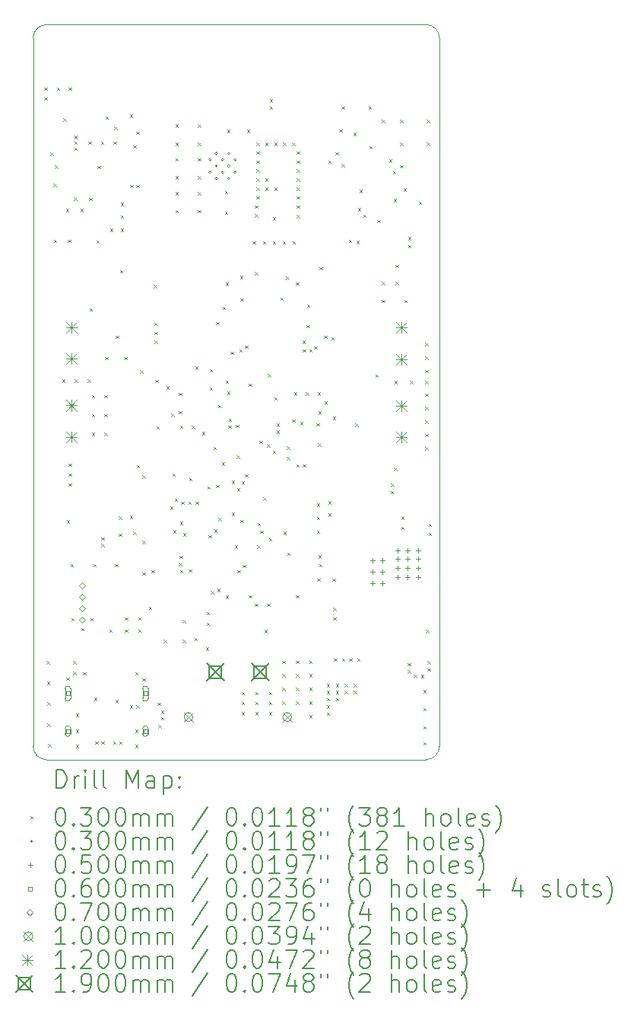
<source format=gbr>
%TF.GenerationSoftware,KiCad,Pcbnew,8.0.4*%
%TF.CreationDate,2024-07-23T16:26:46+02:00*%
%TF.ProjectId,Vertigo Pro PR1,56657274-6967-46f2-9050-726f20505231,DPR1*%
%TF.SameCoordinates,Original*%
%TF.FileFunction,Drillmap*%
%TF.FilePolarity,Positive*%
%FSLAX45Y45*%
G04 Gerber Fmt 4.5, Leading zero omitted, Abs format (unit mm)*
G04 Created by KiCad (PCBNEW 8.0.4) date 2024-07-23 16:26:46*
%MOMM*%
%LPD*%
G01*
G04 APERTURE LIST*
%ADD10C,0.050000*%
%ADD11C,0.200000*%
%ADD12C,0.100000*%
%ADD13C,0.120000*%
%ADD14C,0.190000*%
G04 APERTURE END LIST*
D10*
X16975000Y-6875000D02*
X12750000Y-6875000D01*
X17125000Y-14900000D02*
X17125000Y-7025000D01*
X17125000Y-14900000D02*
G75*
G02*
X16975000Y-15050000I-150000J0D01*
G01*
X12750000Y-15050000D02*
X16975000Y-15050000D01*
X12600000Y-7025000D02*
X12600000Y-14900000D01*
X16975000Y-6875000D02*
G75*
G02*
X17125000Y-7025000I0J-150000D01*
G01*
X12750000Y-15050000D02*
G75*
G02*
X12600000Y-14900000I0J150000D01*
G01*
X12600000Y-7025000D02*
G75*
G02*
X12750000Y-6875000I150000J0D01*
G01*
D11*
D12*
X12725000Y-7575000D02*
X12755000Y-7605000D01*
X12755000Y-7575000D02*
X12725000Y-7605000D01*
X12725000Y-7685000D02*
X12755000Y-7715000D01*
X12755000Y-7685000D02*
X12725000Y-7715000D01*
X12750000Y-13955000D02*
X12780000Y-13985000D01*
X12780000Y-13955000D02*
X12750000Y-13985000D01*
X12755000Y-14180000D02*
X12785000Y-14210000D01*
X12785000Y-14180000D02*
X12755000Y-14210000D01*
X12760000Y-14410000D02*
X12790000Y-14440000D01*
X12790000Y-14410000D02*
X12760000Y-14440000D01*
X12760000Y-14645000D02*
X12790000Y-14675000D01*
X12790000Y-14645000D02*
X12760000Y-14675000D01*
X12765000Y-14875000D02*
X12795000Y-14905000D01*
X12795000Y-14875000D02*
X12765000Y-14905000D01*
X12792500Y-8295000D02*
X12822500Y-8325000D01*
X12822500Y-8295000D02*
X12792500Y-8325000D01*
X12825000Y-8645000D02*
X12855000Y-8675000D01*
X12855000Y-8645000D02*
X12825000Y-8675000D01*
X12830000Y-9265000D02*
X12860000Y-9295000D01*
X12860000Y-9265000D02*
X12830000Y-9295000D01*
X12845000Y-8440000D02*
X12875000Y-8470000D01*
X12875000Y-8440000D02*
X12845000Y-8470000D01*
X12865000Y-7575000D02*
X12895000Y-7605000D01*
X12895000Y-7575000D02*
X12865000Y-7605000D01*
X12925000Y-10820000D02*
X12955000Y-10850000D01*
X12955000Y-10820000D02*
X12925000Y-10850000D01*
X12935000Y-7915000D02*
X12965000Y-7945000D01*
X12965000Y-7915000D02*
X12935000Y-7945000D01*
X12965000Y-8925000D02*
X12995000Y-8955000D01*
X12995000Y-8925000D02*
X12965000Y-8955000D01*
X12970000Y-14135000D02*
X13000000Y-14165000D01*
X13000000Y-14135000D02*
X12970000Y-14165000D01*
X12975000Y-12385000D02*
X13005000Y-12415000D01*
X13005000Y-12385000D02*
X12975000Y-12415000D01*
X12985000Y-9265000D02*
X13015000Y-9295000D01*
X13015000Y-9265000D02*
X12985000Y-9295000D01*
X12995000Y-7575000D02*
X13025000Y-7605000D01*
X13025000Y-7575000D02*
X12995000Y-7605000D01*
X12995000Y-11755000D02*
X13025000Y-11785000D01*
X13025000Y-11755000D02*
X12995000Y-11785000D01*
X12995000Y-11865000D02*
X13025000Y-11895000D01*
X13025000Y-11865000D02*
X12995000Y-11895000D01*
X12995000Y-11975000D02*
X13025000Y-12005000D01*
X13025000Y-11975000D02*
X12995000Y-12005000D01*
X13015000Y-12875000D02*
X13045000Y-12905000D01*
X13045000Y-12875000D02*
X13015000Y-12905000D01*
X13025000Y-13475000D02*
X13055000Y-13505000D01*
X13055000Y-13475000D02*
X13025000Y-13505000D01*
X13045000Y-13953732D02*
X13075000Y-13983732D01*
X13075000Y-13953732D02*
X13045000Y-13983732D01*
X13045000Y-14070000D02*
X13075000Y-14100000D01*
X13075000Y-14070000D02*
X13045000Y-14100000D01*
X13055000Y-8795000D02*
X13085000Y-8825000D01*
X13085000Y-8795000D02*
X13055000Y-8825000D01*
X13060000Y-8110000D02*
X13090000Y-8140000D01*
X13090000Y-8110000D02*
X13060000Y-8140000D01*
X13060000Y-8175000D02*
X13090000Y-8205000D01*
X13090000Y-8175000D02*
X13060000Y-8205000D01*
X13060500Y-8240500D02*
X13090500Y-8270500D01*
X13090500Y-8240500D02*
X13060500Y-8270500D01*
X13065000Y-10820000D02*
X13095000Y-10850000D01*
X13095000Y-10820000D02*
X13065000Y-10850000D01*
X13075000Y-14535000D02*
X13105000Y-14565000D01*
X13105000Y-14535000D02*
X13075000Y-14565000D01*
X13075000Y-14715000D02*
X13105000Y-14745000D01*
X13105000Y-14715000D02*
X13075000Y-14745000D01*
X13075000Y-14885000D02*
X13105000Y-14915000D01*
X13105000Y-14885000D02*
X13075000Y-14915000D01*
X13125000Y-8925000D02*
X13155000Y-8955000D01*
X13155000Y-8925000D02*
X13125000Y-8955000D01*
X13135000Y-13585000D02*
X13165000Y-13615000D01*
X13165000Y-13585000D02*
X13135000Y-13615000D01*
X13155000Y-14075000D02*
X13185000Y-14105000D01*
X13185000Y-14075000D02*
X13155000Y-14105000D01*
X13205000Y-10820000D02*
X13235000Y-10850000D01*
X13235000Y-10820000D02*
X13205000Y-10850000D01*
X13215000Y-8175000D02*
X13245000Y-8205000D01*
X13245000Y-8175000D02*
X13215000Y-8205000D01*
X13222500Y-8802500D02*
X13252500Y-8832500D01*
X13252500Y-8802500D02*
X13222500Y-8832500D01*
X13227500Y-10027500D02*
X13257500Y-10057500D01*
X13257500Y-10027500D02*
X13227500Y-10057500D01*
X13235000Y-13475000D02*
X13265000Y-13505000D01*
X13265000Y-13475000D02*
X13235000Y-13505000D01*
X13255000Y-10995000D02*
X13285000Y-11025000D01*
X13285000Y-10995000D02*
X13255000Y-11025000D01*
X13255000Y-11205000D02*
X13285000Y-11235000D01*
X13285000Y-11205000D02*
X13255000Y-11235000D01*
X13255000Y-11415000D02*
X13285000Y-11445000D01*
X13285000Y-11415000D02*
X13255000Y-11445000D01*
X13270000Y-12875000D02*
X13300000Y-12905000D01*
X13300000Y-12875000D02*
X13270000Y-12905000D01*
X13280000Y-14360000D02*
X13310000Y-14390000D01*
X13310000Y-14360000D02*
X13280000Y-14390000D01*
X13290000Y-14845000D02*
X13320000Y-14875000D01*
X13320000Y-14845000D02*
X13290000Y-14875000D01*
X13305000Y-9275000D02*
X13335000Y-9305000D01*
X13335000Y-9275000D02*
X13305000Y-9305000D01*
X13315000Y-8445000D02*
X13345000Y-8475000D01*
X13345000Y-8445000D02*
X13315000Y-8475000D01*
X13355000Y-8175000D02*
X13385000Y-8205000D01*
X13385000Y-8175000D02*
X13355000Y-8205000D01*
X13360000Y-12577500D02*
X13390000Y-12607500D01*
X13390000Y-12577500D02*
X13360000Y-12607500D01*
X13360000Y-12650000D02*
X13390000Y-12680000D01*
X13390000Y-12650000D02*
X13360000Y-12680000D01*
X13360000Y-14845000D02*
X13390000Y-14875000D01*
X13390000Y-14845000D02*
X13360000Y-14875000D01*
X13395000Y-10995000D02*
X13425000Y-11025000D01*
X13425000Y-10995000D02*
X13395000Y-11025000D01*
X13395000Y-11205000D02*
X13425000Y-11235000D01*
X13425000Y-11205000D02*
X13395000Y-11235000D01*
X13395000Y-11415000D02*
X13425000Y-11445000D01*
X13425000Y-11415000D02*
X13395000Y-11445000D01*
X13400469Y-10570469D02*
X13430469Y-10600469D01*
X13430469Y-10570469D02*
X13400469Y-10600469D01*
X13405000Y-7895000D02*
X13435000Y-7925000D01*
X13435000Y-7895000D02*
X13405000Y-7925000D01*
X13450000Y-13600000D02*
X13480000Y-13630000D01*
X13480000Y-13600000D02*
X13450000Y-13630000D01*
X13455000Y-9145000D02*
X13485000Y-9175000D01*
X13485000Y-9145000D02*
X13455000Y-9175000D01*
X13490000Y-14845000D02*
X13520000Y-14875000D01*
X13520000Y-14845000D02*
X13490000Y-14875000D01*
X13495000Y-8175000D02*
X13525000Y-8205000D01*
X13525000Y-8175000D02*
X13495000Y-8205000D01*
X13505000Y-8010000D02*
X13535000Y-8040000D01*
X13535000Y-8010000D02*
X13505000Y-8040000D01*
X13510000Y-12875000D02*
X13540000Y-12905000D01*
X13540000Y-12875000D02*
X13510000Y-12905000D01*
X13515000Y-14385000D02*
X13545000Y-14415000D01*
X13545000Y-14385000D02*
X13515000Y-14415000D01*
X13520000Y-10335000D02*
X13550000Y-10365000D01*
X13550000Y-10335000D02*
X13520000Y-10365000D01*
X13555000Y-12345000D02*
X13585000Y-12375000D01*
X13585000Y-12345000D02*
X13555000Y-12375000D01*
X13555000Y-12535000D02*
X13585000Y-12565000D01*
X13585000Y-12535000D02*
X13555000Y-12565000D01*
X13560000Y-14845000D02*
X13590000Y-14875000D01*
X13590000Y-14845000D02*
X13560000Y-14875000D01*
X13565000Y-9605000D02*
X13595000Y-9635000D01*
X13595000Y-9605000D02*
X13565000Y-9635000D01*
X13575000Y-8855000D02*
X13605000Y-8885000D01*
X13605000Y-8855000D02*
X13575000Y-8885000D01*
X13575000Y-8995000D02*
X13605000Y-9025000D01*
X13605000Y-8995000D02*
X13575000Y-9025000D01*
X13575000Y-9145000D02*
X13605000Y-9175000D01*
X13605000Y-9145000D02*
X13575000Y-9175000D01*
X13615000Y-10570000D02*
X13645000Y-10600000D01*
X13645000Y-10570000D02*
X13615000Y-10600000D01*
X13620000Y-13465000D02*
X13650000Y-13495000D01*
X13650000Y-13465000D02*
X13620000Y-13495000D01*
X13620000Y-13600000D02*
X13650000Y-13630000D01*
X13650000Y-13600000D02*
X13620000Y-13630000D01*
X13675000Y-12335000D02*
X13705000Y-12365000D01*
X13705000Y-12335000D02*
X13675000Y-12365000D01*
X13675000Y-14445000D02*
X13705000Y-14475000D01*
X13705000Y-14445000D02*
X13675000Y-14475000D01*
X13677500Y-7875000D02*
X13707500Y-7905000D01*
X13707500Y-7875000D02*
X13677500Y-7905000D01*
X13680000Y-8655000D02*
X13710000Y-8685000D01*
X13710000Y-8655000D02*
X13680000Y-8685000D01*
X13715000Y-8215000D02*
X13745000Y-8245000D01*
X13745000Y-8215000D02*
X13715000Y-8245000D01*
X13715000Y-12515000D02*
X13745000Y-12545000D01*
X13745000Y-12515000D02*
X13715000Y-12545000D01*
X13735000Y-14075000D02*
X13765000Y-14105000D01*
X13765000Y-14075000D02*
X13735000Y-14105000D01*
X13735000Y-14715000D02*
X13765000Y-14745000D01*
X13765000Y-14715000D02*
X13735000Y-14745000D01*
X13735000Y-14885000D02*
X13765000Y-14915000D01*
X13765000Y-14885000D02*
X13735000Y-14915000D01*
X13750000Y-8065000D02*
X13780000Y-8095000D01*
X13780000Y-8065000D02*
X13750000Y-8095000D01*
X13750000Y-8655000D02*
X13780000Y-8685000D01*
X13780000Y-8655000D02*
X13750000Y-8685000D01*
X13750000Y-14445000D02*
X13780000Y-14475000D01*
X13780000Y-14445000D02*
X13750000Y-14475000D01*
X13752166Y-11772500D02*
X13782166Y-11802500D01*
X13782166Y-11772500D02*
X13752166Y-11802500D01*
X13770000Y-13465000D02*
X13800000Y-13495000D01*
X13800000Y-13465000D02*
X13770000Y-13495000D01*
X13770000Y-13600000D02*
X13800000Y-13630000D01*
X13800000Y-13600000D02*
X13770000Y-13630000D01*
X13790000Y-10720000D02*
X13820000Y-10750000D01*
X13820000Y-10720000D02*
X13790000Y-10750000D01*
X13814666Y-11885000D02*
X13844666Y-11915000D01*
X13844666Y-11885000D02*
X13814666Y-11915000D01*
X13815000Y-12965000D02*
X13845000Y-12995000D01*
X13845000Y-12965000D02*
X13815000Y-12995000D01*
X13815000Y-14145000D02*
X13845000Y-14175000D01*
X13845000Y-14145000D02*
X13815000Y-14175000D01*
X13816019Y-12616019D02*
X13846019Y-12646019D01*
X13846019Y-12616019D02*
X13816019Y-12646019D01*
X13890000Y-13347700D02*
X13920000Y-13377700D01*
X13920000Y-13347700D02*
X13890000Y-13377700D01*
X13917000Y-12942000D02*
X13947000Y-12972000D01*
X13947000Y-12942000D02*
X13917000Y-12972000D01*
X13945000Y-9770000D02*
X13975000Y-9800000D01*
X13975000Y-9770000D02*
X13945000Y-9800000D01*
X13946000Y-10188000D02*
X13976000Y-10218000D01*
X13976000Y-10188000D02*
X13946000Y-10218000D01*
X13950000Y-10290000D02*
X13980000Y-10320000D01*
X13980000Y-10290000D02*
X13950000Y-10320000D01*
X13950000Y-10390000D02*
X13980000Y-10420000D01*
X13980000Y-10390000D02*
X13950000Y-10420000D01*
X13960000Y-10825000D02*
X13990000Y-10855000D01*
X13990000Y-10825000D02*
X13960000Y-10855000D01*
X13972500Y-11341020D02*
X14002500Y-11371020D01*
X14002500Y-11341020D02*
X13972500Y-11371020D01*
X13985000Y-14415000D02*
X14015000Y-14445000D01*
X14015000Y-14415000D02*
X13985000Y-14445000D01*
X13995000Y-14665000D02*
X14025000Y-14695000D01*
X14025000Y-14665000D02*
X13995000Y-14695000D01*
X14025000Y-14505000D02*
X14055000Y-14535000D01*
X14055000Y-14505000D02*
X14025000Y-14535000D01*
X14025000Y-14575000D02*
X14055000Y-14605000D01*
X14055000Y-14575000D02*
X14025000Y-14605000D01*
X14055000Y-13715000D02*
X14085000Y-13745000D01*
X14085000Y-13715000D02*
X14055000Y-13745000D01*
X14085000Y-10895000D02*
X14115000Y-10925000D01*
X14115000Y-10895000D02*
X14085000Y-10925000D01*
X14125000Y-12235000D02*
X14155000Y-12265000D01*
X14155000Y-12235000D02*
X14125000Y-12265000D01*
X14139282Y-11200372D02*
X14169282Y-11230372D01*
X14169282Y-11200372D02*
X14139282Y-11230372D01*
X14149760Y-11865000D02*
X14179760Y-11895000D01*
X14179760Y-11865000D02*
X14149760Y-11895000D01*
X14160000Y-12495000D02*
X14190000Y-12525000D01*
X14190000Y-12495000D02*
X14160000Y-12525000D01*
X14175132Y-12145000D02*
X14205132Y-12175000D01*
X14205132Y-12145000D02*
X14175132Y-12175000D01*
X14185000Y-7985000D02*
X14215000Y-8015000D01*
X14215000Y-7985000D02*
X14185000Y-8015000D01*
X14185000Y-8185000D02*
X14215000Y-8215000D01*
X14215000Y-8185000D02*
X14185000Y-8215000D01*
X14185000Y-8360000D02*
X14215000Y-8390000D01*
X14215000Y-8360000D02*
X14185000Y-8390000D01*
X14185000Y-8560000D02*
X14215000Y-8590000D01*
X14215000Y-8560000D02*
X14185000Y-8590000D01*
X14185000Y-8735000D02*
X14215000Y-8765000D01*
X14215000Y-8735000D02*
X14185000Y-8765000D01*
X14185000Y-8935000D02*
X14215000Y-8965000D01*
X14215000Y-8935000D02*
X14185000Y-8965000D01*
X14225000Y-10970000D02*
X14255000Y-11000000D01*
X14255000Y-10970000D02*
X14225000Y-11000000D01*
X14225000Y-11170000D02*
X14255000Y-11200000D01*
X14255000Y-11170000D02*
X14225000Y-11200000D01*
X14225000Y-12860000D02*
X14255000Y-12890000D01*
X14255000Y-12860000D02*
X14225000Y-12890000D01*
X14230700Y-12780203D02*
X14260700Y-12810203D01*
X14260700Y-12780203D02*
X14230700Y-12810203D01*
X14235000Y-11332635D02*
X14265000Y-11362635D01*
X14265000Y-11332635D02*
X14235000Y-11362635D01*
X14235000Y-12404801D02*
X14265000Y-12434801D01*
X14265000Y-12404801D02*
X14235000Y-12434801D01*
X14235573Y-12939298D02*
X14265573Y-12969298D01*
X14265573Y-12939298D02*
X14235573Y-12969298D01*
X14247844Y-12177844D02*
X14277844Y-12207844D01*
X14277844Y-12177844D02*
X14247844Y-12207844D01*
X14265000Y-13495000D02*
X14295000Y-13525000D01*
X14295000Y-13495000D02*
X14265000Y-13525000D01*
X14265000Y-13715000D02*
X14295000Y-13745000D01*
X14295000Y-13715000D02*
X14265000Y-13745000D01*
X14270000Y-12530000D02*
X14300000Y-12560000D01*
X14300000Y-12530000D02*
X14270000Y-12560000D01*
X14330000Y-12180000D02*
X14360000Y-12210000D01*
X14360000Y-12180000D02*
X14330000Y-12210000D01*
X14333514Y-12933514D02*
X14363514Y-12963514D01*
X14363514Y-12933514D02*
X14333514Y-12963514D01*
X14337031Y-11915000D02*
X14367031Y-11945000D01*
X14367031Y-11915000D02*
X14337031Y-11945000D01*
X14365000Y-11335000D02*
X14395000Y-11365000D01*
X14395000Y-11335000D02*
X14365000Y-11365000D01*
X14395915Y-13692700D02*
X14425915Y-13722700D01*
X14425915Y-13692700D02*
X14395915Y-13722700D01*
X14405000Y-10675000D02*
X14435000Y-10705000D01*
X14435000Y-10675000D02*
X14405000Y-10705000D01*
X14410000Y-12180000D02*
X14440000Y-12210000D01*
X14440000Y-12180000D02*
X14410000Y-12210000D01*
X14435000Y-7985000D02*
X14465000Y-8015000D01*
X14465000Y-7985000D02*
X14435000Y-8015000D01*
X14435000Y-8185000D02*
X14465000Y-8215000D01*
X14465000Y-8185000D02*
X14435000Y-8215000D01*
X14435000Y-8360000D02*
X14465000Y-8390000D01*
X14465000Y-8360000D02*
X14435000Y-8390000D01*
X14435000Y-8560000D02*
X14465000Y-8590000D01*
X14465000Y-8560000D02*
X14435000Y-8590000D01*
X14435000Y-8735000D02*
X14465000Y-8765000D01*
X14465000Y-8735000D02*
X14435000Y-8765000D01*
X14435000Y-8935000D02*
X14465000Y-8965000D01*
X14465000Y-8935000D02*
X14435000Y-8965000D01*
X14480000Y-11405000D02*
X14510000Y-11435000D01*
X14510000Y-11405000D02*
X14480000Y-11435000D01*
X14525000Y-13800000D02*
X14555000Y-13830000D01*
X14555000Y-13800000D02*
X14525000Y-13830000D01*
X14532500Y-13405000D02*
X14562500Y-13435000D01*
X14562500Y-13405000D02*
X14532500Y-13435000D01*
X14532500Y-13525000D02*
X14562500Y-13555000D01*
X14562500Y-13525000D02*
X14532500Y-13555000D01*
X14540000Y-12010000D02*
X14570000Y-12040000D01*
X14570000Y-12010000D02*
X14540000Y-12040000D01*
X14555000Y-12550000D02*
X14585000Y-12580000D01*
X14585000Y-12550000D02*
X14555000Y-12580000D01*
X14565000Y-10705000D02*
X14595000Y-10735000D01*
X14595000Y-10705000D02*
X14565000Y-10735000D01*
X14565710Y-10910141D02*
X14595710Y-10940141D01*
X14595710Y-10910141D02*
X14565710Y-10940141D01*
X14579920Y-13175956D02*
X14609920Y-13205956D01*
X14609920Y-13175956D02*
X14579920Y-13205956D01*
X14610000Y-11570000D02*
X14640000Y-11600000D01*
X14640000Y-11570000D02*
X14610000Y-11600000D01*
X14615000Y-12487500D02*
X14645000Y-12517500D01*
X14645000Y-12487500D02*
X14615000Y-12517500D01*
X14639103Y-11990897D02*
X14669103Y-12020897D01*
X14669103Y-11990897D02*
X14639103Y-12020897D01*
X14640000Y-10180000D02*
X14670000Y-10210000D01*
X14670000Y-10180000D02*
X14640000Y-10210000D01*
X14650000Y-13150000D02*
X14680000Y-13180000D01*
X14680000Y-13150000D02*
X14650000Y-13180000D01*
X14657500Y-11105000D02*
X14687500Y-11135000D01*
X14687500Y-11105000D02*
X14657500Y-11135000D01*
X14665000Y-12360000D02*
X14695000Y-12390000D01*
X14695000Y-12360000D02*
X14665000Y-12390000D01*
X14700199Y-11745000D02*
X14730199Y-11775000D01*
X14730199Y-11745000D02*
X14700199Y-11775000D01*
X14710000Y-10010000D02*
X14740000Y-10040000D01*
X14740000Y-10010000D02*
X14710000Y-10040000D01*
X14734000Y-8952000D02*
X14764000Y-8982000D01*
X14764000Y-8952000D02*
X14734000Y-8982000D01*
X14735000Y-8725000D02*
X14765000Y-8755000D01*
X14765000Y-8725000D02*
X14735000Y-8755000D01*
X14744800Y-10831268D02*
X14774800Y-10861268D01*
X14774800Y-10831268D02*
X14744800Y-10861268D01*
X14745000Y-9745000D02*
X14775000Y-9775000D01*
X14775000Y-9745000D02*
X14745000Y-9775000D01*
X14745000Y-13222768D02*
X14775000Y-13252768D01*
X14775000Y-13222768D02*
X14745000Y-13252768D01*
X14760000Y-8045000D02*
X14790000Y-8075000D01*
X14790000Y-8045000D02*
X14760000Y-8075000D01*
X14760000Y-10955000D02*
X14790000Y-10985000D01*
X14790000Y-10955000D02*
X14760000Y-10985000D01*
X14774819Y-11332048D02*
X14804819Y-11362048D01*
X14804819Y-11332048D02*
X14774819Y-11362048D01*
X14779134Y-11257441D02*
X14809134Y-11287441D01*
X14809134Y-11257441D02*
X14779134Y-11287441D01*
X14800000Y-10509732D02*
X14830000Y-10539732D01*
X14830000Y-10509732D02*
X14800000Y-10539732D01*
X14809801Y-11944801D02*
X14839801Y-11974801D01*
X14839801Y-11944801D02*
X14809801Y-11974801D01*
X14812492Y-12302508D02*
X14842492Y-12332508D01*
X14842492Y-12302508D02*
X14812492Y-12332508D01*
X14845000Y-12665000D02*
X14875000Y-12695000D01*
X14875000Y-12665000D02*
X14845000Y-12695000D01*
X14857560Y-11322695D02*
X14887560Y-11352695D01*
X14887560Y-11322695D02*
X14857560Y-11352695D01*
X14865000Y-11665000D02*
X14895000Y-11695000D01*
X14895000Y-11665000D02*
X14865000Y-11695000D01*
X14869388Y-12030999D02*
X14899388Y-12060999D01*
X14899388Y-12030999D02*
X14869388Y-12060999D01*
X14873741Y-12941259D02*
X14903741Y-12971259D01*
X14903741Y-12941259D02*
X14873741Y-12971259D01*
X14897018Y-10485918D02*
X14927018Y-10515918D01*
X14927018Y-10485918D02*
X14897018Y-10515918D01*
X14905000Y-9670000D02*
X14935000Y-9700000D01*
X14935000Y-9670000D02*
X14905000Y-9700000D01*
X14907627Y-12383144D02*
X14937627Y-12413144D01*
X14937627Y-12383144D02*
X14907627Y-12413144D01*
X14910000Y-9920000D02*
X14940000Y-9950000D01*
X14940000Y-9920000D02*
X14910000Y-9950000D01*
X14920000Y-11955000D02*
X14950000Y-11985000D01*
X14950000Y-11955000D02*
X14920000Y-11985000D01*
X14920000Y-14295000D02*
X14950000Y-14325000D01*
X14950000Y-14295000D02*
X14920000Y-14325000D01*
X14920000Y-14405000D02*
X14950000Y-14435000D01*
X14950000Y-14405000D02*
X14920000Y-14435000D01*
X14920000Y-14520000D02*
X14950000Y-14550000D01*
X14950000Y-14520000D02*
X14920000Y-14550000D01*
X14935363Y-12883300D02*
X14965363Y-12913300D01*
X14965363Y-12883300D02*
X14935363Y-12913300D01*
X14960000Y-10445000D02*
X14990000Y-10475000D01*
X14990000Y-10445000D02*
X14960000Y-10475000D01*
X14960444Y-11875000D02*
X14990444Y-11905000D01*
X14990444Y-11875000D02*
X14960444Y-11905000D01*
X14980000Y-8045000D02*
X15010000Y-8075000D01*
X15010000Y-8045000D02*
X14980000Y-8075000D01*
X15000000Y-10865000D02*
X15030000Y-10895000D01*
X15030000Y-10865000D02*
X15000000Y-10895000D01*
X15002154Y-13222154D02*
X15032154Y-13252154D01*
X15032154Y-13222154D02*
X15002154Y-13252154D01*
X15045000Y-9285000D02*
X15075000Y-9315000D01*
X15075000Y-9285000D02*
X15045000Y-9315000D01*
X15070000Y-8885000D02*
X15100000Y-8915000D01*
X15100000Y-8885000D02*
X15070000Y-8915000D01*
X15070000Y-8985000D02*
X15100000Y-9015000D01*
X15100000Y-8985000D02*
X15070000Y-9015000D01*
X15070000Y-9625000D02*
X15100000Y-9655000D01*
X15100000Y-9625000D02*
X15070000Y-9655000D01*
X15070000Y-13315000D02*
X15100000Y-13345000D01*
X15100000Y-13315000D02*
X15070000Y-13345000D01*
X15075000Y-14295000D02*
X15105000Y-14325000D01*
X15105000Y-14295000D02*
X15075000Y-14325000D01*
X15075000Y-14405000D02*
X15105000Y-14435000D01*
X15105000Y-14405000D02*
X15075000Y-14435000D01*
X15075000Y-14520000D02*
X15105000Y-14550000D01*
X15105000Y-14520000D02*
X15075000Y-14550000D01*
X15085000Y-8185000D02*
X15115000Y-8215000D01*
X15115000Y-8185000D02*
X15085000Y-8215000D01*
X15085000Y-8285000D02*
X15115000Y-8315000D01*
X15115000Y-8285000D02*
X15085000Y-8315000D01*
X15085000Y-8385000D02*
X15115000Y-8415000D01*
X15115000Y-8385000D02*
X15085000Y-8415000D01*
X15085000Y-8485000D02*
X15115000Y-8515000D01*
X15115000Y-8485000D02*
X15085000Y-8515000D01*
X15085000Y-8585000D02*
X15115000Y-8615000D01*
X15115000Y-8585000D02*
X15085000Y-8615000D01*
X15085000Y-8685000D02*
X15115000Y-8715000D01*
X15115000Y-8685000D02*
X15085000Y-8715000D01*
X15085000Y-8785000D02*
X15115000Y-8815000D01*
X15115000Y-8785000D02*
X15085000Y-8815000D01*
X15095000Y-12665000D02*
X15125000Y-12695000D01*
X15125000Y-12665000D02*
X15095000Y-12695000D01*
X15100000Y-12415000D02*
X15130000Y-12445000D01*
X15130000Y-12415000D02*
X15100000Y-12445000D01*
X15122500Y-11502500D02*
X15152500Y-11532500D01*
X15152500Y-11502500D02*
X15122500Y-11532500D01*
X15130000Y-12500000D02*
X15160000Y-12530000D01*
X15160000Y-12500000D02*
X15130000Y-12530000D01*
X15160000Y-9285000D02*
X15190000Y-9315000D01*
X15190000Y-9285000D02*
X15160000Y-9315000D01*
X15164467Y-12134467D02*
X15194467Y-12164467D01*
X15194467Y-12134467D02*
X15164467Y-12164467D01*
X15175000Y-13605000D02*
X15205000Y-13635000D01*
X15205000Y-13605000D02*
X15175000Y-13635000D01*
X15185000Y-8185000D02*
X15215000Y-8215000D01*
X15215000Y-8185000D02*
X15185000Y-8215000D01*
X15185000Y-8585000D02*
X15215000Y-8615000D01*
X15215000Y-8585000D02*
X15185000Y-8615000D01*
X15185000Y-8685000D02*
X15215000Y-8715000D01*
X15215000Y-8685000D02*
X15185000Y-8715000D01*
X15205000Y-11540000D02*
X15235000Y-11570000D01*
X15235000Y-11540000D02*
X15205000Y-11570000D01*
X15205000Y-13315000D02*
X15235000Y-13345000D01*
X15235000Y-13315000D02*
X15205000Y-13345000D01*
X15215000Y-10761250D02*
X15245000Y-10791250D01*
X15245000Y-10761250D02*
X15215000Y-10791250D01*
X15225000Y-12585000D02*
X15255000Y-12615000D01*
X15255000Y-12585000D02*
X15225000Y-12615000D01*
X15225000Y-14295000D02*
X15255000Y-14325000D01*
X15255000Y-14295000D02*
X15225000Y-14325000D01*
X15225000Y-14405000D02*
X15255000Y-14435000D01*
X15255000Y-14405000D02*
X15225000Y-14435000D01*
X15225000Y-14520000D02*
X15255000Y-14550000D01*
X15255000Y-14520000D02*
X15225000Y-14550000D01*
X15235000Y-7705000D02*
X15265000Y-7735000D01*
X15265000Y-7705000D02*
X15235000Y-7735000D01*
X15235000Y-7785000D02*
X15265000Y-7815000D01*
X15265000Y-7785000D02*
X15235000Y-7815000D01*
X15267184Y-11612816D02*
X15297184Y-11642816D01*
X15297184Y-11612816D02*
X15267184Y-11642816D01*
X15270000Y-9015000D02*
X15300000Y-9045000D01*
X15300000Y-9015000D02*
X15270000Y-9045000D01*
X15270000Y-9285000D02*
X15300000Y-9315000D01*
X15300000Y-9285000D02*
X15270000Y-9315000D01*
X15285000Y-8185000D02*
X15315000Y-8215000D01*
X15315000Y-8185000D02*
X15285000Y-8215000D01*
X15285000Y-8685000D02*
X15315000Y-8715000D01*
X15315000Y-8685000D02*
X15285000Y-8715000D01*
X15285000Y-11020000D02*
X15315000Y-11050000D01*
X15315000Y-11020000D02*
X15285000Y-11050000D01*
X15312568Y-11312568D02*
X15342568Y-11342568D01*
X15342568Y-11312568D02*
X15312568Y-11342568D01*
X15312568Y-11386347D02*
X15342568Y-11416347D01*
X15342568Y-11386347D02*
X15312568Y-11416347D01*
X15354687Y-9909688D02*
X15384687Y-9939688D01*
X15384687Y-9909688D02*
X15354687Y-9939688D01*
X15375000Y-13950000D02*
X15405000Y-13980000D01*
X15405000Y-13950000D02*
X15375000Y-13980000D01*
X15375000Y-14095000D02*
X15405000Y-14125000D01*
X15405000Y-14095000D02*
X15375000Y-14125000D01*
X15375000Y-14250000D02*
X15405000Y-14280000D01*
X15405000Y-14250000D02*
X15375000Y-14280000D01*
X15375000Y-14400000D02*
X15405000Y-14430000D01*
X15405000Y-14400000D02*
X15375000Y-14430000D01*
X15380000Y-9285000D02*
X15410000Y-9315000D01*
X15410000Y-9285000D02*
X15380000Y-9315000D01*
X15385000Y-8185000D02*
X15415000Y-8215000D01*
X15415000Y-8185000D02*
X15385000Y-8215000D01*
X15387833Y-12512167D02*
X15417833Y-12542167D01*
X15417833Y-12512167D02*
X15387833Y-12542167D01*
X15416500Y-9675000D02*
X15446500Y-9705000D01*
X15446500Y-9675000D02*
X15416500Y-9705000D01*
X15425000Y-11565000D02*
X15455000Y-11595000D01*
X15455000Y-11565000D02*
X15425000Y-11595000D01*
X15425000Y-11685000D02*
X15455000Y-11715000D01*
X15455000Y-11685000D02*
X15425000Y-11715000D01*
X15430837Y-12748073D02*
X15460837Y-12778073D01*
X15460837Y-12748073D02*
X15430837Y-12778073D01*
X15482500Y-11263779D02*
X15512500Y-11293779D01*
X15512500Y-11263779D02*
X15482500Y-11293779D01*
X15485000Y-8185000D02*
X15515000Y-8215000D01*
X15515000Y-8185000D02*
X15485000Y-8215000D01*
X15490000Y-9285000D02*
X15520000Y-9315000D01*
X15520000Y-9285000D02*
X15490000Y-9315000D01*
X15505000Y-10962500D02*
X15535000Y-10992500D01*
X15535000Y-10962500D02*
X15505000Y-10992500D01*
X15524687Y-9742432D02*
X15554687Y-9772432D01*
X15554687Y-9742432D02*
X15524687Y-9772432D01*
X15525000Y-13220000D02*
X15555000Y-13250000D01*
X15555000Y-13220000D02*
X15525000Y-13250000D01*
X15525000Y-13950000D02*
X15555000Y-13980000D01*
X15555000Y-13950000D02*
X15525000Y-13980000D01*
X15525000Y-14095000D02*
X15555000Y-14125000D01*
X15555000Y-14095000D02*
X15525000Y-14125000D01*
X15525000Y-14250000D02*
X15555000Y-14280000D01*
X15555000Y-14250000D02*
X15525000Y-14280000D01*
X15525000Y-14400000D02*
X15555000Y-14430000D01*
X15555000Y-14400000D02*
X15525000Y-14430000D01*
X15530000Y-11765000D02*
X15560000Y-11795000D01*
X15560000Y-11765000D02*
X15530000Y-11795000D01*
X15535000Y-8285000D02*
X15565000Y-8315000D01*
X15565000Y-8285000D02*
X15535000Y-8315000D01*
X15535000Y-8385000D02*
X15565000Y-8415000D01*
X15565000Y-8385000D02*
X15535000Y-8415000D01*
X15535000Y-8485000D02*
X15565000Y-8515000D01*
X15565000Y-8485000D02*
X15535000Y-8515000D01*
X15535000Y-8585000D02*
X15565000Y-8615000D01*
X15565000Y-8585000D02*
X15535000Y-8615000D01*
X15535000Y-8685000D02*
X15565000Y-8715000D01*
X15565000Y-8685000D02*
X15535000Y-8715000D01*
X15535000Y-8785000D02*
X15565000Y-8815000D01*
X15565000Y-8785000D02*
X15535000Y-8815000D01*
X15535000Y-8885000D02*
X15565000Y-8915000D01*
X15565000Y-8885000D02*
X15535000Y-8915000D01*
X15535000Y-8990000D02*
X15565000Y-9020000D01*
X15565000Y-8990000D02*
X15535000Y-9020000D01*
X15575000Y-11295000D02*
X15605000Y-11325000D01*
X15605000Y-11295000D02*
X15575000Y-11325000D01*
X15599531Y-10390469D02*
X15629531Y-10420469D01*
X15629531Y-10390469D02*
X15599531Y-10420469D01*
X15605000Y-10485000D02*
X15635000Y-10515000D01*
X15635000Y-10485000D02*
X15605000Y-10515000D01*
X15605000Y-11765000D02*
X15635000Y-11795000D01*
X15635000Y-11765000D02*
X15605000Y-11795000D01*
X15635000Y-10962500D02*
X15665000Y-10992500D01*
X15665000Y-10962500D02*
X15635000Y-10992500D01*
X15645000Y-10215000D02*
X15675000Y-10245000D01*
X15675000Y-10215000D02*
X15645000Y-10245000D01*
X15650000Y-9985000D02*
X15680000Y-10015000D01*
X15680000Y-9985000D02*
X15650000Y-10015000D01*
X15675000Y-10487500D02*
X15705000Y-10517500D01*
X15705000Y-10487500D02*
X15675000Y-10517500D01*
X15675000Y-13950000D02*
X15705000Y-13980000D01*
X15705000Y-13950000D02*
X15675000Y-13980000D01*
X15675000Y-14095000D02*
X15705000Y-14125000D01*
X15705000Y-14095000D02*
X15675000Y-14125000D01*
X15675000Y-14250000D02*
X15705000Y-14280000D01*
X15705000Y-14250000D02*
X15675000Y-14280000D01*
X15675000Y-14400000D02*
X15705000Y-14430000D01*
X15705000Y-14400000D02*
X15675000Y-14430000D01*
X15675000Y-14555000D02*
X15705000Y-14585000D01*
X15705000Y-14555000D02*
X15675000Y-14585000D01*
X15730000Y-10452232D02*
X15760000Y-10482232D01*
X15760000Y-10452232D02*
X15730000Y-10482232D01*
X15755000Y-11305000D02*
X15785000Y-11335000D01*
X15785000Y-11305000D02*
X15755000Y-11335000D01*
X15760000Y-12200000D02*
X15790000Y-12230000D01*
X15790000Y-12200000D02*
X15760000Y-12230000D01*
X15760000Y-12350000D02*
X15790000Y-12380000D01*
X15790000Y-12350000D02*
X15760000Y-12380000D01*
X15760000Y-12500000D02*
X15790000Y-12530000D01*
X15790000Y-12500000D02*
X15760000Y-12530000D01*
X15765000Y-13035000D02*
X15795000Y-13065000D01*
X15795000Y-13035000D02*
X15765000Y-13065000D01*
X15767500Y-10962500D02*
X15797500Y-10992500D01*
X15797500Y-10962500D02*
X15767500Y-10992500D01*
X15770389Y-11530268D02*
X15800389Y-11560268D01*
X15800389Y-11530268D02*
X15770389Y-11560268D01*
X15775000Y-11175000D02*
X15805000Y-11205000D01*
X15805000Y-11175000D02*
X15775000Y-11205000D01*
X15775000Y-12775000D02*
X15805000Y-12805000D01*
X15805000Y-12775000D02*
X15775000Y-12805000D01*
X15785000Y-12875000D02*
X15815000Y-12905000D01*
X15815000Y-12875000D02*
X15785000Y-12905000D01*
X15790000Y-9570000D02*
X15820000Y-9600000D01*
X15820000Y-9570000D02*
X15790000Y-9600000D01*
X15840000Y-10335000D02*
X15870000Y-10365000D01*
X15870000Y-10335000D02*
X15840000Y-10365000D01*
X15845000Y-11065000D02*
X15875000Y-11095000D01*
X15875000Y-11065000D02*
X15845000Y-11095000D01*
X15870000Y-14205000D02*
X15900000Y-14235000D01*
X15900000Y-14205000D02*
X15870000Y-14235000D01*
X15870000Y-14285000D02*
X15900000Y-14315000D01*
X15900000Y-14285000D02*
X15870000Y-14315000D01*
X15870000Y-14365000D02*
X15900000Y-14395000D01*
X15900000Y-14365000D02*
X15870000Y-14395000D01*
X15870000Y-14445000D02*
X15900000Y-14475000D01*
X15900000Y-14445000D02*
X15870000Y-14475000D01*
X15870000Y-14525000D02*
X15900000Y-14555000D01*
X15900000Y-14525000D02*
X15870000Y-14555000D01*
X15885000Y-8385000D02*
X15915000Y-8415000D01*
X15915000Y-8385000D02*
X15885000Y-8415000D01*
X15885000Y-12175000D02*
X15915000Y-12205000D01*
X15915000Y-12175000D02*
X15885000Y-12205000D01*
X15885000Y-12310000D02*
X15915000Y-12340000D01*
X15915000Y-12310000D02*
X15885000Y-12340000D01*
X15920000Y-10350000D02*
X15950000Y-10380000D01*
X15950000Y-10350000D02*
X15920000Y-10380000D01*
X15935000Y-13035000D02*
X15965000Y-13065000D01*
X15965000Y-13035000D02*
X15935000Y-13065000D01*
X15938388Y-11235000D02*
X15968388Y-11265000D01*
X15968388Y-11235000D02*
X15938388Y-11265000D01*
X15940000Y-13360000D02*
X15970000Y-13390000D01*
X15970000Y-13360000D02*
X15940000Y-13390000D01*
X15940000Y-13465000D02*
X15970000Y-13495000D01*
X15970000Y-13465000D02*
X15940000Y-13495000D01*
X15950350Y-13925000D02*
X15980350Y-13955000D01*
X15980350Y-13925000D02*
X15950350Y-13955000D01*
X15965000Y-8294000D02*
X15995000Y-8324000D01*
X15995000Y-8294000D02*
X15965000Y-8324000D01*
X15970000Y-14205000D02*
X16000000Y-14235000D01*
X16000000Y-14205000D02*
X15970000Y-14235000D01*
X15970000Y-14285000D02*
X16000000Y-14315000D01*
X16000000Y-14285000D02*
X15970000Y-14315000D01*
X15970000Y-14365000D02*
X16000000Y-14395000D01*
X16000000Y-14365000D02*
X15970000Y-14395000D01*
X16010000Y-8040000D02*
X16040000Y-8070000D01*
X16040000Y-8040000D02*
X16010000Y-8070000D01*
X16035000Y-7785000D02*
X16065000Y-7815000D01*
X16065000Y-7785000D02*
X16035000Y-7815000D01*
X16035000Y-8425000D02*
X16065000Y-8455000D01*
X16065000Y-8425000D02*
X16035000Y-8455000D01*
X16040350Y-13925000D02*
X16070350Y-13955000D01*
X16070350Y-13925000D02*
X16040350Y-13955000D01*
X16070000Y-14205000D02*
X16100000Y-14235000D01*
X16100000Y-14205000D02*
X16070000Y-14235000D01*
X16070000Y-14285000D02*
X16100000Y-14315000D01*
X16100000Y-14285000D02*
X16070000Y-14315000D01*
X16115000Y-9265000D02*
X16145000Y-9295000D01*
X16145000Y-9265000D02*
X16115000Y-9295000D01*
X16120350Y-13925000D02*
X16150350Y-13955000D01*
X16150350Y-13925000D02*
X16120350Y-13955000D01*
X16165000Y-8075000D02*
X16195000Y-8105000D01*
X16195000Y-8075000D02*
X16165000Y-8105000D01*
X16170000Y-14205000D02*
X16200000Y-14235000D01*
X16200000Y-14205000D02*
X16170000Y-14235000D01*
X16170000Y-14285000D02*
X16200000Y-14315000D01*
X16200000Y-14285000D02*
X16170000Y-14315000D01*
X16187500Y-11312831D02*
X16217500Y-11342831D01*
X16217500Y-11312831D02*
X16187500Y-11342831D01*
X16198095Y-9278095D02*
X16228095Y-9308095D01*
X16228095Y-9278095D02*
X16198095Y-9308095D01*
X16210350Y-13925000D02*
X16240350Y-13955000D01*
X16240350Y-13925000D02*
X16210350Y-13955000D01*
X16217500Y-8915000D02*
X16247500Y-8945000D01*
X16247500Y-8915000D02*
X16217500Y-8945000D01*
X16235000Y-8710000D02*
X16265000Y-8740000D01*
X16265000Y-8710000D02*
X16235000Y-8740000D01*
X16276480Y-8986020D02*
X16306480Y-9016020D01*
X16306480Y-8986020D02*
X16276480Y-9016020D01*
X16335000Y-7785000D02*
X16365000Y-7815000D01*
X16365000Y-7785000D02*
X16335000Y-7815000D01*
X16345000Y-8225000D02*
X16375000Y-8255000D01*
X16375000Y-8225000D02*
X16345000Y-8255000D01*
X16412232Y-10765000D02*
X16442232Y-10795000D01*
X16442232Y-10765000D02*
X16412232Y-10795000D01*
X16435000Y-9045000D02*
X16465000Y-9075000D01*
X16465000Y-9045000D02*
X16435000Y-9075000D01*
X16485000Y-7935000D02*
X16515000Y-7965000D01*
X16515000Y-7935000D02*
X16485000Y-7965000D01*
X16485000Y-9735000D02*
X16515000Y-9765000D01*
X16515000Y-9735000D02*
X16485000Y-9765000D01*
X16485000Y-9935000D02*
X16515000Y-9965000D01*
X16515000Y-9935000D02*
X16485000Y-9965000D01*
X16565000Y-8375000D02*
X16595000Y-8405000D01*
X16595000Y-8375000D02*
X16565000Y-8405000D01*
X16580000Y-12060000D02*
X16610000Y-12090000D01*
X16610000Y-12060000D02*
X16580000Y-12090000D01*
X16585000Y-11980000D02*
X16615000Y-12010000D01*
X16615000Y-11980000D02*
X16585000Y-12010000D01*
X16605000Y-8505000D02*
X16635000Y-8535000D01*
X16635000Y-8505000D02*
X16605000Y-8535000D01*
X16615000Y-8815000D02*
X16645000Y-8845000D01*
X16645000Y-8815000D02*
X16615000Y-8845000D01*
X16620000Y-11800000D02*
X16650000Y-11830000D01*
X16650000Y-11800000D02*
X16620000Y-11830000D01*
X16625000Y-10835000D02*
X16655000Y-10865000D01*
X16655000Y-10835000D02*
X16625000Y-10865000D01*
X16635000Y-9545000D02*
X16665000Y-9575000D01*
X16665000Y-9545000D02*
X16635000Y-9575000D01*
X16635000Y-9735000D02*
X16665000Y-9765000D01*
X16665000Y-9735000D02*
X16635000Y-9765000D01*
X16685000Y-7935000D02*
X16715000Y-7965000D01*
X16715000Y-7935000D02*
X16685000Y-7965000D01*
X16685000Y-8185000D02*
X16715000Y-8215000D01*
X16715000Y-8185000D02*
X16685000Y-8215000D01*
X16685000Y-8435000D02*
X16715000Y-8465000D01*
X16715000Y-8435000D02*
X16685000Y-8465000D01*
X16700000Y-12345000D02*
X16730000Y-12375000D01*
X16730000Y-12345000D02*
X16700000Y-12375000D01*
X16700000Y-12460000D02*
X16730000Y-12490000D01*
X16730000Y-12460000D02*
X16700000Y-12490000D01*
X16725000Y-8695000D02*
X16755000Y-8725000D01*
X16755000Y-8695000D02*
X16725000Y-8725000D01*
X16735000Y-9935000D02*
X16765000Y-9965000D01*
X16765000Y-9935000D02*
X16735000Y-9965000D01*
X16770350Y-13975000D02*
X16800350Y-14005000D01*
X16800350Y-13975000D02*
X16770350Y-14005000D01*
X16770350Y-14055000D02*
X16800350Y-14085000D01*
X16800350Y-14055000D02*
X16770350Y-14085000D01*
X16775000Y-9235000D02*
X16805000Y-9265000D01*
X16805000Y-9235000D02*
X16775000Y-9265000D01*
X16775000Y-9325000D02*
X16805000Y-9355000D01*
X16805000Y-9325000D02*
X16775000Y-9355000D01*
X16795000Y-10835000D02*
X16825000Y-10865000D01*
X16825000Y-10835000D02*
X16795000Y-10865000D01*
X16840350Y-14105000D02*
X16870350Y-14135000D01*
X16870350Y-14105000D02*
X16840350Y-14135000D01*
X16895000Y-8845000D02*
X16925000Y-8875000D01*
X16925000Y-8845000D02*
X16895000Y-8875000D01*
X16920350Y-14105000D02*
X16950350Y-14135000D01*
X16950350Y-14105000D02*
X16920350Y-14135000D01*
X16945000Y-14275000D02*
X16975000Y-14305000D01*
X16975000Y-14275000D02*
X16945000Y-14305000D01*
X16945000Y-14475000D02*
X16975000Y-14505000D01*
X16975000Y-14475000D02*
X16945000Y-14505000D01*
X16945000Y-14675000D02*
X16975000Y-14705000D01*
X16975000Y-14675000D02*
X16945000Y-14705000D01*
X16945000Y-14855000D02*
X16975000Y-14885000D01*
X16975000Y-14855000D02*
X16945000Y-14885000D01*
X16965000Y-10415000D02*
X16995000Y-10445000D01*
X16995000Y-10415000D02*
X16965000Y-10445000D01*
X16965000Y-10565000D02*
X16995000Y-10595000D01*
X16995000Y-10565000D02*
X16965000Y-10595000D01*
X16965000Y-10715000D02*
X16995000Y-10745000D01*
X16995000Y-10715000D02*
X16965000Y-10745000D01*
X16965000Y-10835000D02*
X16995000Y-10865000D01*
X16995000Y-10835000D02*
X16965000Y-10865000D01*
X16965000Y-10975000D02*
X16995000Y-11005000D01*
X16995000Y-10975000D02*
X16965000Y-11005000D01*
X16965000Y-11125000D02*
X16995000Y-11155000D01*
X16995000Y-11125000D02*
X16965000Y-11155000D01*
X16965000Y-11275000D02*
X16995000Y-11305000D01*
X16995000Y-11275000D02*
X16965000Y-11305000D01*
X16965000Y-11425000D02*
X16995000Y-11455000D01*
X16995000Y-11425000D02*
X16965000Y-11455000D01*
X16965000Y-11575000D02*
X16995000Y-11605000D01*
X16995000Y-11575000D02*
X16965000Y-11605000D01*
X16975000Y-13605000D02*
X17005000Y-13635000D01*
X17005000Y-13605000D02*
X16975000Y-13635000D01*
X16985000Y-7935000D02*
X17015000Y-7965000D01*
X17015000Y-7935000D02*
X16985000Y-7965000D01*
X16985000Y-8185000D02*
X17015000Y-8215000D01*
X17015000Y-8185000D02*
X16985000Y-8215000D01*
X16990350Y-13955000D02*
X17020350Y-13985000D01*
X17020350Y-13955000D02*
X16990350Y-13985000D01*
X16990350Y-14035000D02*
X17020350Y-14065000D01*
X17020350Y-14035000D02*
X16990350Y-14065000D01*
X17005000Y-12425000D02*
X17035000Y-12455000D01*
X17035000Y-12425000D02*
X17005000Y-12455000D01*
X17005000Y-12525000D02*
X17035000Y-12555000D01*
X17035000Y-12525000D02*
X17005000Y-12555000D01*
X14585000Y-8376000D02*
G75*
G02*
X14555000Y-8376000I-15000J0D01*
G01*
X14555000Y-8376000D02*
G75*
G02*
X14585000Y-8376000I15000J0D01*
G01*
X14585000Y-8516000D02*
G75*
G02*
X14555000Y-8516000I-15000J0D01*
G01*
X14555000Y-8516000D02*
G75*
G02*
X14585000Y-8516000I15000J0D01*
G01*
X14655000Y-8306000D02*
G75*
G02*
X14625000Y-8306000I-15000J0D01*
G01*
X14625000Y-8306000D02*
G75*
G02*
X14655000Y-8306000I15000J0D01*
G01*
X14655000Y-8446000D02*
G75*
G02*
X14625000Y-8446000I-15000J0D01*
G01*
X14625000Y-8446000D02*
G75*
G02*
X14655000Y-8446000I15000J0D01*
G01*
X14655000Y-8586000D02*
G75*
G02*
X14625000Y-8586000I-15000J0D01*
G01*
X14625000Y-8586000D02*
G75*
G02*
X14655000Y-8586000I15000J0D01*
G01*
X14725000Y-8376000D02*
G75*
G02*
X14695000Y-8376000I-15000J0D01*
G01*
X14695000Y-8376000D02*
G75*
G02*
X14725000Y-8376000I15000J0D01*
G01*
X14725000Y-8516000D02*
G75*
G02*
X14695000Y-8516000I-15000J0D01*
G01*
X14695000Y-8516000D02*
G75*
G02*
X14725000Y-8516000I15000J0D01*
G01*
X14795000Y-8306000D02*
G75*
G02*
X14765000Y-8306000I-15000J0D01*
G01*
X14765000Y-8306000D02*
G75*
G02*
X14795000Y-8306000I15000J0D01*
G01*
X14795000Y-8446000D02*
G75*
G02*
X14765000Y-8446000I-15000J0D01*
G01*
X14765000Y-8446000D02*
G75*
G02*
X14795000Y-8446000I15000J0D01*
G01*
X14795000Y-8586000D02*
G75*
G02*
X14765000Y-8586000I-15000J0D01*
G01*
X14765000Y-8586000D02*
G75*
G02*
X14795000Y-8586000I15000J0D01*
G01*
X14865000Y-8376000D02*
G75*
G02*
X14835000Y-8376000I-15000J0D01*
G01*
X14835000Y-8376000D02*
G75*
G02*
X14865000Y-8376000I15000J0D01*
G01*
X14865000Y-8516000D02*
G75*
G02*
X14835000Y-8516000I-15000J0D01*
G01*
X14835000Y-8516000D02*
G75*
G02*
X14865000Y-8516000I15000J0D01*
G01*
X16380000Y-12805000D02*
X16380000Y-12855000D01*
X16355000Y-12830000D02*
X16405000Y-12830000D01*
X16380000Y-12935000D02*
X16380000Y-12985000D01*
X16355000Y-12960000D02*
X16405000Y-12960000D01*
X16380000Y-13065000D02*
X16380000Y-13115000D01*
X16355000Y-13090000D02*
X16405000Y-13090000D01*
X16490000Y-12805000D02*
X16490000Y-12855000D01*
X16465000Y-12830000D02*
X16515000Y-12830000D01*
X16490000Y-12935000D02*
X16490000Y-12985000D01*
X16465000Y-12960000D02*
X16515000Y-12960000D01*
X16490000Y-13065000D02*
X16490000Y-13115000D01*
X16465000Y-13090000D02*
X16515000Y-13090000D01*
X16660000Y-12695000D02*
X16660000Y-12745000D01*
X16635000Y-12720000D02*
X16685000Y-12720000D01*
X16660000Y-12795000D02*
X16660000Y-12845000D01*
X16635000Y-12820000D02*
X16685000Y-12820000D01*
X16660000Y-12895000D02*
X16660000Y-12945000D01*
X16635000Y-12920000D02*
X16685000Y-12920000D01*
X16660000Y-12995000D02*
X16660000Y-13045000D01*
X16635000Y-13020000D02*
X16685000Y-13020000D01*
X16770000Y-12695000D02*
X16770000Y-12745000D01*
X16745000Y-12720000D02*
X16795000Y-12720000D01*
X16770000Y-12795000D02*
X16770000Y-12845000D01*
X16745000Y-12820000D02*
X16795000Y-12820000D01*
X16770000Y-12895000D02*
X16770000Y-12945000D01*
X16745000Y-12920000D02*
X16795000Y-12920000D01*
X16770000Y-12995000D02*
X16770000Y-13045000D01*
X16745000Y-13020000D02*
X16795000Y-13020000D01*
X16890000Y-12695000D02*
X16890000Y-12745000D01*
X16865000Y-12720000D02*
X16915000Y-12720000D01*
X16890000Y-12795000D02*
X16890000Y-12845000D01*
X16865000Y-12820000D02*
X16915000Y-12820000D01*
X16890000Y-12895000D02*
X16890000Y-12945000D01*
X16865000Y-12920000D02*
X16915000Y-12920000D01*
X16890000Y-12995000D02*
X16890000Y-13045000D01*
X16865000Y-13020000D02*
X16915000Y-13020000D01*
X13006713Y-14335713D02*
X13006713Y-14293287D01*
X12964286Y-14293287D01*
X12964286Y-14335713D01*
X13006713Y-14335713D01*
X12955500Y-14259500D02*
X12955500Y-14369500D01*
X13015500Y-14369500D02*
G75*
G02*
X12955500Y-14369500I-30000J0D01*
G01*
X13015500Y-14369500D02*
X13015500Y-14259500D01*
X13015500Y-14259500D02*
G75*
G03*
X12955500Y-14259500I-30000J0D01*
G01*
X13006713Y-14753713D02*
X13006713Y-14711287D01*
X12964286Y-14711287D01*
X12964286Y-14753713D01*
X13006713Y-14753713D01*
X12955500Y-14702500D02*
X12955500Y-14762500D01*
X13015500Y-14762500D02*
G75*
G02*
X12955500Y-14762500I-30000J0D01*
G01*
X13015500Y-14762500D02*
X13015500Y-14702500D01*
X13015500Y-14702500D02*
G75*
G03*
X12955500Y-14702500I-30000J0D01*
G01*
X13870713Y-14335713D02*
X13870713Y-14293287D01*
X13828286Y-14293287D01*
X13828286Y-14335713D01*
X13870713Y-14335713D01*
X13819500Y-14259500D02*
X13819500Y-14369500D01*
X13879500Y-14369500D02*
G75*
G02*
X13819500Y-14369500I-30000J0D01*
G01*
X13879500Y-14369500D02*
X13879500Y-14259500D01*
X13879500Y-14259500D02*
G75*
G03*
X13819500Y-14259500I-30000J0D01*
G01*
X13870713Y-14753713D02*
X13870713Y-14711287D01*
X13828286Y-14711287D01*
X13828286Y-14753713D01*
X13870713Y-14753713D01*
X13819500Y-14702500D02*
X13819500Y-14762500D01*
X13879500Y-14762500D02*
G75*
G02*
X13819500Y-14762500I-30000J0D01*
G01*
X13879500Y-14762500D02*
X13879500Y-14702500D01*
X13879500Y-14702500D02*
G75*
G03*
X13819500Y-14702500I-30000J0D01*
G01*
X13147500Y-13145000D02*
X13182500Y-13110000D01*
X13147500Y-13075000D01*
X13112500Y-13110000D01*
X13147500Y-13145000D01*
X13147500Y-13272000D02*
X13182500Y-13237000D01*
X13147500Y-13202000D01*
X13112500Y-13237000D01*
X13147500Y-13272000D01*
X13147500Y-13399000D02*
X13182500Y-13364000D01*
X13147500Y-13329000D01*
X13112500Y-13364000D01*
X13147500Y-13399000D01*
X13147500Y-13526000D02*
X13182500Y-13491000D01*
X13147500Y-13456000D01*
X13112500Y-13491000D01*
X13147500Y-13526000D01*
X14280000Y-14525000D02*
X14380000Y-14625000D01*
X14380000Y-14525000D02*
X14280000Y-14625000D01*
X14380000Y-14575000D02*
G75*
G02*
X14280000Y-14575000I-50000J0D01*
G01*
X14280000Y-14575000D02*
G75*
G02*
X14380000Y-14575000I50000J0D01*
G01*
X15380000Y-14525000D02*
X15480000Y-14625000D01*
X15480000Y-14525000D02*
X15380000Y-14625000D01*
X15480000Y-14575000D02*
G75*
G02*
X15380000Y-14575000I-50000J0D01*
G01*
X15380000Y-14575000D02*
G75*
G02*
X15480000Y-14575000I50000J0D01*
G01*
D13*
X12965000Y-10180000D02*
X13085000Y-10300000D01*
X13085000Y-10180000D02*
X12965000Y-10300000D01*
X13025000Y-10180000D02*
X13025000Y-10300000D01*
X12965000Y-10240000D02*
X13085000Y-10240000D01*
X12965000Y-10530000D02*
X13085000Y-10650000D01*
X13085000Y-10530000D02*
X12965000Y-10650000D01*
X13025000Y-10530000D02*
X13025000Y-10650000D01*
X12965000Y-10590000D02*
X13085000Y-10590000D01*
X12965000Y-11050000D02*
X13085000Y-11170000D01*
X13085000Y-11050000D02*
X12965000Y-11170000D01*
X13025000Y-11050000D02*
X13025000Y-11170000D01*
X12965000Y-11110000D02*
X13085000Y-11110000D01*
X12965000Y-11400000D02*
X13085000Y-11520000D01*
X13085000Y-11400000D02*
X12965000Y-11520000D01*
X13025000Y-11400000D02*
X13025000Y-11520000D01*
X12965000Y-11460000D02*
X13085000Y-11460000D01*
X16640000Y-10185000D02*
X16760000Y-10305000D01*
X16760000Y-10185000D02*
X16640000Y-10305000D01*
X16700000Y-10185000D02*
X16700000Y-10305000D01*
X16640000Y-10245000D02*
X16760000Y-10245000D01*
X16640000Y-10535000D02*
X16760000Y-10655000D01*
X16760000Y-10535000D02*
X16640000Y-10655000D01*
X16700000Y-10535000D02*
X16700000Y-10655000D01*
X16640000Y-10595000D02*
X16760000Y-10595000D01*
X16640000Y-11055000D02*
X16760000Y-11175000D01*
X16760000Y-11055000D02*
X16640000Y-11175000D01*
X16700000Y-11055000D02*
X16700000Y-11175000D01*
X16640000Y-11115000D02*
X16760000Y-11115000D01*
X16640000Y-11405000D02*
X16760000Y-11525000D01*
X16760000Y-11405000D02*
X16640000Y-11525000D01*
X16700000Y-11405000D02*
X16700000Y-11525000D01*
X16640000Y-11465000D02*
X16760000Y-11465000D01*
D14*
X14535000Y-13980000D02*
X14725000Y-14170000D01*
X14725000Y-13980000D02*
X14535000Y-14170000D01*
X14697176Y-14142176D02*
X14697176Y-14007824D01*
X14562824Y-14007824D01*
X14562824Y-14142176D01*
X14697176Y-14142176D01*
X15035000Y-13980000D02*
X15225000Y-14170000D01*
X15225000Y-13980000D02*
X15035000Y-14170000D01*
X15197176Y-14142176D02*
X15197176Y-14007824D01*
X15062824Y-14007824D01*
X15062824Y-14142176D01*
X15197176Y-14142176D01*
D11*
X12858277Y-15363984D02*
X12858277Y-15163984D01*
X12858277Y-15163984D02*
X12905896Y-15163984D01*
X12905896Y-15163984D02*
X12934467Y-15173508D01*
X12934467Y-15173508D02*
X12953515Y-15192555D01*
X12953515Y-15192555D02*
X12963039Y-15211603D01*
X12963039Y-15211603D02*
X12972562Y-15249698D01*
X12972562Y-15249698D02*
X12972562Y-15278269D01*
X12972562Y-15278269D02*
X12963039Y-15316365D01*
X12963039Y-15316365D02*
X12953515Y-15335412D01*
X12953515Y-15335412D02*
X12934467Y-15354460D01*
X12934467Y-15354460D02*
X12905896Y-15363984D01*
X12905896Y-15363984D02*
X12858277Y-15363984D01*
X13058277Y-15363984D02*
X13058277Y-15230650D01*
X13058277Y-15268746D02*
X13067801Y-15249698D01*
X13067801Y-15249698D02*
X13077324Y-15240174D01*
X13077324Y-15240174D02*
X13096372Y-15230650D01*
X13096372Y-15230650D02*
X13115420Y-15230650D01*
X13182086Y-15363984D02*
X13182086Y-15230650D01*
X13182086Y-15163984D02*
X13172562Y-15173508D01*
X13172562Y-15173508D02*
X13182086Y-15183031D01*
X13182086Y-15183031D02*
X13191610Y-15173508D01*
X13191610Y-15173508D02*
X13182086Y-15163984D01*
X13182086Y-15163984D02*
X13182086Y-15183031D01*
X13305896Y-15363984D02*
X13286848Y-15354460D01*
X13286848Y-15354460D02*
X13277324Y-15335412D01*
X13277324Y-15335412D02*
X13277324Y-15163984D01*
X13410658Y-15363984D02*
X13391610Y-15354460D01*
X13391610Y-15354460D02*
X13382086Y-15335412D01*
X13382086Y-15335412D02*
X13382086Y-15163984D01*
X13639229Y-15363984D02*
X13639229Y-15163984D01*
X13639229Y-15163984D02*
X13705896Y-15306841D01*
X13705896Y-15306841D02*
X13772562Y-15163984D01*
X13772562Y-15163984D02*
X13772562Y-15363984D01*
X13953515Y-15363984D02*
X13953515Y-15259222D01*
X13953515Y-15259222D02*
X13943991Y-15240174D01*
X13943991Y-15240174D02*
X13924943Y-15230650D01*
X13924943Y-15230650D02*
X13886848Y-15230650D01*
X13886848Y-15230650D02*
X13867801Y-15240174D01*
X13953515Y-15354460D02*
X13934467Y-15363984D01*
X13934467Y-15363984D02*
X13886848Y-15363984D01*
X13886848Y-15363984D02*
X13867801Y-15354460D01*
X13867801Y-15354460D02*
X13858277Y-15335412D01*
X13858277Y-15335412D02*
X13858277Y-15316365D01*
X13858277Y-15316365D02*
X13867801Y-15297317D01*
X13867801Y-15297317D02*
X13886848Y-15287793D01*
X13886848Y-15287793D02*
X13934467Y-15287793D01*
X13934467Y-15287793D02*
X13953515Y-15278269D01*
X14048753Y-15230650D02*
X14048753Y-15430650D01*
X14048753Y-15240174D02*
X14067801Y-15230650D01*
X14067801Y-15230650D02*
X14105896Y-15230650D01*
X14105896Y-15230650D02*
X14124943Y-15240174D01*
X14124943Y-15240174D02*
X14134467Y-15249698D01*
X14134467Y-15249698D02*
X14143991Y-15268746D01*
X14143991Y-15268746D02*
X14143991Y-15325888D01*
X14143991Y-15325888D02*
X14134467Y-15344936D01*
X14134467Y-15344936D02*
X14124943Y-15354460D01*
X14124943Y-15354460D02*
X14105896Y-15363984D01*
X14105896Y-15363984D02*
X14067801Y-15363984D01*
X14067801Y-15363984D02*
X14048753Y-15354460D01*
X14229705Y-15344936D02*
X14239229Y-15354460D01*
X14239229Y-15354460D02*
X14229705Y-15363984D01*
X14229705Y-15363984D02*
X14220182Y-15354460D01*
X14220182Y-15354460D02*
X14229705Y-15344936D01*
X14229705Y-15344936D02*
X14229705Y-15363984D01*
X14229705Y-15240174D02*
X14239229Y-15249698D01*
X14239229Y-15249698D02*
X14229705Y-15259222D01*
X14229705Y-15259222D02*
X14220182Y-15249698D01*
X14220182Y-15249698D02*
X14229705Y-15240174D01*
X14229705Y-15240174D02*
X14229705Y-15259222D01*
D12*
X12567500Y-15677500D02*
X12597500Y-15707500D01*
X12597500Y-15677500D02*
X12567500Y-15707500D01*
D11*
X12896372Y-15583984D02*
X12915420Y-15583984D01*
X12915420Y-15583984D02*
X12934467Y-15593508D01*
X12934467Y-15593508D02*
X12943991Y-15603031D01*
X12943991Y-15603031D02*
X12953515Y-15622079D01*
X12953515Y-15622079D02*
X12963039Y-15660174D01*
X12963039Y-15660174D02*
X12963039Y-15707793D01*
X12963039Y-15707793D02*
X12953515Y-15745888D01*
X12953515Y-15745888D02*
X12943991Y-15764936D01*
X12943991Y-15764936D02*
X12934467Y-15774460D01*
X12934467Y-15774460D02*
X12915420Y-15783984D01*
X12915420Y-15783984D02*
X12896372Y-15783984D01*
X12896372Y-15783984D02*
X12877324Y-15774460D01*
X12877324Y-15774460D02*
X12867801Y-15764936D01*
X12867801Y-15764936D02*
X12858277Y-15745888D01*
X12858277Y-15745888D02*
X12848753Y-15707793D01*
X12848753Y-15707793D02*
X12848753Y-15660174D01*
X12848753Y-15660174D02*
X12858277Y-15622079D01*
X12858277Y-15622079D02*
X12867801Y-15603031D01*
X12867801Y-15603031D02*
X12877324Y-15593508D01*
X12877324Y-15593508D02*
X12896372Y-15583984D01*
X13048753Y-15764936D02*
X13058277Y-15774460D01*
X13058277Y-15774460D02*
X13048753Y-15783984D01*
X13048753Y-15783984D02*
X13039229Y-15774460D01*
X13039229Y-15774460D02*
X13048753Y-15764936D01*
X13048753Y-15764936D02*
X13048753Y-15783984D01*
X13124943Y-15583984D02*
X13248753Y-15583984D01*
X13248753Y-15583984D02*
X13182086Y-15660174D01*
X13182086Y-15660174D02*
X13210658Y-15660174D01*
X13210658Y-15660174D02*
X13229705Y-15669698D01*
X13229705Y-15669698D02*
X13239229Y-15679222D01*
X13239229Y-15679222D02*
X13248753Y-15698269D01*
X13248753Y-15698269D02*
X13248753Y-15745888D01*
X13248753Y-15745888D02*
X13239229Y-15764936D01*
X13239229Y-15764936D02*
X13229705Y-15774460D01*
X13229705Y-15774460D02*
X13210658Y-15783984D01*
X13210658Y-15783984D02*
X13153515Y-15783984D01*
X13153515Y-15783984D02*
X13134467Y-15774460D01*
X13134467Y-15774460D02*
X13124943Y-15764936D01*
X13372562Y-15583984D02*
X13391610Y-15583984D01*
X13391610Y-15583984D02*
X13410658Y-15593508D01*
X13410658Y-15593508D02*
X13420182Y-15603031D01*
X13420182Y-15603031D02*
X13429705Y-15622079D01*
X13429705Y-15622079D02*
X13439229Y-15660174D01*
X13439229Y-15660174D02*
X13439229Y-15707793D01*
X13439229Y-15707793D02*
X13429705Y-15745888D01*
X13429705Y-15745888D02*
X13420182Y-15764936D01*
X13420182Y-15764936D02*
X13410658Y-15774460D01*
X13410658Y-15774460D02*
X13391610Y-15783984D01*
X13391610Y-15783984D02*
X13372562Y-15783984D01*
X13372562Y-15783984D02*
X13353515Y-15774460D01*
X13353515Y-15774460D02*
X13343991Y-15764936D01*
X13343991Y-15764936D02*
X13334467Y-15745888D01*
X13334467Y-15745888D02*
X13324943Y-15707793D01*
X13324943Y-15707793D02*
X13324943Y-15660174D01*
X13324943Y-15660174D02*
X13334467Y-15622079D01*
X13334467Y-15622079D02*
X13343991Y-15603031D01*
X13343991Y-15603031D02*
X13353515Y-15593508D01*
X13353515Y-15593508D02*
X13372562Y-15583984D01*
X13563039Y-15583984D02*
X13582086Y-15583984D01*
X13582086Y-15583984D02*
X13601134Y-15593508D01*
X13601134Y-15593508D02*
X13610658Y-15603031D01*
X13610658Y-15603031D02*
X13620182Y-15622079D01*
X13620182Y-15622079D02*
X13629705Y-15660174D01*
X13629705Y-15660174D02*
X13629705Y-15707793D01*
X13629705Y-15707793D02*
X13620182Y-15745888D01*
X13620182Y-15745888D02*
X13610658Y-15764936D01*
X13610658Y-15764936D02*
X13601134Y-15774460D01*
X13601134Y-15774460D02*
X13582086Y-15783984D01*
X13582086Y-15783984D02*
X13563039Y-15783984D01*
X13563039Y-15783984D02*
X13543991Y-15774460D01*
X13543991Y-15774460D02*
X13534467Y-15764936D01*
X13534467Y-15764936D02*
X13524943Y-15745888D01*
X13524943Y-15745888D02*
X13515420Y-15707793D01*
X13515420Y-15707793D02*
X13515420Y-15660174D01*
X13515420Y-15660174D02*
X13524943Y-15622079D01*
X13524943Y-15622079D02*
X13534467Y-15603031D01*
X13534467Y-15603031D02*
X13543991Y-15593508D01*
X13543991Y-15593508D02*
X13563039Y-15583984D01*
X13715420Y-15783984D02*
X13715420Y-15650650D01*
X13715420Y-15669698D02*
X13724943Y-15660174D01*
X13724943Y-15660174D02*
X13743991Y-15650650D01*
X13743991Y-15650650D02*
X13772563Y-15650650D01*
X13772563Y-15650650D02*
X13791610Y-15660174D01*
X13791610Y-15660174D02*
X13801134Y-15679222D01*
X13801134Y-15679222D02*
X13801134Y-15783984D01*
X13801134Y-15679222D02*
X13810658Y-15660174D01*
X13810658Y-15660174D02*
X13829705Y-15650650D01*
X13829705Y-15650650D02*
X13858277Y-15650650D01*
X13858277Y-15650650D02*
X13877324Y-15660174D01*
X13877324Y-15660174D02*
X13886848Y-15679222D01*
X13886848Y-15679222D02*
X13886848Y-15783984D01*
X13982086Y-15783984D02*
X13982086Y-15650650D01*
X13982086Y-15669698D02*
X13991610Y-15660174D01*
X13991610Y-15660174D02*
X14010658Y-15650650D01*
X14010658Y-15650650D02*
X14039229Y-15650650D01*
X14039229Y-15650650D02*
X14058277Y-15660174D01*
X14058277Y-15660174D02*
X14067801Y-15679222D01*
X14067801Y-15679222D02*
X14067801Y-15783984D01*
X14067801Y-15679222D02*
X14077324Y-15660174D01*
X14077324Y-15660174D02*
X14096372Y-15650650D01*
X14096372Y-15650650D02*
X14124943Y-15650650D01*
X14124943Y-15650650D02*
X14143991Y-15660174D01*
X14143991Y-15660174D02*
X14153515Y-15679222D01*
X14153515Y-15679222D02*
X14153515Y-15783984D01*
X14543991Y-15574460D02*
X14372563Y-15831603D01*
X14801134Y-15583984D02*
X14820182Y-15583984D01*
X14820182Y-15583984D02*
X14839229Y-15593508D01*
X14839229Y-15593508D02*
X14848753Y-15603031D01*
X14848753Y-15603031D02*
X14858277Y-15622079D01*
X14858277Y-15622079D02*
X14867801Y-15660174D01*
X14867801Y-15660174D02*
X14867801Y-15707793D01*
X14867801Y-15707793D02*
X14858277Y-15745888D01*
X14858277Y-15745888D02*
X14848753Y-15764936D01*
X14848753Y-15764936D02*
X14839229Y-15774460D01*
X14839229Y-15774460D02*
X14820182Y-15783984D01*
X14820182Y-15783984D02*
X14801134Y-15783984D01*
X14801134Y-15783984D02*
X14782086Y-15774460D01*
X14782086Y-15774460D02*
X14772563Y-15764936D01*
X14772563Y-15764936D02*
X14763039Y-15745888D01*
X14763039Y-15745888D02*
X14753515Y-15707793D01*
X14753515Y-15707793D02*
X14753515Y-15660174D01*
X14753515Y-15660174D02*
X14763039Y-15622079D01*
X14763039Y-15622079D02*
X14772563Y-15603031D01*
X14772563Y-15603031D02*
X14782086Y-15593508D01*
X14782086Y-15593508D02*
X14801134Y-15583984D01*
X14953515Y-15764936D02*
X14963039Y-15774460D01*
X14963039Y-15774460D02*
X14953515Y-15783984D01*
X14953515Y-15783984D02*
X14943991Y-15774460D01*
X14943991Y-15774460D02*
X14953515Y-15764936D01*
X14953515Y-15764936D02*
X14953515Y-15783984D01*
X15086848Y-15583984D02*
X15105896Y-15583984D01*
X15105896Y-15583984D02*
X15124944Y-15593508D01*
X15124944Y-15593508D02*
X15134467Y-15603031D01*
X15134467Y-15603031D02*
X15143991Y-15622079D01*
X15143991Y-15622079D02*
X15153515Y-15660174D01*
X15153515Y-15660174D02*
X15153515Y-15707793D01*
X15153515Y-15707793D02*
X15143991Y-15745888D01*
X15143991Y-15745888D02*
X15134467Y-15764936D01*
X15134467Y-15764936D02*
X15124944Y-15774460D01*
X15124944Y-15774460D02*
X15105896Y-15783984D01*
X15105896Y-15783984D02*
X15086848Y-15783984D01*
X15086848Y-15783984D02*
X15067801Y-15774460D01*
X15067801Y-15774460D02*
X15058277Y-15764936D01*
X15058277Y-15764936D02*
X15048753Y-15745888D01*
X15048753Y-15745888D02*
X15039229Y-15707793D01*
X15039229Y-15707793D02*
X15039229Y-15660174D01*
X15039229Y-15660174D02*
X15048753Y-15622079D01*
X15048753Y-15622079D02*
X15058277Y-15603031D01*
X15058277Y-15603031D02*
X15067801Y-15593508D01*
X15067801Y-15593508D02*
X15086848Y-15583984D01*
X15343991Y-15783984D02*
X15229706Y-15783984D01*
X15286848Y-15783984D02*
X15286848Y-15583984D01*
X15286848Y-15583984D02*
X15267801Y-15612555D01*
X15267801Y-15612555D02*
X15248753Y-15631603D01*
X15248753Y-15631603D02*
X15229706Y-15641127D01*
X15534467Y-15783984D02*
X15420182Y-15783984D01*
X15477325Y-15783984D02*
X15477325Y-15583984D01*
X15477325Y-15583984D02*
X15458277Y-15612555D01*
X15458277Y-15612555D02*
X15439229Y-15631603D01*
X15439229Y-15631603D02*
X15420182Y-15641127D01*
X15648753Y-15669698D02*
X15629706Y-15660174D01*
X15629706Y-15660174D02*
X15620182Y-15650650D01*
X15620182Y-15650650D02*
X15610658Y-15631603D01*
X15610658Y-15631603D02*
X15610658Y-15622079D01*
X15610658Y-15622079D02*
X15620182Y-15603031D01*
X15620182Y-15603031D02*
X15629706Y-15593508D01*
X15629706Y-15593508D02*
X15648753Y-15583984D01*
X15648753Y-15583984D02*
X15686848Y-15583984D01*
X15686848Y-15583984D02*
X15705896Y-15593508D01*
X15705896Y-15593508D02*
X15715420Y-15603031D01*
X15715420Y-15603031D02*
X15724944Y-15622079D01*
X15724944Y-15622079D02*
X15724944Y-15631603D01*
X15724944Y-15631603D02*
X15715420Y-15650650D01*
X15715420Y-15650650D02*
X15705896Y-15660174D01*
X15705896Y-15660174D02*
X15686848Y-15669698D01*
X15686848Y-15669698D02*
X15648753Y-15669698D01*
X15648753Y-15669698D02*
X15629706Y-15679222D01*
X15629706Y-15679222D02*
X15620182Y-15688746D01*
X15620182Y-15688746D02*
X15610658Y-15707793D01*
X15610658Y-15707793D02*
X15610658Y-15745888D01*
X15610658Y-15745888D02*
X15620182Y-15764936D01*
X15620182Y-15764936D02*
X15629706Y-15774460D01*
X15629706Y-15774460D02*
X15648753Y-15783984D01*
X15648753Y-15783984D02*
X15686848Y-15783984D01*
X15686848Y-15783984D02*
X15705896Y-15774460D01*
X15705896Y-15774460D02*
X15715420Y-15764936D01*
X15715420Y-15764936D02*
X15724944Y-15745888D01*
X15724944Y-15745888D02*
X15724944Y-15707793D01*
X15724944Y-15707793D02*
X15715420Y-15688746D01*
X15715420Y-15688746D02*
X15705896Y-15679222D01*
X15705896Y-15679222D02*
X15686848Y-15669698D01*
X15801134Y-15583984D02*
X15801134Y-15622079D01*
X15877325Y-15583984D02*
X15877325Y-15622079D01*
X16172563Y-15860174D02*
X16163039Y-15850650D01*
X16163039Y-15850650D02*
X16143991Y-15822079D01*
X16143991Y-15822079D02*
X16134468Y-15803031D01*
X16134468Y-15803031D02*
X16124944Y-15774460D01*
X16124944Y-15774460D02*
X16115420Y-15726841D01*
X16115420Y-15726841D02*
X16115420Y-15688746D01*
X16115420Y-15688746D02*
X16124944Y-15641127D01*
X16124944Y-15641127D02*
X16134468Y-15612555D01*
X16134468Y-15612555D02*
X16143991Y-15593508D01*
X16143991Y-15593508D02*
X16163039Y-15564936D01*
X16163039Y-15564936D02*
X16172563Y-15555412D01*
X16229706Y-15583984D02*
X16353515Y-15583984D01*
X16353515Y-15583984D02*
X16286848Y-15660174D01*
X16286848Y-15660174D02*
X16315420Y-15660174D01*
X16315420Y-15660174D02*
X16334468Y-15669698D01*
X16334468Y-15669698D02*
X16343991Y-15679222D01*
X16343991Y-15679222D02*
X16353515Y-15698269D01*
X16353515Y-15698269D02*
X16353515Y-15745888D01*
X16353515Y-15745888D02*
X16343991Y-15764936D01*
X16343991Y-15764936D02*
X16334468Y-15774460D01*
X16334468Y-15774460D02*
X16315420Y-15783984D01*
X16315420Y-15783984D02*
X16258277Y-15783984D01*
X16258277Y-15783984D02*
X16239229Y-15774460D01*
X16239229Y-15774460D02*
X16229706Y-15764936D01*
X16467801Y-15669698D02*
X16448753Y-15660174D01*
X16448753Y-15660174D02*
X16439229Y-15650650D01*
X16439229Y-15650650D02*
X16429706Y-15631603D01*
X16429706Y-15631603D02*
X16429706Y-15622079D01*
X16429706Y-15622079D02*
X16439229Y-15603031D01*
X16439229Y-15603031D02*
X16448753Y-15593508D01*
X16448753Y-15593508D02*
X16467801Y-15583984D01*
X16467801Y-15583984D02*
X16505896Y-15583984D01*
X16505896Y-15583984D02*
X16524944Y-15593508D01*
X16524944Y-15593508D02*
X16534468Y-15603031D01*
X16534468Y-15603031D02*
X16543991Y-15622079D01*
X16543991Y-15622079D02*
X16543991Y-15631603D01*
X16543991Y-15631603D02*
X16534468Y-15650650D01*
X16534468Y-15650650D02*
X16524944Y-15660174D01*
X16524944Y-15660174D02*
X16505896Y-15669698D01*
X16505896Y-15669698D02*
X16467801Y-15669698D01*
X16467801Y-15669698D02*
X16448753Y-15679222D01*
X16448753Y-15679222D02*
X16439229Y-15688746D01*
X16439229Y-15688746D02*
X16429706Y-15707793D01*
X16429706Y-15707793D02*
X16429706Y-15745888D01*
X16429706Y-15745888D02*
X16439229Y-15764936D01*
X16439229Y-15764936D02*
X16448753Y-15774460D01*
X16448753Y-15774460D02*
X16467801Y-15783984D01*
X16467801Y-15783984D02*
X16505896Y-15783984D01*
X16505896Y-15783984D02*
X16524944Y-15774460D01*
X16524944Y-15774460D02*
X16534468Y-15764936D01*
X16534468Y-15764936D02*
X16543991Y-15745888D01*
X16543991Y-15745888D02*
X16543991Y-15707793D01*
X16543991Y-15707793D02*
X16534468Y-15688746D01*
X16534468Y-15688746D02*
X16524944Y-15679222D01*
X16524944Y-15679222D02*
X16505896Y-15669698D01*
X16734468Y-15783984D02*
X16620182Y-15783984D01*
X16677325Y-15783984D02*
X16677325Y-15583984D01*
X16677325Y-15583984D02*
X16658277Y-15612555D01*
X16658277Y-15612555D02*
X16639229Y-15631603D01*
X16639229Y-15631603D02*
X16620182Y-15641127D01*
X16972563Y-15783984D02*
X16972563Y-15583984D01*
X17058277Y-15783984D02*
X17058277Y-15679222D01*
X17058277Y-15679222D02*
X17048753Y-15660174D01*
X17048753Y-15660174D02*
X17029706Y-15650650D01*
X17029706Y-15650650D02*
X17001134Y-15650650D01*
X17001134Y-15650650D02*
X16982087Y-15660174D01*
X16982087Y-15660174D02*
X16972563Y-15669698D01*
X17182087Y-15783984D02*
X17163039Y-15774460D01*
X17163039Y-15774460D02*
X17153515Y-15764936D01*
X17153515Y-15764936D02*
X17143992Y-15745888D01*
X17143992Y-15745888D02*
X17143992Y-15688746D01*
X17143992Y-15688746D02*
X17153515Y-15669698D01*
X17153515Y-15669698D02*
X17163039Y-15660174D01*
X17163039Y-15660174D02*
X17182087Y-15650650D01*
X17182087Y-15650650D02*
X17210658Y-15650650D01*
X17210658Y-15650650D02*
X17229706Y-15660174D01*
X17229706Y-15660174D02*
X17239230Y-15669698D01*
X17239230Y-15669698D02*
X17248753Y-15688746D01*
X17248753Y-15688746D02*
X17248753Y-15745888D01*
X17248753Y-15745888D02*
X17239230Y-15764936D01*
X17239230Y-15764936D02*
X17229706Y-15774460D01*
X17229706Y-15774460D02*
X17210658Y-15783984D01*
X17210658Y-15783984D02*
X17182087Y-15783984D01*
X17363039Y-15783984D02*
X17343992Y-15774460D01*
X17343992Y-15774460D02*
X17334468Y-15755412D01*
X17334468Y-15755412D02*
X17334468Y-15583984D01*
X17515420Y-15774460D02*
X17496373Y-15783984D01*
X17496373Y-15783984D02*
X17458277Y-15783984D01*
X17458277Y-15783984D02*
X17439230Y-15774460D01*
X17439230Y-15774460D02*
X17429706Y-15755412D01*
X17429706Y-15755412D02*
X17429706Y-15679222D01*
X17429706Y-15679222D02*
X17439230Y-15660174D01*
X17439230Y-15660174D02*
X17458277Y-15650650D01*
X17458277Y-15650650D02*
X17496373Y-15650650D01*
X17496373Y-15650650D02*
X17515420Y-15660174D01*
X17515420Y-15660174D02*
X17524944Y-15679222D01*
X17524944Y-15679222D02*
X17524944Y-15698269D01*
X17524944Y-15698269D02*
X17429706Y-15717317D01*
X17601134Y-15774460D02*
X17620182Y-15783984D01*
X17620182Y-15783984D02*
X17658277Y-15783984D01*
X17658277Y-15783984D02*
X17677325Y-15774460D01*
X17677325Y-15774460D02*
X17686849Y-15755412D01*
X17686849Y-15755412D02*
X17686849Y-15745888D01*
X17686849Y-15745888D02*
X17677325Y-15726841D01*
X17677325Y-15726841D02*
X17658277Y-15717317D01*
X17658277Y-15717317D02*
X17629706Y-15717317D01*
X17629706Y-15717317D02*
X17610658Y-15707793D01*
X17610658Y-15707793D02*
X17601134Y-15688746D01*
X17601134Y-15688746D02*
X17601134Y-15679222D01*
X17601134Y-15679222D02*
X17610658Y-15660174D01*
X17610658Y-15660174D02*
X17629706Y-15650650D01*
X17629706Y-15650650D02*
X17658277Y-15650650D01*
X17658277Y-15650650D02*
X17677325Y-15660174D01*
X17753515Y-15860174D02*
X17763039Y-15850650D01*
X17763039Y-15850650D02*
X17782087Y-15822079D01*
X17782087Y-15822079D02*
X17791611Y-15803031D01*
X17791611Y-15803031D02*
X17801134Y-15774460D01*
X17801134Y-15774460D02*
X17810658Y-15726841D01*
X17810658Y-15726841D02*
X17810658Y-15688746D01*
X17810658Y-15688746D02*
X17801134Y-15641127D01*
X17801134Y-15641127D02*
X17791611Y-15612555D01*
X17791611Y-15612555D02*
X17782087Y-15593508D01*
X17782087Y-15593508D02*
X17763039Y-15564936D01*
X17763039Y-15564936D02*
X17753515Y-15555412D01*
D12*
X12597500Y-15956500D02*
G75*
G02*
X12567500Y-15956500I-15000J0D01*
G01*
X12567500Y-15956500D02*
G75*
G02*
X12597500Y-15956500I15000J0D01*
G01*
D11*
X12896372Y-15847984D02*
X12915420Y-15847984D01*
X12915420Y-15847984D02*
X12934467Y-15857508D01*
X12934467Y-15857508D02*
X12943991Y-15867031D01*
X12943991Y-15867031D02*
X12953515Y-15886079D01*
X12953515Y-15886079D02*
X12963039Y-15924174D01*
X12963039Y-15924174D02*
X12963039Y-15971793D01*
X12963039Y-15971793D02*
X12953515Y-16009888D01*
X12953515Y-16009888D02*
X12943991Y-16028936D01*
X12943991Y-16028936D02*
X12934467Y-16038460D01*
X12934467Y-16038460D02*
X12915420Y-16047984D01*
X12915420Y-16047984D02*
X12896372Y-16047984D01*
X12896372Y-16047984D02*
X12877324Y-16038460D01*
X12877324Y-16038460D02*
X12867801Y-16028936D01*
X12867801Y-16028936D02*
X12858277Y-16009888D01*
X12858277Y-16009888D02*
X12848753Y-15971793D01*
X12848753Y-15971793D02*
X12848753Y-15924174D01*
X12848753Y-15924174D02*
X12858277Y-15886079D01*
X12858277Y-15886079D02*
X12867801Y-15867031D01*
X12867801Y-15867031D02*
X12877324Y-15857508D01*
X12877324Y-15857508D02*
X12896372Y-15847984D01*
X13048753Y-16028936D02*
X13058277Y-16038460D01*
X13058277Y-16038460D02*
X13048753Y-16047984D01*
X13048753Y-16047984D02*
X13039229Y-16038460D01*
X13039229Y-16038460D02*
X13048753Y-16028936D01*
X13048753Y-16028936D02*
X13048753Y-16047984D01*
X13124943Y-15847984D02*
X13248753Y-15847984D01*
X13248753Y-15847984D02*
X13182086Y-15924174D01*
X13182086Y-15924174D02*
X13210658Y-15924174D01*
X13210658Y-15924174D02*
X13229705Y-15933698D01*
X13229705Y-15933698D02*
X13239229Y-15943222D01*
X13239229Y-15943222D02*
X13248753Y-15962269D01*
X13248753Y-15962269D02*
X13248753Y-16009888D01*
X13248753Y-16009888D02*
X13239229Y-16028936D01*
X13239229Y-16028936D02*
X13229705Y-16038460D01*
X13229705Y-16038460D02*
X13210658Y-16047984D01*
X13210658Y-16047984D02*
X13153515Y-16047984D01*
X13153515Y-16047984D02*
X13134467Y-16038460D01*
X13134467Y-16038460D02*
X13124943Y-16028936D01*
X13372562Y-15847984D02*
X13391610Y-15847984D01*
X13391610Y-15847984D02*
X13410658Y-15857508D01*
X13410658Y-15857508D02*
X13420182Y-15867031D01*
X13420182Y-15867031D02*
X13429705Y-15886079D01*
X13429705Y-15886079D02*
X13439229Y-15924174D01*
X13439229Y-15924174D02*
X13439229Y-15971793D01*
X13439229Y-15971793D02*
X13429705Y-16009888D01*
X13429705Y-16009888D02*
X13420182Y-16028936D01*
X13420182Y-16028936D02*
X13410658Y-16038460D01*
X13410658Y-16038460D02*
X13391610Y-16047984D01*
X13391610Y-16047984D02*
X13372562Y-16047984D01*
X13372562Y-16047984D02*
X13353515Y-16038460D01*
X13353515Y-16038460D02*
X13343991Y-16028936D01*
X13343991Y-16028936D02*
X13334467Y-16009888D01*
X13334467Y-16009888D02*
X13324943Y-15971793D01*
X13324943Y-15971793D02*
X13324943Y-15924174D01*
X13324943Y-15924174D02*
X13334467Y-15886079D01*
X13334467Y-15886079D02*
X13343991Y-15867031D01*
X13343991Y-15867031D02*
X13353515Y-15857508D01*
X13353515Y-15857508D02*
X13372562Y-15847984D01*
X13563039Y-15847984D02*
X13582086Y-15847984D01*
X13582086Y-15847984D02*
X13601134Y-15857508D01*
X13601134Y-15857508D02*
X13610658Y-15867031D01*
X13610658Y-15867031D02*
X13620182Y-15886079D01*
X13620182Y-15886079D02*
X13629705Y-15924174D01*
X13629705Y-15924174D02*
X13629705Y-15971793D01*
X13629705Y-15971793D02*
X13620182Y-16009888D01*
X13620182Y-16009888D02*
X13610658Y-16028936D01*
X13610658Y-16028936D02*
X13601134Y-16038460D01*
X13601134Y-16038460D02*
X13582086Y-16047984D01*
X13582086Y-16047984D02*
X13563039Y-16047984D01*
X13563039Y-16047984D02*
X13543991Y-16038460D01*
X13543991Y-16038460D02*
X13534467Y-16028936D01*
X13534467Y-16028936D02*
X13524943Y-16009888D01*
X13524943Y-16009888D02*
X13515420Y-15971793D01*
X13515420Y-15971793D02*
X13515420Y-15924174D01*
X13515420Y-15924174D02*
X13524943Y-15886079D01*
X13524943Y-15886079D02*
X13534467Y-15867031D01*
X13534467Y-15867031D02*
X13543991Y-15857508D01*
X13543991Y-15857508D02*
X13563039Y-15847984D01*
X13715420Y-16047984D02*
X13715420Y-15914650D01*
X13715420Y-15933698D02*
X13724943Y-15924174D01*
X13724943Y-15924174D02*
X13743991Y-15914650D01*
X13743991Y-15914650D02*
X13772563Y-15914650D01*
X13772563Y-15914650D02*
X13791610Y-15924174D01*
X13791610Y-15924174D02*
X13801134Y-15943222D01*
X13801134Y-15943222D02*
X13801134Y-16047984D01*
X13801134Y-15943222D02*
X13810658Y-15924174D01*
X13810658Y-15924174D02*
X13829705Y-15914650D01*
X13829705Y-15914650D02*
X13858277Y-15914650D01*
X13858277Y-15914650D02*
X13877324Y-15924174D01*
X13877324Y-15924174D02*
X13886848Y-15943222D01*
X13886848Y-15943222D02*
X13886848Y-16047984D01*
X13982086Y-16047984D02*
X13982086Y-15914650D01*
X13982086Y-15933698D02*
X13991610Y-15924174D01*
X13991610Y-15924174D02*
X14010658Y-15914650D01*
X14010658Y-15914650D02*
X14039229Y-15914650D01*
X14039229Y-15914650D02*
X14058277Y-15924174D01*
X14058277Y-15924174D02*
X14067801Y-15943222D01*
X14067801Y-15943222D02*
X14067801Y-16047984D01*
X14067801Y-15943222D02*
X14077324Y-15924174D01*
X14077324Y-15924174D02*
X14096372Y-15914650D01*
X14096372Y-15914650D02*
X14124943Y-15914650D01*
X14124943Y-15914650D02*
X14143991Y-15924174D01*
X14143991Y-15924174D02*
X14153515Y-15943222D01*
X14153515Y-15943222D02*
X14153515Y-16047984D01*
X14543991Y-15838460D02*
X14372563Y-16095603D01*
X14801134Y-15847984D02*
X14820182Y-15847984D01*
X14820182Y-15847984D02*
X14839229Y-15857508D01*
X14839229Y-15857508D02*
X14848753Y-15867031D01*
X14848753Y-15867031D02*
X14858277Y-15886079D01*
X14858277Y-15886079D02*
X14867801Y-15924174D01*
X14867801Y-15924174D02*
X14867801Y-15971793D01*
X14867801Y-15971793D02*
X14858277Y-16009888D01*
X14858277Y-16009888D02*
X14848753Y-16028936D01*
X14848753Y-16028936D02*
X14839229Y-16038460D01*
X14839229Y-16038460D02*
X14820182Y-16047984D01*
X14820182Y-16047984D02*
X14801134Y-16047984D01*
X14801134Y-16047984D02*
X14782086Y-16038460D01*
X14782086Y-16038460D02*
X14772563Y-16028936D01*
X14772563Y-16028936D02*
X14763039Y-16009888D01*
X14763039Y-16009888D02*
X14753515Y-15971793D01*
X14753515Y-15971793D02*
X14753515Y-15924174D01*
X14753515Y-15924174D02*
X14763039Y-15886079D01*
X14763039Y-15886079D02*
X14772563Y-15867031D01*
X14772563Y-15867031D02*
X14782086Y-15857508D01*
X14782086Y-15857508D02*
X14801134Y-15847984D01*
X14953515Y-16028936D02*
X14963039Y-16038460D01*
X14963039Y-16038460D02*
X14953515Y-16047984D01*
X14953515Y-16047984D02*
X14943991Y-16038460D01*
X14943991Y-16038460D02*
X14953515Y-16028936D01*
X14953515Y-16028936D02*
X14953515Y-16047984D01*
X15086848Y-15847984D02*
X15105896Y-15847984D01*
X15105896Y-15847984D02*
X15124944Y-15857508D01*
X15124944Y-15857508D02*
X15134467Y-15867031D01*
X15134467Y-15867031D02*
X15143991Y-15886079D01*
X15143991Y-15886079D02*
X15153515Y-15924174D01*
X15153515Y-15924174D02*
X15153515Y-15971793D01*
X15153515Y-15971793D02*
X15143991Y-16009888D01*
X15143991Y-16009888D02*
X15134467Y-16028936D01*
X15134467Y-16028936D02*
X15124944Y-16038460D01*
X15124944Y-16038460D02*
X15105896Y-16047984D01*
X15105896Y-16047984D02*
X15086848Y-16047984D01*
X15086848Y-16047984D02*
X15067801Y-16038460D01*
X15067801Y-16038460D02*
X15058277Y-16028936D01*
X15058277Y-16028936D02*
X15048753Y-16009888D01*
X15048753Y-16009888D02*
X15039229Y-15971793D01*
X15039229Y-15971793D02*
X15039229Y-15924174D01*
X15039229Y-15924174D02*
X15048753Y-15886079D01*
X15048753Y-15886079D02*
X15058277Y-15867031D01*
X15058277Y-15867031D02*
X15067801Y-15857508D01*
X15067801Y-15857508D02*
X15086848Y-15847984D01*
X15343991Y-16047984D02*
X15229706Y-16047984D01*
X15286848Y-16047984D02*
X15286848Y-15847984D01*
X15286848Y-15847984D02*
X15267801Y-15876555D01*
X15267801Y-15876555D02*
X15248753Y-15895603D01*
X15248753Y-15895603D02*
X15229706Y-15905127D01*
X15534467Y-16047984D02*
X15420182Y-16047984D01*
X15477325Y-16047984D02*
X15477325Y-15847984D01*
X15477325Y-15847984D02*
X15458277Y-15876555D01*
X15458277Y-15876555D02*
X15439229Y-15895603D01*
X15439229Y-15895603D02*
X15420182Y-15905127D01*
X15648753Y-15933698D02*
X15629706Y-15924174D01*
X15629706Y-15924174D02*
X15620182Y-15914650D01*
X15620182Y-15914650D02*
X15610658Y-15895603D01*
X15610658Y-15895603D02*
X15610658Y-15886079D01*
X15610658Y-15886079D02*
X15620182Y-15867031D01*
X15620182Y-15867031D02*
X15629706Y-15857508D01*
X15629706Y-15857508D02*
X15648753Y-15847984D01*
X15648753Y-15847984D02*
X15686848Y-15847984D01*
X15686848Y-15847984D02*
X15705896Y-15857508D01*
X15705896Y-15857508D02*
X15715420Y-15867031D01*
X15715420Y-15867031D02*
X15724944Y-15886079D01*
X15724944Y-15886079D02*
X15724944Y-15895603D01*
X15724944Y-15895603D02*
X15715420Y-15914650D01*
X15715420Y-15914650D02*
X15705896Y-15924174D01*
X15705896Y-15924174D02*
X15686848Y-15933698D01*
X15686848Y-15933698D02*
X15648753Y-15933698D01*
X15648753Y-15933698D02*
X15629706Y-15943222D01*
X15629706Y-15943222D02*
X15620182Y-15952746D01*
X15620182Y-15952746D02*
X15610658Y-15971793D01*
X15610658Y-15971793D02*
X15610658Y-16009888D01*
X15610658Y-16009888D02*
X15620182Y-16028936D01*
X15620182Y-16028936D02*
X15629706Y-16038460D01*
X15629706Y-16038460D02*
X15648753Y-16047984D01*
X15648753Y-16047984D02*
X15686848Y-16047984D01*
X15686848Y-16047984D02*
X15705896Y-16038460D01*
X15705896Y-16038460D02*
X15715420Y-16028936D01*
X15715420Y-16028936D02*
X15724944Y-16009888D01*
X15724944Y-16009888D02*
X15724944Y-15971793D01*
X15724944Y-15971793D02*
X15715420Y-15952746D01*
X15715420Y-15952746D02*
X15705896Y-15943222D01*
X15705896Y-15943222D02*
X15686848Y-15933698D01*
X15801134Y-15847984D02*
X15801134Y-15886079D01*
X15877325Y-15847984D02*
X15877325Y-15886079D01*
X16172563Y-16124174D02*
X16163039Y-16114650D01*
X16163039Y-16114650D02*
X16143991Y-16086079D01*
X16143991Y-16086079D02*
X16134468Y-16067031D01*
X16134468Y-16067031D02*
X16124944Y-16038460D01*
X16124944Y-16038460D02*
X16115420Y-15990841D01*
X16115420Y-15990841D02*
X16115420Y-15952746D01*
X16115420Y-15952746D02*
X16124944Y-15905127D01*
X16124944Y-15905127D02*
X16134468Y-15876555D01*
X16134468Y-15876555D02*
X16143991Y-15857508D01*
X16143991Y-15857508D02*
X16163039Y-15828936D01*
X16163039Y-15828936D02*
X16172563Y-15819412D01*
X16353515Y-16047984D02*
X16239229Y-16047984D01*
X16296372Y-16047984D02*
X16296372Y-15847984D01*
X16296372Y-15847984D02*
X16277325Y-15876555D01*
X16277325Y-15876555D02*
X16258277Y-15895603D01*
X16258277Y-15895603D02*
X16239229Y-15905127D01*
X16429706Y-15867031D02*
X16439229Y-15857508D01*
X16439229Y-15857508D02*
X16458277Y-15847984D01*
X16458277Y-15847984D02*
X16505896Y-15847984D01*
X16505896Y-15847984D02*
X16524944Y-15857508D01*
X16524944Y-15857508D02*
X16534468Y-15867031D01*
X16534468Y-15867031D02*
X16543991Y-15886079D01*
X16543991Y-15886079D02*
X16543991Y-15905127D01*
X16543991Y-15905127D02*
X16534468Y-15933698D01*
X16534468Y-15933698D02*
X16420182Y-16047984D01*
X16420182Y-16047984D02*
X16543991Y-16047984D01*
X16782087Y-16047984D02*
X16782087Y-15847984D01*
X16867801Y-16047984D02*
X16867801Y-15943222D01*
X16867801Y-15943222D02*
X16858277Y-15924174D01*
X16858277Y-15924174D02*
X16839230Y-15914650D01*
X16839230Y-15914650D02*
X16810658Y-15914650D01*
X16810658Y-15914650D02*
X16791611Y-15924174D01*
X16791611Y-15924174D02*
X16782087Y-15933698D01*
X16991611Y-16047984D02*
X16972563Y-16038460D01*
X16972563Y-16038460D02*
X16963039Y-16028936D01*
X16963039Y-16028936D02*
X16953515Y-16009888D01*
X16953515Y-16009888D02*
X16953515Y-15952746D01*
X16953515Y-15952746D02*
X16963039Y-15933698D01*
X16963039Y-15933698D02*
X16972563Y-15924174D01*
X16972563Y-15924174D02*
X16991611Y-15914650D01*
X16991611Y-15914650D02*
X17020182Y-15914650D01*
X17020182Y-15914650D02*
X17039230Y-15924174D01*
X17039230Y-15924174D02*
X17048753Y-15933698D01*
X17048753Y-15933698D02*
X17058277Y-15952746D01*
X17058277Y-15952746D02*
X17058277Y-16009888D01*
X17058277Y-16009888D02*
X17048753Y-16028936D01*
X17048753Y-16028936D02*
X17039230Y-16038460D01*
X17039230Y-16038460D02*
X17020182Y-16047984D01*
X17020182Y-16047984D02*
X16991611Y-16047984D01*
X17172563Y-16047984D02*
X17153515Y-16038460D01*
X17153515Y-16038460D02*
X17143992Y-16019412D01*
X17143992Y-16019412D02*
X17143992Y-15847984D01*
X17324944Y-16038460D02*
X17305896Y-16047984D01*
X17305896Y-16047984D02*
X17267801Y-16047984D01*
X17267801Y-16047984D02*
X17248753Y-16038460D01*
X17248753Y-16038460D02*
X17239230Y-16019412D01*
X17239230Y-16019412D02*
X17239230Y-15943222D01*
X17239230Y-15943222D02*
X17248753Y-15924174D01*
X17248753Y-15924174D02*
X17267801Y-15914650D01*
X17267801Y-15914650D02*
X17305896Y-15914650D01*
X17305896Y-15914650D02*
X17324944Y-15924174D01*
X17324944Y-15924174D02*
X17334468Y-15943222D01*
X17334468Y-15943222D02*
X17334468Y-15962269D01*
X17334468Y-15962269D02*
X17239230Y-15981317D01*
X17410658Y-16038460D02*
X17429706Y-16047984D01*
X17429706Y-16047984D02*
X17467801Y-16047984D01*
X17467801Y-16047984D02*
X17486849Y-16038460D01*
X17486849Y-16038460D02*
X17496373Y-16019412D01*
X17496373Y-16019412D02*
X17496373Y-16009888D01*
X17496373Y-16009888D02*
X17486849Y-15990841D01*
X17486849Y-15990841D02*
X17467801Y-15981317D01*
X17467801Y-15981317D02*
X17439230Y-15981317D01*
X17439230Y-15981317D02*
X17420182Y-15971793D01*
X17420182Y-15971793D02*
X17410658Y-15952746D01*
X17410658Y-15952746D02*
X17410658Y-15943222D01*
X17410658Y-15943222D02*
X17420182Y-15924174D01*
X17420182Y-15924174D02*
X17439230Y-15914650D01*
X17439230Y-15914650D02*
X17467801Y-15914650D01*
X17467801Y-15914650D02*
X17486849Y-15924174D01*
X17563039Y-16124174D02*
X17572563Y-16114650D01*
X17572563Y-16114650D02*
X17591611Y-16086079D01*
X17591611Y-16086079D02*
X17601134Y-16067031D01*
X17601134Y-16067031D02*
X17610658Y-16038460D01*
X17610658Y-16038460D02*
X17620182Y-15990841D01*
X17620182Y-15990841D02*
X17620182Y-15952746D01*
X17620182Y-15952746D02*
X17610658Y-15905127D01*
X17610658Y-15905127D02*
X17601134Y-15876555D01*
X17601134Y-15876555D02*
X17591611Y-15857508D01*
X17591611Y-15857508D02*
X17572563Y-15828936D01*
X17572563Y-15828936D02*
X17563039Y-15819412D01*
D12*
X12572500Y-16195500D02*
X12572500Y-16245500D01*
X12547500Y-16220500D02*
X12597500Y-16220500D01*
D11*
X12896372Y-16111984D02*
X12915420Y-16111984D01*
X12915420Y-16111984D02*
X12934467Y-16121508D01*
X12934467Y-16121508D02*
X12943991Y-16131031D01*
X12943991Y-16131031D02*
X12953515Y-16150079D01*
X12953515Y-16150079D02*
X12963039Y-16188174D01*
X12963039Y-16188174D02*
X12963039Y-16235793D01*
X12963039Y-16235793D02*
X12953515Y-16273888D01*
X12953515Y-16273888D02*
X12943991Y-16292936D01*
X12943991Y-16292936D02*
X12934467Y-16302460D01*
X12934467Y-16302460D02*
X12915420Y-16311984D01*
X12915420Y-16311984D02*
X12896372Y-16311984D01*
X12896372Y-16311984D02*
X12877324Y-16302460D01*
X12877324Y-16302460D02*
X12867801Y-16292936D01*
X12867801Y-16292936D02*
X12858277Y-16273888D01*
X12858277Y-16273888D02*
X12848753Y-16235793D01*
X12848753Y-16235793D02*
X12848753Y-16188174D01*
X12848753Y-16188174D02*
X12858277Y-16150079D01*
X12858277Y-16150079D02*
X12867801Y-16131031D01*
X12867801Y-16131031D02*
X12877324Y-16121508D01*
X12877324Y-16121508D02*
X12896372Y-16111984D01*
X13048753Y-16292936D02*
X13058277Y-16302460D01*
X13058277Y-16302460D02*
X13048753Y-16311984D01*
X13048753Y-16311984D02*
X13039229Y-16302460D01*
X13039229Y-16302460D02*
X13048753Y-16292936D01*
X13048753Y-16292936D02*
X13048753Y-16311984D01*
X13239229Y-16111984D02*
X13143991Y-16111984D01*
X13143991Y-16111984D02*
X13134467Y-16207222D01*
X13134467Y-16207222D02*
X13143991Y-16197698D01*
X13143991Y-16197698D02*
X13163039Y-16188174D01*
X13163039Y-16188174D02*
X13210658Y-16188174D01*
X13210658Y-16188174D02*
X13229705Y-16197698D01*
X13229705Y-16197698D02*
X13239229Y-16207222D01*
X13239229Y-16207222D02*
X13248753Y-16226269D01*
X13248753Y-16226269D02*
X13248753Y-16273888D01*
X13248753Y-16273888D02*
X13239229Y-16292936D01*
X13239229Y-16292936D02*
X13229705Y-16302460D01*
X13229705Y-16302460D02*
X13210658Y-16311984D01*
X13210658Y-16311984D02*
X13163039Y-16311984D01*
X13163039Y-16311984D02*
X13143991Y-16302460D01*
X13143991Y-16302460D02*
X13134467Y-16292936D01*
X13372562Y-16111984D02*
X13391610Y-16111984D01*
X13391610Y-16111984D02*
X13410658Y-16121508D01*
X13410658Y-16121508D02*
X13420182Y-16131031D01*
X13420182Y-16131031D02*
X13429705Y-16150079D01*
X13429705Y-16150079D02*
X13439229Y-16188174D01*
X13439229Y-16188174D02*
X13439229Y-16235793D01*
X13439229Y-16235793D02*
X13429705Y-16273888D01*
X13429705Y-16273888D02*
X13420182Y-16292936D01*
X13420182Y-16292936D02*
X13410658Y-16302460D01*
X13410658Y-16302460D02*
X13391610Y-16311984D01*
X13391610Y-16311984D02*
X13372562Y-16311984D01*
X13372562Y-16311984D02*
X13353515Y-16302460D01*
X13353515Y-16302460D02*
X13343991Y-16292936D01*
X13343991Y-16292936D02*
X13334467Y-16273888D01*
X13334467Y-16273888D02*
X13324943Y-16235793D01*
X13324943Y-16235793D02*
X13324943Y-16188174D01*
X13324943Y-16188174D02*
X13334467Y-16150079D01*
X13334467Y-16150079D02*
X13343991Y-16131031D01*
X13343991Y-16131031D02*
X13353515Y-16121508D01*
X13353515Y-16121508D02*
X13372562Y-16111984D01*
X13563039Y-16111984D02*
X13582086Y-16111984D01*
X13582086Y-16111984D02*
X13601134Y-16121508D01*
X13601134Y-16121508D02*
X13610658Y-16131031D01*
X13610658Y-16131031D02*
X13620182Y-16150079D01*
X13620182Y-16150079D02*
X13629705Y-16188174D01*
X13629705Y-16188174D02*
X13629705Y-16235793D01*
X13629705Y-16235793D02*
X13620182Y-16273888D01*
X13620182Y-16273888D02*
X13610658Y-16292936D01*
X13610658Y-16292936D02*
X13601134Y-16302460D01*
X13601134Y-16302460D02*
X13582086Y-16311984D01*
X13582086Y-16311984D02*
X13563039Y-16311984D01*
X13563039Y-16311984D02*
X13543991Y-16302460D01*
X13543991Y-16302460D02*
X13534467Y-16292936D01*
X13534467Y-16292936D02*
X13524943Y-16273888D01*
X13524943Y-16273888D02*
X13515420Y-16235793D01*
X13515420Y-16235793D02*
X13515420Y-16188174D01*
X13515420Y-16188174D02*
X13524943Y-16150079D01*
X13524943Y-16150079D02*
X13534467Y-16131031D01*
X13534467Y-16131031D02*
X13543991Y-16121508D01*
X13543991Y-16121508D02*
X13563039Y-16111984D01*
X13715420Y-16311984D02*
X13715420Y-16178650D01*
X13715420Y-16197698D02*
X13724943Y-16188174D01*
X13724943Y-16188174D02*
X13743991Y-16178650D01*
X13743991Y-16178650D02*
X13772563Y-16178650D01*
X13772563Y-16178650D02*
X13791610Y-16188174D01*
X13791610Y-16188174D02*
X13801134Y-16207222D01*
X13801134Y-16207222D02*
X13801134Y-16311984D01*
X13801134Y-16207222D02*
X13810658Y-16188174D01*
X13810658Y-16188174D02*
X13829705Y-16178650D01*
X13829705Y-16178650D02*
X13858277Y-16178650D01*
X13858277Y-16178650D02*
X13877324Y-16188174D01*
X13877324Y-16188174D02*
X13886848Y-16207222D01*
X13886848Y-16207222D02*
X13886848Y-16311984D01*
X13982086Y-16311984D02*
X13982086Y-16178650D01*
X13982086Y-16197698D02*
X13991610Y-16188174D01*
X13991610Y-16188174D02*
X14010658Y-16178650D01*
X14010658Y-16178650D02*
X14039229Y-16178650D01*
X14039229Y-16178650D02*
X14058277Y-16188174D01*
X14058277Y-16188174D02*
X14067801Y-16207222D01*
X14067801Y-16207222D02*
X14067801Y-16311984D01*
X14067801Y-16207222D02*
X14077324Y-16188174D01*
X14077324Y-16188174D02*
X14096372Y-16178650D01*
X14096372Y-16178650D02*
X14124943Y-16178650D01*
X14124943Y-16178650D02*
X14143991Y-16188174D01*
X14143991Y-16188174D02*
X14153515Y-16207222D01*
X14153515Y-16207222D02*
X14153515Y-16311984D01*
X14543991Y-16102460D02*
X14372563Y-16359603D01*
X14801134Y-16111984D02*
X14820182Y-16111984D01*
X14820182Y-16111984D02*
X14839229Y-16121508D01*
X14839229Y-16121508D02*
X14848753Y-16131031D01*
X14848753Y-16131031D02*
X14858277Y-16150079D01*
X14858277Y-16150079D02*
X14867801Y-16188174D01*
X14867801Y-16188174D02*
X14867801Y-16235793D01*
X14867801Y-16235793D02*
X14858277Y-16273888D01*
X14858277Y-16273888D02*
X14848753Y-16292936D01*
X14848753Y-16292936D02*
X14839229Y-16302460D01*
X14839229Y-16302460D02*
X14820182Y-16311984D01*
X14820182Y-16311984D02*
X14801134Y-16311984D01*
X14801134Y-16311984D02*
X14782086Y-16302460D01*
X14782086Y-16302460D02*
X14772563Y-16292936D01*
X14772563Y-16292936D02*
X14763039Y-16273888D01*
X14763039Y-16273888D02*
X14753515Y-16235793D01*
X14753515Y-16235793D02*
X14753515Y-16188174D01*
X14753515Y-16188174D02*
X14763039Y-16150079D01*
X14763039Y-16150079D02*
X14772563Y-16131031D01*
X14772563Y-16131031D02*
X14782086Y-16121508D01*
X14782086Y-16121508D02*
X14801134Y-16111984D01*
X14953515Y-16292936D02*
X14963039Y-16302460D01*
X14963039Y-16302460D02*
X14953515Y-16311984D01*
X14953515Y-16311984D02*
X14943991Y-16302460D01*
X14943991Y-16302460D02*
X14953515Y-16292936D01*
X14953515Y-16292936D02*
X14953515Y-16311984D01*
X15086848Y-16111984D02*
X15105896Y-16111984D01*
X15105896Y-16111984D02*
X15124944Y-16121508D01*
X15124944Y-16121508D02*
X15134467Y-16131031D01*
X15134467Y-16131031D02*
X15143991Y-16150079D01*
X15143991Y-16150079D02*
X15153515Y-16188174D01*
X15153515Y-16188174D02*
X15153515Y-16235793D01*
X15153515Y-16235793D02*
X15143991Y-16273888D01*
X15143991Y-16273888D02*
X15134467Y-16292936D01*
X15134467Y-16292936D02*
X15124944Y-16302460D01*
X15124944Y-16302460D02*
X15105896Y-16311984D01*
X15105896Y-16311984D02*
X15086848Y-16311984D01*
X15086848Y-16311984D02*
X15067801Y-16302460D01*
X15067801Y-16302460D02*
X15058277Y-16292936D01*
X15058277Y-16292936D02*
X15048753Y-16273888D01*
X15048753Y-16273888D02*
X15039229Y-16235793D01*
X15039229Y-16235793D02*
X15039229Y-16188174D01*
X15039229Y-16188174D02*
X15048753Y-16150079D01*
X15048753Y-16150079D02*
X15058277Y-16131031D01*
X15058277Y-16131031D02*
X15067801Y-16121508D01*
X15067801Y-16121508D02*
X15086848Y-16111984D01*
X15343991Y-16311984D02*
X15229706Y-16311984D01*
X15286848Y-16311984D02*
X15286848Y-16111984D01*
X15286848Y-16111984D02*
X15267801Y-16140555D01*
X15267801Y-16140555D02*
X15248753Y-16159603D01*
X15248753Y-16159603D02*
X15229706Y-16169127D01*
X15439229Y-16311984D02*
X15477325Y-16311984D01*
X15477325Y-16311984D02*
X15496372Y-16302460D01*
X15496372Y-16302460D02*
X15505896Y-16292936D01*
X15505896Y-16292936D02*
X15524944Y-16264365D01*
X15524944Y-16264365D02*
X15534467Y-16226269D01*
X15534467Y-16226269D02*
X15534467Y-16150079D01*
X15534467Y-16150079D02*
X15524944Y-16131031D01*
X15524944Y-16131031D02*
X15515420Y-16121508D01*
X15515420Y-16121508D02*
X15496372Y-16111984D01*
X15496372Y-16111984D02*
X15458277Y-16111984D01*
X15458277Y-16111984D02*
X15439229Y-16121508D01*
X15439229Y-16121508D02*
X15429706Y-16131031D01*
X15429706Y-16131031D02*
X15420182Y-16150079D01*
X15420182Y-16150079D02*
X15420182Y-16197698D01*
X15420182Y-16197698D02*
X15429706Y-16216746D01*
X15429706Y-16216746D02*
X15439229Y-16226269D01*
X15439229Y-16226269D02*
X15458277Y-16235793D01*
X15458277Y-16235793D02*
X15496372Y-16235793D01*
X15496372Y-16235793D02*
X15515420Y-16226269D01*
X15515420Y-16226269D02*
X15524944Y-16216746D01*
X15524944Y-16216746D02*
X15534467Y-16197698D01*
X15601134Y-16111984D02*
X15734467Y-16111984D01*
X15734467Y-16111984D02*
X15648753Y-16311984D01*
X15801134Y-16111984D02*
X15801134Y-16150079D01*
X15877325Y-16111984D02*
X15877325Y-16150079D01*
X16172563Y-16388174D02*
X16163039Y-16378650D01*
X16163039Y-16378650D02*
X16143991Y-16350079D01*
X16143991Y-16350079D02*
X16134468Y-16331031D01*
X16134468Y-16331031D02*
X16124944Y-16302460D01*
X16124944Y-16302460D02*
X16115420Y-16254841D01*
X16115420Y-16254841D02*
X16115420Y-16216746D01*
X16115420Y-16216746D02*
X16124944Y-16169127D01*
X16124944Y-16169127D02*
X16134468Y-16140555D01*
X16134468Y-16140555D02*
X16143991Y-16121508D01*
X16143991Y-16121508D02*
X16163039Y-16092936D01*
X16163039Y-16092936D02*
X16172563Y-16083412D01*
X16353515Y-16311984D02*
X16239229Y-16311984D01*
X16296372Y-16311984D02*
X16296372Y-16111984D01*
X16296372Y-16111984D02*
X16277325Y-16140555D01*
X16277325Y-16140555D02*
X16258277Y-16159603D01*
X16258277Y-16159603D02*
X16239229Y-16169127D01*
X16467801Y-16197698D02*
X16448753Y-16188174D01*
X16448753Y-16188174D02*
X16439229Y-16178650D01*
X16439229Y-16178650D02*
X16429706Y-16159603D01*
X16429706Y-16159603D02*
X16429706Y-16150079D01*
X16429706Y-16150079D02*
X16439229Y-16131031D01*
X16439229Y-16131031D02*
X16448753Y-16121508D01*
X16448753Y-16121508D02*
X16467801Y-16111984D01*
X16467801Y-16111984D02*
X16505896Y-16111984D01*
X16505896Y-16111984D02*
X16524944Y-16121508D01*
X16524944Y-16121508D02*
X16534468Y-16131031D01*
X16534468Y-16131031D02*
X16543991Y-16150079D01*
X16543991Y-16150079D02*
X16543991Y-16159603D01*
X16543991Y-16159603D02*
X16534468Y-16178650D01*
X16534468Y-16178650D02*
X16524944Y-16188174D01*
X16524944Y-16188174D02*
X16505896Y-16197698D01*
X16505896Y-16197698D02*
X16467801Y-16197698D01*
X16467801Y-16197698D02*
X16448753Y-16207222D01*
X16448753Y-16207222D02*
X16439229Y-16216746D01*
X16439229Y-16216746D02*
X16429706Y-16235793D01*
X16429706Y-16235793D02*
X16429706Y-16273888D01*
X16429706Y-16273888D02*
X16439229Y-16292936D01*
X16439229Y-16292936D02*
X16448753Y-16302460D01*
X16448753Y-16302460D02*
X16467801Y-16311984D01*
X16467801Y-16311984D02*
X16505896Y-16311984D01*
X16505896Y-16311984D02*
X16524944Y-16302460D01*
X16524944Y-16302460D02*
X16534468Y-16292936D01*
X16534468Y-16292936D02*
X16543991Y-16273888D01*
X16543991Y-16273888D02*
X16543991Y-16235793D01*
X16543991Y-16235793D02*
X16534468Y-16216746D01*
X16534468Y-16216746D02*
X16524944Y-16207222D01*
X16524944Y-16207222D02*
X16505896Y-16197698D01*
X16782087Y-16311984D02*
X16782087Y-16111984D01*
X16867801Y-16311984D02*
X16867801Y-16207222D01*
X16867801Y-16207222D02*
X16858277Y-16188174D01*
X16858277Y-16188174D02*
X16839230Y-16178650D01*
X16839230Y-16178650D02*
X16810658Y-16178650D01*
X16810658Y-16178650D02*
X16791611Y-16188174D01*
X16791611Y-16188174D02*
X16782087Y-16197698D01*
X16991611Y-16311984D02*
X16972563Y-16302460D01*
X16972563Y-16302460D02*
X16963039Y-16292936D01*
X16963039Y-16292936D02*
X16953515Y-16273888D01*
X16953515Y-16273888D02*
X16953515Y-16216746D01*
X16953515Y-16216746D02*
X16963039Y-16197698D01*
X16963039Y-16197698D02*
X16972563Y-16188174D01*
X16972563Y-16188174D02*
X16991611Y-16178650D01*
X16991611Y-16178650D02*
X17020182Y-16178650D01*
X17020182Y-16178650D02*
X17039230Y-16188174D01*
X17039230Y-16188174D02*
X17048753Y-16197698D01*
X17048753Y-16197698D02*
X17058277Y-16216746D01*
X17058277Y-16216746D02*
X17058277Y-16273888D01*
X17058277Y-16273888D02*
X17048753Y-16292936D01*
X17048753Y-16292936D02*
X17039230Y-16302460D01*
X17039230Y-16302460D02*
X17020182Y-16311984D01*
X17020182Y-16311984D02*
X16991611Y-16311984D01*
X17172563Y-16311984D02*
X17153515Y-16302460D01*
X17153515Y-16302460D02*
X17143992Y-16283412D01*
X17143992Y-16283412D02*
X17143992Y-16111984D01*
X17324944Y-16302460D02*
X17305896Y-16311984D01*
X17305896Y-16311984D02*
X17267801Y-16311984D01*
X17267801Y-16311984D02*
X17248753Y-16302460D01*
X17248753Y-16302460D02*
X17239230Y-16283412D01*
X17239230Y-16283412D02*
X17239230Y-16207222D01*
X17239230Y-16207222D02*
X17248753Y-16188174D01*
X17248753Y-16188174D02*
X17267801Y-16178650D01*
X17267801Y-16178650D02*
X17305896Y-16178650D01*
X17305896Y-16178650D02*
X17324944Y-16188174D01*
X17324944Y-16188174D02*
X17334468Y-16207222D01*
X17334468Y-16207222D02*
X17334468Y-16226269D01*
X17334468Y-16226269D02*
X17239230Y-16245317D01*
X17410658Y-16302460D02*
X17429706Y-16311984D01*
X17429706Y-16311984D02*
X17467801Y-16311984D01*
X17467801Y-16311984D02*
X17486849Y-16302460D01*
X17486849Y-16302460D02*
X17496373Y-16283412D01*
X17496373Y-16283412D02*
X17496373Y-16273888D01*
X17496373Y-16273888D02*
X17486849Y-16254841D01*
X17486849Y-16254841D02*
X17467801Y-16245317D01*
X17467801Y-16245317D02*
X17439230Y-16245317D01*
X17439230Y-16245317D02*
X17420182Y-16235793D01*
X17420182Y-16235793D02*
X17410658Y-16216746D01*
X17410658Y-16216746D02*
X17410658Y-16207222D01*
X17410658Y-16207222D02*
X17420182Y-16188174D01*
X17420182Y-16188174D02*
X17439230Y-16178650D01*
X17439230Y-16178650D02*
X17467801Y-16178650D01*
X17467801Y-16178650D02*
X17486849Y-16188174D01*
X17563039Y-16388174D02*
X17572563Y-16378650D01*
X17572563Y-16378650D02*
X17591611Y-16350079D01*
X17591611Y-16350079D02*
X17601134Y-16331031D01*
X17601134Y-16331031D02*
X17610658Y-16302460D01*
X17610658Y-16302460D02*
X17620182Y-16254841D01*
X17620182Y-16254841D02*
X17620182Y-16216746D01*
X17620182Y-16216746D02*
X17610658Y-16169127D01*
X17610658Y-16169127D02*
X17601134Y-16140555D01*
X17601134Y-16140555D02*
X17591611Y-16121508D01*
X17591611Y-16121508D02*
X17572563Y-16092936D01*
X17572563Y-16092936D02*
X17563039Y-16083412D01*
D12*
X12588713Y-16505713D02*
X12588713Y-16463287D01*
X12546287Y-16463287D01*
X12546287Y-16505713D01*
X12588713Y-16505713D01*
D11*
X12896372Y-16375984D02*
X12915420Y-16375984D01*
X12915420Y-16375984D02*
X12934467Y-16385508D01*
X12934467Y-16385508D02*
X12943991Y-16395031D01*
X12943991Y-16395031D02*
X12953515Y-16414079D01*
X12953515Y-16414079D02*
X12963039Y-16452174D01*
X12963039Y-16452174D02*
X12963039Y-16499793D01*
X12963039Y-16499793D02*
X12953515Y-16537888D01*
X12953515Y-16537888D02*
X12943991Y-16556936D01*
X12943991Y-16556936D02*
X12934467Y-16566460D01*
X12934467Y-16566460D02*
X12915420Y-16575984D01*
X12915420Y-16575984D02*
X12896372Y-16575984D01*
X12896372Y-16575984D02*
X12877324Y-16566460D01*
X12877324Y-16566460D02*
X12867801Y-16556936D01*
X12867801Y-16556936D02*
X12858277Y-16537888D01*
X12858277Y-16537888D02*
X12848753Y-16499793D01*
X12848753Y-16499793D02*
X12848753Y-16452174D01*
X12848753Y-16452174D02*
X12858277Y-16414079D01*
X12858277Y-16414079D02*
X12867801Y-16395031D01*
X12867801Y-16395031D02*
X12877324Y-16385508D01*
X12877324Y-16385508D02*
X12896372Y-16375984D01*
X13048753Y-16556936D02*
X13058277Y-16566460D01*
X13058277Y-16566460D02*
X13048753Y-16575984D01*
X13048753Y-16575984D02*
X13039229Y-16566460D01*
X13039229Y-16566460D02*
X13048753Y-16556936D01*
X13048753Y-16556936D02*
X13048753Y-16575984D01*
X13229705Y-16375984D02*
X13191610Y-16375984D01*
X13191610Y-16375984D02*
X13172562Y-16385508D01*
X13172562Y-16385508D02*
X13163039Y-16395031D01*
X13163039Y-16395031D02*
X13143991Y-16423603D01*
X13143991Y-16423603D02*
X13134467Y-16461698D01*
X13134467Y-16461698D02*
X13134467Y-16537888D01*
X13134467Y-16537888D02*
X13143991Y-16556936D01*
X13143991Y-16556936D02*
X13153515Y-16566460D01*
X13153515Y-16566460D02*
X13172562Y-16575984D01*
X13172562Y-16575984D02*
X13210658Y-16575984D01*
X13210658Y-16575984D02*
X13229705Y-16566460D01*
X13229705Y-16566460D02*
X13239229Y-16556936D01*
X13239229Y-16556936D02*
X13248753Y-16537888D01*
X13248753Y-16537888D02*
X13248753Y-16490269D01*
X13248753Y-16490269D02*
X13239229Y-16471222D01*
X13239229Y-16471222D02*
X13229705Y-16461698D01*
X13229705Y-16461698D02*
X13210658Y-16452174D01*
X13210658Y-16452174D02*
X13172562Y-16452174D01*
X13172562Y-16452174D02*
X13153515Y-16461698D01*
X13153515Y-16461698D02*
X13143991Y-16471222D01*
X13143991Y-16471222D02*
X13134467Y-16490269D01*
X13372562Y-16375984D02*
X13391610Y-16375984D01*
X13391610Y-16375984D02*
X13410658Y-16385508D01*
X13410658Y-16385508D02*
X13420182Y-16395031D01*
X13420182Y-16395031D02*
X13429705Y-16414079D01*
X13429705Y-16414079D02*
X13439229Y-16452174D01*
X13439229Y-16452174D02*
X13439229Y-16499793D01*
X13439229Y-16499793D02*
X13429705Y-16537888D01*
X13429705Y-16537888D02*
X13420182Y-16556936D01*
X13420182Y-16556936D02*
X13410658Y-16566460D01*
X13410658Y-16566460D02*
X13391610Y-16575984D01*
X13391610Y-16575984D02*
X13372562Y-16575984D01*
X13372562Y-16575984D02*
X13353515Y-16566460D01*
X13353515Y-16566460D02*
X13343991Y-16556936D01*
X13343991Y-16556936D02*
X13334467Y-16537888D01*
X13334467Y-16537888D02*
X13324943Y-16499793D01*
X13324943Y-16499793D02*
X13324943Y-16452174D01*
X13324943Y-16452174D02*
X13334467Y-16414079D01*
X13334467Y-16414079D02*
X13343991Y-16395031D01*
X13343991Y-16395031D02*
X13353515Y-16385508D01*
X13353515Y-16385508D02*
X13372562Y-16375984D01*
X13563039Y-16375984D02*
X13582086Y-16375984D01*
X13582086Y-16375984D02*
X13601134Y-16385508D01*
X13601134Y-16385508D02*
X13610658Y-16395031D01*
X13610658Y-16395031D02*
X13620182Y-16414079D01*
X13620182Y-16414079D02*
X13629705Y-16452174D01*
X13629705Y-16452174D02*
X13629705Y-16499793D01*
X13629705Y-16499793D02*
X13620182Y-16537888D01*
X13620182Y-16537888D02*
X13610658Y-16556936D01*
X13610658Y-16556936D02*
X13601134Y-16566460D01*
X13601134Y-16566460D02*
X13582086Y-16575984D01*
X13582086Y-16575984D02*
X13563039Y-16575984D01*
X13563039Y-16575984D02*
X13543991Y-16566460D01*
X13543991Y-16566460D02*
X13534467Y-16556936D01*
X13534467Y-16556936D02*
X13524943Y-16537888D01*
X13524943Y-16537888D02*
X13515420Y-16499793D01*
X13515420Y-16499793D02*
X13515420Y-16452174D01*
X13515420Y-16452174D02*
X13524943Y-16414079D01*
X13524943Y-16414079D02*
X13534467Y-16395031D01*
X13534467Y-16395031D02*
X13543991Y-16385508D01*
X13543991Y-16385508D02*
X13563039Y-16375984D01*
X13715420Y-16575984D02*
X13715420Y-16442650D01*
X13715420Y-16461698D02*
X13724943Y-16452174D01*
X13724943Y-16452174D02*
X13743991Y-16442650D01*
X13743991Y-16442650D02*
X13772563Y-16442650D01*
X13772563Y-16442650D02*
X13791610Y-16452174D01*
X13791610Y-16452174D02*
X13801134Y-16471222D01*
X13801134Y-16471222D02*
X13801134Y-16575984D01*
X13801134Y-16471222D02*
X13810658Y-16452174D01*
X13810658Y-16452174D02*
X13829705Y-16442650D01*
X13829705Y-16442650D02*
X13858277Y-16442650D01*
X13858277Y-16442650D02*
X13877324Y-16452174D01*
X13877324Y-16452174D02*
X13886848Y-16471222D01*
X13886848Y-16471222D02*
X13886848Y-16575984D01*
X13982086Y-16575984D02*
X13982086Y-16442650D01*
X13982086Y-16461698D02*
X13991610Y-16452174D01*
X13991610Y-16452174D02*
X14010658Y-16442650D01*
X14010658Y-16442650D02*
X14039229Y-16442650D01*
X14039229Y-16442650D02*
X14058277Y-16452174D01*
X14058277Y-16452174D02*
X14067801Y-16471222D01*
X14067801Y-16471222D02*
X14067801Y-16575984D01*
X14067801Y-16471222D02*
X14077324Y-16452174D01*
X14077324Y-16452174D02*
X14096372Y-16442650D01*
X14096372Y-16442650D02*
X14124943Y-16442650D01*
X14124943Y-16442650D02*
X14143991Y-16452174D01*
X14143991Y-16452174D02*
X14153515Y-16471222D01*
X14153515Y-16471222D02*
X14153515Y-16575984D01*
X14543991Y-16366460D02*
X14372563Y-16623603D01*
X14801134Y-16375984D02*
X14820182Y-16375984D01*
X14820182Y-16375984D02*
X14839229Y-16385508D01*
X14839229Y-16385508D02*
X14848753Y-16395031D01*
X14848753Y-16395031D02*
X14858277Y-16414079D01*
X14858277Y-16414079D02*
X14867801Y-16452174D01*
X14867801Y-16452174D02*
X14867801Y-16499793D01*
X14867801Y-16499793D02*
X14858277Y-16537888D01*
X14858277Y-16537888D02*
X14848753Y-16556936D01*
X14848753Y-16556936D02*
X14839229Y-16566460D01*
X14839229Y-16566460D02*
X14820182Y-16575984D01*
X14820182Y-16575984D02*
X14801134Y-16575984D01*
X14801134Y-16575984D02*
X14782086Y-16566460D01*
X14782086Y-16566460D02*
X14772563Y-16556936D01*
X14772563Y-16556936D02*
X14763039Y-16537888D01*
X14763039Y-16537888D02*
X14753515Y-16499793D01*
X14753515Y-16499793D02*
X14753515Y-16452174D01*
X14753515Y-16452174D02*
X14763039Y-16414079D01*
X14763039Y-16414079D02*
X14772563Y-16395031D01*
X14772563Y-16395031D02*
X14782086Y-16385508D01*
X14782086Y-16385508D02*
X14801134Y-16375984D01*
X14953515Y-16556936D02*
X14963039Y-16566460D01*
X14963039Y-16566460D02*
X14953515Y-16575984D01*
X14953515Y-16575984D02*
X14943991Y-16566460D01*
X14943991Y-16566460D02*
X14953515Y-16556936D01*
X14953515Y-16556936D02*
X14953515Y-16575984D01*
X15086848Y-16375984D02*
X15105896Y-16375984D01*
X15105896Y-16375984D02*
X15124944Y-16385508D01*
X15124944Y-16385508D02*
X15134467Y-16395031D01*
X15134467Y-16395031D02*
X15143991Y-16414079D01*
X15143991Y-16414079D02*
X15153515Y-16452174D01*
X15153515Y-16452174D02*
X15153515Y-16499793D01*
X15153515Y-16499793D02*
X15143991Y-16537888D01*
X15143991Y-16537888D02*
X15134467Y-16556936D01*
X15134467Y-16556936D02*
X15124944Y-16566460D01*
X15124944Y-16566460D02*
X15105896Y-16575984D01*
X15105896Y-16575984D02*
X15086848Y-16575984D01*
X15086848Y-16575984D02*
X15067801Y-16566460D01*
X15067801Y-16566460D02*
X15058277Y-16556936D01*
X15058277Y-16556936D02*
X15048753Y-16537888D01*
X15048753Y-16537888D02*
X15039229Y-16499793D01*
X15039229Y-16499793D02*
X15039229Y-16452174D01*
X15039229Y-16452174D02*
X15048753Y-16414079D01*
X15048753Y-16414079D02*
X15058277Y-16395031D01*
X15058277Y-16395031D02*
X15067801Y-16385508D01*
X15067801Y-16385508D02*
X15086848Y-16375984D01*
X15229706Y-16395031D02*
X15239229Y-16385508D01*
X15239229Y-16385508D02*
X15258277Y-16375984D01*
X15258277Y-16375984D02*
X15305896Y-16375984D01*
X15305896Y-16375984D02*
X15324944Y-16385508D01*
X15324944Y-16385508D02*
X15334467Y-16395031D01*
X15334467Y-16395031D02*
X15343991Y-16414079D01*
X15343991Y-16414079D02*
X15343991Y-16433127D01*
X15343991Y-16433127D02*
X15334467Y-16461698D01*
X15334467Y-16461698D02*
X15220182Y-16575984D01*
X15220182Y-16575984D02*
X15343991Y-16575984D01*
X15410658Y-16375984D02*
X15534467Y-16375984D01*
X15534467Y-16375984D02*
X15467801Y-16452174D01*
X15467801Y-16452174D02*
X15496372Y-16452174D01*
X15496372Y-16452174D02*
X15515420Y-16461698D01*
X15515420Y-16461698D02*
X15524944Y-16471222D01*
X15524944Y-16471222D02*
X15534467Y-16490269D01*
X15534467Y-16490269D02*
X15534467Y-16537888D01*
X15534467Y-16537888D02*
X15524944Y-16556936D01*
X15524944Y-16556936D02*
X15515420Y-16566460D01*
X15515420Y-16566460D02*
X15496372Y-16575984D01*
X15496372Y-16575984D02*
X15439229Y-16575984D01*
X15439229Y-16575984D02*
X15420182Y-16566460D01*
X15420182Y-16566460D02*
X15410658Y-16556936D01*
X15705896Y-16375984D02*
X15667801Y-16375984D01*
X15667801Y-16375984D02*
X15648753Y-16385508D01*
X15648753Y-16385508D02*
X15639229Y-16395031D01*
X15639229Y-16395031D02*
X15620182Y-16423603D01*
X15620182Y-16423603D02*
X15610658Y-16461698D01*
X15610658Y-16461698D02*
X15610658Y-16537888D01*
X15610658Y-16537888D02*
X15620182Y-16556936D01*
X15620182Y-16556936D02*
X15629706Y-16566460D01*
X15629706Y-16566460D02*
X15648753Y-16575984D01*
X15648753Y-16575984D02*
X15686848Y-16575984D01*
X15686848Y-16575984D02*
X15705896Y-16566460D01*
X15705896Y-16566460D02*
X15715420Y-16556936D01*
X15715420Y-16556936D02*
X15724944Y-16537888D01*
X15724944Y-16537888D02*
X15724944Y-16490269D01*
X15724944Y-16490269D02*
X15715420Y-16471222D01*
X15715420Y-16471222D02*
X15705896Y-16461698D01*
X15705896Y-16461698D02*
X15686848Y-16452174D01*
X15686848Y-16452174D02*
X15648753Y-16452174D01*
X15648753Y-16452174D02*
X15629706Y-16461698D01*
X15629706Y-16461698D02*
X15620182Y-16471222D01*
X15620182Y-16471222D02*
X15610658Y-16490269D01*
X15801134Y-16375984D02*
X15801134Y-16414079D01*
X15877325Y-16375984D02*
X15877325Y-16414079D01*
X16172563Y-16652174D02*
X16163039Y-16642650D01*
X16163039Y-16642650D02*
X16143991Y-16614079D01*
X16143991Y-16614079D02*
X16134468Y-16595031D01*
X16134468Y-16595031D02*
X16124944Y-16566460D01*
X16124944Y-16566460D02*
X16115420Y-16518841D01*
X16115420Y-16518841D02*
X16115420Y-16480746D01*
X16115420Y-16480746D02*
X16124944Y-16433127D01*
X16124944Y-16433127D02*
X16134468Y-16404555D01*
X16134468Y-16404555D02*
X16143991Y-16385508D01*
X16143991Y-16385508D02*
X16163039Y-16356936D01*
X16163039Y-16356936D02*
X16172563Y-16347412D01*
X16286848Y-16375984D02*
X16305896Y-16375984D01*
X16305896Y-16375984D02*
X16324944Y-16385508D01*
X16324944Y-16385508D02*
X16334468Y-16395031D01*
X16334468Y-16395031D02*
X16343991Y-16414079D01*
X16343991Y-16414079D02*
X16353515Y-16452174D01*
X16353515Y-16452174D02*
X16353515Y-16499793D01*
X16353515Y-16499793D02*
X16343991Y-16537888D01*
X16343991Y-16537888D02*
X16334468Y-16556936D01*
X16334468Y-16556936D02*
X16324944Y-16566460D01*
X16324944Y-16566460D02*
X16305896Y-16575984D01*
X16305896Y-16575984D02*
X16286848Y-16575984D01*
X16286848Y-16575984D02*
X16267801Y-16566460D01*
X16267801Y-16566460D02*
X16258277Y-16556936D01*
X16258277Y-16556936D02*
X16248753Y-16537888D01*
X16248753Y-16537888D02*
X16239229Y-16499793D01*
X16239229Y-16499793D02*
X16239229Y-16452174D01*
X16239229Y-16452174D02*
X16248753Y-16414079D01*
X16248753Y-16414079D02*
X16258277Y-16395031D01*
X16258277Y-16395031D02*
X16267801Y-16385508D01*
X16267801Y-16385508D02*
X16286848Y-16375984D01*
X16591610Y-16575984D02*
X16591610Y-16375984D01*
X16677325Y-16575984D02*
X16677325Y-16471222D01*
X16677325Y-16471222D02*
X16667801Y-16452174D01*
X16667801Y-16452174D02*
X16648753Y-16442650D01*
X16648753Y-16442650D02*
X16620182Y-16442650D01*
X16620182Y-16442650D02*
X16601134Y-16452174D01*
X16601134Y-16452174D02*
X16591610Y-16461698D01*
X16801134Y-16575984D02*
X16782087Y-16566460D01*
X16782087Y-16566460D02*
X16772563Y-16556936D01*
X16772563Y-16556936D02*
X16763039Y-16537888D01*
X16763039Y-16537888D02*
X16763039Y-16480746D01*
X16763039Y-16480746D02*
X16772563Y-16461698D01*
X16772563Y-16461698D02*
X16782087Y-16452174D01*
X16782087Y-16452174D02*
X16801134Y-16442650D01*
X16801134Y-16442650D02*
X16829706Y-16442650D01*
X16829706Y-16442650D02*
X16848753Y-16452174D01*
X16848753Y-16452174D02*
X16858277Y-16461698D01*
X16858277Y-16461698D02*
X16867801Y-16480746D01*
X16867801Y-16480746D02*
X16867801Y-16537888D01*
X16867801Y-16537888D02*
X16858277Y-16556936D01*
X16858277Y-16556936D02*
X16848753Y-16566460D01*
X16848753Y-16566460D02*
X16829706Y-16575984D01*
X16829706Y-16575984D02*
X16801134Y-16575984D01*
X16982087Y-16575984D02*
X16963039Y-16566460D01*
X16963039Y-16566460D02*
X16953515Y-16547412D01*
X16953515Y-16547412D02*
X16953515Y-16375984D01*
X17134468Y-16566460D02*
X17115420Y-16575984D01*
X17115420Y-16575984D02*
X17077325Y-16575984D01*
X17077325Y-16575984D02*
X17058277Y-16566460D01*
X17058277Y-16566460D02*
X17048753Y-16547412D01*
X17048753Y-16547412D02*
X17048753Y-16471222D01*
X17048753Y-16471222D02*
X17058277Y-16452174D01*
X17058277Y-16452174D02*
X17077325Y-16442650D01*
X17077325Y-16442650D02*
X17115420Y-16442650D01*
X17115420Y-16442650D02*
X17134468Y-16452174D01*
X17134468Y-16452174D02*
X17143992Y-16471222D01*
X17143992Y-16471222D02*
X17143992Y-16490269D01*
X17143992Y-16490269D02*
X17048753Y-16509317D01*
X17220182Y-16566460D02*
X17239230Y-16575984D01*
X17239230Y-16575984D02*
X17277325Y-16575984D01*
X17277325Y-16575984D02*
X17296373Y-16566460D01*
X17296373Y-16566460D02*
X17305896Y-16547412D01*
X17305896Y-16547412D02*
X17305896Y-16537888D01*
X17305896Y-16537888D02*
X17296373Y-16518841D01*
X17296373Y-16518841D02*
X17277325Y-16509317D01*
X17277325Y-16509317D02*
X17248753Y-16509317D01*
X17248753Y-16509317D02*
X17229706Y-16499793D01*
X17229706Y-16499793D02*
X17220182Y-16480746D01*
X17220182Y-16480746D02*
X17220182Y-16471222D01*
X17220182Y-16471222D02*
X17229706Y-16452174D01*
X17229706Y-16452174D02*
X17248753Y-16442650D01*
X17248753Y-16442650D02*
X17277325Y-16442650D01*
X17277325Y-16442650D02*
X17296373Y-16452174D01*
X17543992Y-16499793D02*
X17696373Y-16499793D01*
X17620182Y-16575984D02*
X17620182Y-16423603D01*
X18029706Y-16442650D02*
X18029706Y-16575984D01*
X17982087Y-16366460D02*
X17934468Y-16509317D01*
X17934468Y-16509317D02*
X18058277Y-16509317D01*
X18277325Y-16566460D02*
X18296373Y-16575984D01*
X18296373Y-16575984D02*
X18334468Y-16575984D01*
X18334468Y-16575984D02*
X18353516Y-16566460D01*
X18353516Y-16566460D02*
X18363039Y-16547412D01*
X18363039Y-16547412D02*
X18363039Y-16537888D01*
X18363039Y-16537888D02*
X18353516Y-16518841D01*
X18353516Y-16518841D02*
X18334468Y-16509317D01*
X18334468Y-16509317D02*
X18305896Y-16509317D01*
X18305896Y-16509317D02*
X18286849Y-16499793D01*
X18286849Y-16499793D02*
X18277325Y-16480746D01*
X18277325Y-16480746D02*
X18277325Y-16471222D01*
X18277325Y-16471222D02*
X18286849Y-16452174D01*
X18286849Y-16452174D02*
X18305896Y-16442650D01*
X18305896Y-16442650D02*
X18334468Y-16442650D01*
X18334468Y-16442650D02*
X18353516Y-16452174D01*
X18477325Y-16575984D02*
X18458277Y-16566460D01*
X18458277Y-16566460D02*
X18448754Y-16547412D01*
X18448754Y-16547412D02*
X18448754Y-16375984D01*
X18582087Y-16575984D02*
X18563039Y-16566460D01*
X18563039Y-16566460D02*
X18553516Y-16556936D01*
X18553516Y-16556936D02*
X18543992Y-16537888D01*
X18543992Y-16537888D02*
X18543992Y-16480746D01*
X18543992Y-16480746D02*
X18553516Y-16461698D01*
X18553516Y-16461698D02*
X18563039Y-16452174D01*
X18563039Y-16452174D02*
X18582087Y-16442650D01*
X18582087Y-16442650D02*
X18610658Y-16442650D01*
X18610658Y-16442650D02*
X18629706Y-16452174D01*
X18629706Y-16452174D02*
X18639230Y-16461698D01*
X18639230Y-16461698D02*
X18648754Y-16480746D01*
X18648754Y-16480746D02*
X18648754Y-16537888D01*
X18648754Y-16537888D02*
X18639230Y-16556936D01*
X18639230Y-16556936D02*
X18629706Y-16566460D01*
X18629706Y-16566460D02*
X18610658Y-16575984D01*
X18610658Y-16575984D02*
X18582087Y-16575984D01*
X18705897Y-16442650D02*
X18782087Y-16442650D01*
X18734468Y-16375984D02*
X18734468Y-16547412D01*
X18734468Y-16547412D02*
X18743992Y-16566460D01*
X18743992Y-16566460D02*
X18763039Y-16575984D01*
X18763039Y-16575984D02*
X18782087Y-16575984D01*
X18839230Y-16566460D02*
X18858277Y-16575984D01*
X18858277Y-16575984D02*
X18896373Y-16575984D01*
X18896373Y-16575984D02*
X18915420Y-16566460D01*
X18915420Y-16566460D02*
X18924944Y-16547412D01*
X18924944Y-16547412D02*
X18924944Y-16537888D01*
X18924944Y-16537888D02*
X18915420Y-16518841D01*
X18915420Y-16518841D02*
X18896373Y-16509317D01*
X18896373Y-16509317D02*
X18867801Y-16509317D01*
X18867801Y-16509317D02*
X18848754Y-16499793D01*
X18848754Y-16499793D02*
X18839230Y-16480746D01*
X18839230Y-16480746D02*
X18839230Y-16471222D01*
X18839230Y-16471222D02*
X18848754Y-16452174D01*
X18848754Y-16452174D02*
X18867801Y-16442650D01*
X18867801Y-16442650D02*
X18896373Y-16442650D01*
X18896373Y-16442650D02*
X18915420Y-16452174D01*
X18991611Y-16652174D02*
X19001135Y-16642650D01*
X19001135Y-16642650D02*
X19020182Y-16614079D01*
X19020182Y-16614079D02*
X19029706Y-16595031D01*
X19029706Y-16595031D02*
X19039230Y-16566460D01*
X19039230Y-16566460D02*
X19048754Y-16518841D01*
X19048754Y-16518841D02*
X19048754Y-16480746D01*
X19048754Y-16480746D02*
X19039230Y-16433127D01*
X19039230Y-16433127D02*
X19029706Y-16404555D01*
X19029706Y-16404555D02*
X19020182Y-16385508D01*
X19020182Y-16385508D02*
X19001135Y-16356936D01*
X19001135Y-16356936D02*
X18991611Y-16347412D01*
D12*
X12562500Y-16783500D02*
X12597500Y-16748500D01*
X12562500Y-16713500D01*
X12527500Y-16748500D01*
X12562500Y-16783500D01*
D11*
X12896372Y-16639984D02*
X12915420Y-16639984D01*
X12915420Y-16639984D02*
X12934467Y-16649508D01*
X12934467Y-16649508D02*
X12943991Y-16659031D01*
X12943991Y-16659031D02*
X12953515Y-16678079D01*
X12953515Y-16678079D02*
X12963039Y-16716174D01*
X12963039Y-16716174D02*
X12963039Y-16763793D01*
X12963039Y-16763793D02*
X12953515Y-16801889D01*
X12953515Y-16801889D02*
X12943991Y-16820936D01*
X12943991Y-16820936D02*
X12934467Y-16830460D01*
X12934467Y-16830460D02*
X12915420Y-16839984D01*
X12915420Y-16839984D02*
X12896372Y-16839984D01*
X12896372Y-16839984D02*
X12877324Y-16830460D01*
X12877324Y-16830460D02*
X12867801Y-16820936D01*
X12867801Y-16820936D02*
X12858277Y-16801889D01*
X12858277Y-16801889D02*
X12848753Y-16763793D01*
X12848753Y-16763793D02*
X12848753Y-16716174D01*
X12848753Y-16716174D02*
X12858277Y-16678079D01*
X12858277Y-16678079D02*
X12867801Y-16659031D01*
X12867801Y-16659031D02*
X12877324Y-16649508D01*
X12877324Y-16649508D02*
X12896372Y-16639984D01*
X13048753Y-16820936D02*
X13058277Y-16830460D01*
X13058277Y-16830460D02*
X13048753Y-16839984D01*
X13048753Y-16839984D02*
X13039229Y-16830460D01*
X13039229Y-16830460D02*
X13048753Y-16820936D01*
X13048753Y-16820936D02*
X13048753Y-16839984D01*
X13124943Y-16639984D02*
X13258277Y-16639984D01*
X13258277Y-16639984D02*
X13172562Y-16839984D01*
X13372562Y-16639984D02*
X13391610Y-16639984D01*
X13391610Y-16639984D02*
X13410658Y-16649508D01*
X13410658Y-16649508D02*
X13420182Y-16659031D01*
X13420182Y-16659031D02*
X13429705Y-16678079D01*
X13429705Y-16678079D02*
X13439229Y-16716174D01*
X13439229Y-16716174D02*
X13439229Y-16763793D01*
X13439229Y-16763793D02*
X13429705Y-16801889D01*
X13429705Y-16801889D02*
X13420182Y-16820936D01*
X13420182Y-16820936D02*
X13410658Y-16830460D01*
X13410658Y-16830460D02*
X13391610Y-16839984D01*
X13391610Y-16839984D02*
X13372562Y-16839984D01*
X13372562Y-16839984D02*
X13353515Y-16830460D01*
X13353515Y-16830460D02*
X13343991Y-16820936D01*
X13343991Y-16820936D02*
X13334467Y-16801889D01*
X13334467Y-16801889D02*
X13324943Y-16763793D01*
X13324943Y-16763793D02*
X13324943Y-16716174D01*
X13324943Y-16716174D02*
X13334467Y-16678079D01*
X13334467Y-16678079D02*
X13343991Y-16659031D01*
X13343991Y-16659031D02*
X13353515Y-16649508D01*
X13353515Y-16649508D02*
X13372562Y-16639984D01*
X13563039Y-16639984D02*
X13582086Y-16639984D01*
X13582086Y-16639984D02*
X13601134Y-16649508D01*
X13601134Y-16649508D02*
X13610658Y-16659031D01*
X13610658Y-16659031D02*
X13620182Y-16678079D01*
X13620182Y-16678079D02*
X13629705Y-16716174D01*
X13629705Y-16716174D02*
X13629705Y-16763793D01*
X13629705Y-16763793D02*
X13620182Y-16801889D01*
X13620182Y-16801889D02*
X13610658Y-16820936D01*
X13610658Y-16820936D02*
X13601134Y-16830460D01*
X13601134Y-16830460D02*
X13582086Y-16839984D01*
X13582086Y-16839984D02*
X13563039Y-16839984D01*
X13563039Y-16839984D02*
X13543991Y-16830460D01*
X13543991Y-16830460D02*
X13534467Y-16820936D01*
X13534467Y-16820936D02*
X13524943Y-16801889D01*
X13524943Y-16801889D02*
X13515420Y-16763793D01*
X13515420Y-16763793D02*
X13515420Y-16716174D01*
X13515420Y-16716174D02*
X13524943Y-16678079D01*
X13524943Y-16678079D02*
X13534467Y-16659031D01*
X13534467Y-16659031D02*
X13543991Y-16649508D01*
X13543991Y-16649508D02*
X13563039Y-16639984D01*
X13715420Y-16839984D02*
X13715420Y-16706650D01*
X13715420Y-16725698D02*
X13724943Y-16716174D01*
X13724943Y-16716174D02*
X13743991Y-16706650D01*
X13743991Y-16706650D02*
X13772563Y-16706650D01*
X13772563Y-16706650D02*
X13791610Y-16716174D01*
X13791610Y-16716174D02*
X13801134Y-16735222D01*
X13801134Y-16735222D02*
X13801134Y-16839984D01*
X13801134Y-16735222D02*
X13810658Y-16716174D01*
X13810658Y-16716174D02*
X13829705Y-16706650D01*
X13829705Y-16706650D02*
X13858277Y-16706650D01*
X13858277Y-16706650D02*
X13877324Y-16716174D01*
X13877324Y-16716174D02*
X13886848Y-16735222D01*
X13886848Y-16735222D02*
X13886848Y-16839984D01*
X13982086Y-16839984D02*
X13982086Y-16706650D01*
X13982086Y-16725698D02*
X13991610Y-16716174D01*
X13991610Y-16716174D02*
X14010658Y-16706650D01*
X14010658Y-16706650D02*
X14039229Y-16706650D01*
X14039229Y-16706650D02*
X14058277Y-16716174D01*
X14058277Y-16716174D02*
X14067801Y-16735222D01*
X14067801Y-16735222D02*
X14067801Y-16839984D01*
X14067801Y-16735222D02*
X14077324Y-16716174D01*
X14077324Y-16716174D02*
X14096372Y-16706650D01*
X14096372Y-16706650D02*
X14124943Y-16706650D01*
X14124943Y-16706650D02*
X14143991Y-16716174D01*
X14143991Y-16716174D02*
X14153515Y-16735222D01*
X14153515Y-16735222D02*
X14153515Y-16839984D01*
X14543991Y-16630460D02*
X14372563Y-16887603D01*
X14801134Y-16639984D02*
X14820182Y-16639984D01*
X14820182Y-16639984D02*
X14839229Y-16649508D01*
X14839229Y-16649508D02*
X14848753Y-16659031D01*
X14848753Y-16659031D02*
X14858277Y-16678079D01*
X14858277Y-16678079D02*
X14867801Y-16716174D01*
X14867801Y-16716174D02*
X14867801Y-16763793D01*
X14867801Y-16763793D02*
X14858277Y-16801889D01*
X14858277Y-16801889D02*
X14848753Y-16820936D01*
X14848753Y-16820936D02*
X14839229Y-16830460D01*
X14839229Y-16830460D02*
X14820182Y-16839984D01*
X14820182Y-16839984D02*
X14801134Y-16839984D01*
X14801134Y-16839984D02*
X14782086Y-16830460D01*
X14782086Y-16830460D02*
X14772563Y-16820936D01*
X14772563Y-16820936D02*
X14763039Y-16801889D01*
X14763039Y-16801889D02*
X14753515Y-16763793D01*
X14753515Y-16763793D02*
X14753515Y-16716174D01*
X14753515Y-16716174D02*
X14763039Y-16678079D01*
X14763039Y-16678079D02*
X14772563Y-16659031D01*
X14772563Y-16659031D02*
X14782086Y-16649508D01*
X14782086Y-16649508D02*
X14801134Y-16639984D01*
X14953515Y-16820936D02*
X14963039Y-16830460D01*
X14963039Y-16830460D02*
X14953515Y-16839984D01*
X14953515Y-16839984D02*
X14943991Y-16830460D01*
X14943991Y-16830460D02*
X14953515Y-16820936D01*
X14953515Y-16820936D02*
X14953515Y-16839984D01*
X15086848Y-16639984D02*
X15105896Y-16639984D01*
X15105896Y-16639984D02*
X15124944Y-16649508D01*
X15124944Y-16649508D02*
X15134467Y-16659031D01*
X15134467Y-16659031D02*
X15143991Y-16678079D01*
X15143991Y-16678079D02*
X15153515Y-16716174D01*
X15153515Y-16716174D02*
X15153515Y-16763793D01*
X15153515Y-16763793D02*
X15143991Y-16801889D01*
X15143991Y-16801889D02*
X15134467Y-16820936D01*
X15134467Y-16820936D02*
X15124944Y-16830460D01*
X15124944Y-16830460D02*
X15105896Y-16839984D01*
X15105896Y-16839984D02*
X15086848Y-16839984D01*
X15086848Y-16839984D02*
X15067801Y-16830460D01*
X15067801Y-16830460D02*
X15058277Y-16820936D01*
X15058277Y-16820936D02*
X15048753Y-16801889D01*
X15048753Y-16801889D02*
X15039229Y-16763793D01*
X15039229Y-16763793D02*
X15039229Y-16716174D01*
X15039229Y-16716174D02*
X15048753Y-16678079D01*
X15048753Y-16678079D02*
X15058277Y-16659031D01*
X15058277Y-16659031D02*
X15067801Y-16649508D01*
X15067801Y-16649508D02*
X15086848Y-16639984D01*
X15229706Y-16659031D02*
X15239229Y-16649508D01*
X15239229Y-16649508D02*
X15258277Y-16639984D01*
X15258277Y-16639984D02*
X15305896Y-16639984D01*
X15305896Y-16639984D02*
X15324944Y-16649508D01*
X15324944Y-16649508D02*
X15334467Y-16659031D01*
X15334467Y-16659031D02*
X15343991Y-16678079D01*
X15343991Y-16678079D02*
X15343991Y-16697127D01*
X15343991Y-16697127D02*
X15334467Y-16725698D01*
X15334467Y-16725698D02*
X15220182Y-16839984D01*
X15220182Y-16839984D02*
X15343991Y-16839984D01*
X15410658Y-16639984D02*
X15543991Y-16639984D01*
X15543991Y-16639984D02*
X15458277Y-16839984D01*
X15705896Y-16639984D02*
X15667801Y-16639984D01*
X15667801Y-16639984D02*
X15648753Y-16649508D01*
X15648753Y-16649508D02*
X15639229Y-16659031D01*
X15639229Y-16659031D02*
X15620182Y-16687603D01*
X15620182Y-16687603D02*
X15610658Y-16725698D01*
X15610658Y-16725698D02*
X15610658Y-16801889D01*
X15610658Y-16801889D02*
X15620182Y-16820936D01*
X15620182Y-16820936D02*
X15629706Y-16830460D01*
X15629706Y-16830460D02*
X15648753Y-16839984D01*
X15648753Y-16839984D02*
X15686848Y-16839984D01*
X15686848Y-16839984D02*
X15705896Y-16830460D01*
X15705896Y-16830460D02*
X15715420Y-16820936D01*
X15715420Y-16820936D02*
X15724944Y-16801889D01*
X15724944Y-16801889D02*
X15724944Y-16754269D01*
X15724944Y-16754269D02*
X15715420Y-16735222D01*
X15715420Y-16735222D02*
X15705896Y-16725698D01*
X15705896Y-16725698D02*
X15686848Y-16716174D01*
X15686848Y-16716174D02*
X15648753Y-16716174D01*
X15648753Y-16716174D02*
X15629706Y-16725698D01*
X15629706Y-16725698D02*
X15620182Y-16735222D01*
X15620182Y-16735222D02*
X15610658Y-16754269D01*
X15801134Y-16639984D02*
X15801134Y-16678079D01*
X15877325Y-16639984D02*
X15877325Y-16678079D01*
X16172563Y-16916174D02*
X16163039Y-16906650D01*
X16163039Y-16906650D02*
X16143991Y-16878079D01*
X16143991Y-16878079D02*
X16134468Y-16859031D01*
X16134468Y-16859031D02*
X16124944Y-16830460D01*
X16124944Y-16830460D02*
X16115420Y-16782841D01*
X16115420Y-16782841D02*
X16115420Y-16744746D01*
X16115420Y-16744746D02*
X16124944Y-16697127D01*
X16124944Y-16697127D02*
X16134468Y-16668555D01*
X16134468Y-16668555D02*
X16143991Y-16649508D01*
X16143991Y-16649508D02*
X16163039Y-16620936D01*
X16163039Y-16620936D02*
X16172563Y-16611412D01*
X16334468Y-16706650D02*
X16334468Y-16839984D01*
X16286848Y-16630460D02*
X16239229Y-16773317D01*
X16239229Y-16773317D02*
X16363039Y-16773317D01*
X16591610Y-16839984D02*
X16591610Y-16639984D01*
X16677325Y-16839984D02*
X16677325Y-16735222D01*
X16677325Y-16735222D02*
X16667801Y-16716174D01*
X16667801Y-16716174D02*
X16648753Y-16706650D01*
X16648753Y-16706650D02*
X16620182Y-16706650D01*
X16620182Y-16706650D02*
X16601134Y-16716174D01*
X16601134Y-16716174D02*
X16591610Y-16725698D01*
X16801134Y-16839984D02*
X16782087Y-16830460D01*
X16782087Y-16830460D02*
X16772563Y-16820936D01*
X16772563Y-16820936D02*
X16763039Y-16801889D01*
X16763039Y-16801889D02*
X16763039Y-16744746D01*
X16763039Y-16744746D02*
X16772563Y-16725698D01*
X16772563Y-16725698D02*
X16782087Y-16716174D01*
X16782087Y-16716174D02*
X16801134Y-16706650D01*
X16801134Y-16706650D02*
X16829706Y-16706650D01*
X16829706Y-16706650D02*
X16848753Y-16716174D01*
X16848753Y-16716174D02*
X16858277Y-16725698D01*
X16858277Y-16725698D02*
X16867801Y-16744746D01*
X16867801Y-16744746D02*
X16867801Y-16801889D01*
X16867801Y-16801889D02*
X16858277Y-16820936D01*
X16858277Y-16820936D02*
X16848753Y-16830460D01*
X16848753Y-16830460D02*
X16829706Y-16839984D01*
X16829706Y-16839984D02*
X16801134Y-16839984D01*
X16982087Y-16839984D02*
X16963039Y-16830460D01*
X16963039Y-16830460D02*
X16953515Y-16811412D01*
X16953515Y-16811412D02*
X16953515Y-16639984D01*
X17134468Y-16830460D02*
X17115420Y-16839984D01*
X17115420Y-16839984D02*
X17077325Y-16839984D01*
X17077325Y-16839984D02*
X17058277Y-16830460D01*
X17058277Y-16830460D02*
X17048753Y-16811412D01*
X17048753Y-16811412D02*
X17048753Y-16735222D01*
X17048753Y-16735222D02*
X17058277Y-16716174D01*
X17058277Y-16716174D02*
X17077325Y-16706650D01*
X17077325Y-16706650D02*
X17115420Y-16706650D01*
X17115420Y-16706650D02*
X17134468Y-16716174D01*
X17134468Y-16716174D02*
X17143992Y-16735222D01*
X17143992Y-16735222D02*
X17143992Y-16754269D01*
X17143992Y-16754269D02*
X17048753Y-16773317D01*
X17220182Y-16830460D02*
X17239230Y-16839984D01*
X17239230Y-16839984D02*
X17277325Y-16839984D01*
X17277325Y-16839984D02*
X17296373Y-16830460D01*
X17296373Y-16830460D02*
X17305896Y-16811412D01*
X17305896Y-16811412D02*
X17305896Y-16801889D01*
X17305896Y-16801889D02*
X17296373Y-16782841D01*
X17296373Y-16782841D02*
X17277325Y-16773317D01*
X17277325Y-16773317D02*
X17248753Y-16773317D01*
X17248753Y-16773317D02*
X17229706Y-16763793D01*
X17229706Y-16763793D02*
X17220182Y-16744746D01*
X17220182Y-16744746D02*
X17220182Y-16735222D01*
X17220182Y-16735222D02*
X17229706Y-16716174D01*
X17229706Y-16716174D02*
X17248753Y-16706650D01*
X17248753Y-16706650D02*
X17277325Y-16706650D01*
X17277325Y-16706650D02*
X17296373Y-16716174D01*
X17372563Y-16916174D02*
X17382087Y-16906650D01*
X17382087Y-16906650D02*
X17401134Y-16878079D01*
X17401134Y-16878079D02*
X17410658Y-16859031D01*
X17410658Y-16859031D02*
X17420182Y-16830460D01*
X17420182Y-16830460D02*
X17429706Y-16782841D01*
X17429706Y-16782841D02*
X17429706Y-16744746D01*
X17429706Y-16744746D02*
X17420182Y-16697127D01*
X17420182Y-16697127D02*
X17410658Y-16668555D01*
X17410658Y-16668555D02*
X17401134Y-16649508D01*
X17401134Y-16649508D02*
X17382087Y-16620936D01*
X17382087Y-16620936D02*
X17372563Y-16611412D01*
D12*
X12497500Y-16962500D02*
X12597500Y-17062500D01*
X12597500Y-16962500D02*
X12497500Y-17062500D01*
X12597500Y-17012500D02*
G75*
G02*
X12497500Y-17012500I-50000J0D01*
G01*
X12497500Y-17012500D02*
G75*
G02*
X12597500Y-17012500I50000J0D01*
G01*
D11*
X12963039Y-17103984D02*
X12848753Y-17103984D01*
X12905896Y-17103984D02*
X12905896Y-16903984D01*
X12905896Y-16903984D02*
X12886848Y-16932555D01*
X12886848Y-16932555D02*
X12867801Y-16951603D01*
X12867801Y-16951603D02*
X12848753Y-16961127D01*
X13048753Y-17084936D02*
X13058277Y-17094460D01*
X13058277Y-17094460D02*
X13048753Y-17103984D01*
X13048753Y-17103984D02*
X13039229Y-17094460D01*
X13039229Y-17094460D02*
X13048753Y-17084936D01*
X13048753Y-17084936D02*
X13048753Y-17103984D01*
X13182086Y-16903984D02*
X13201134Y-16903984D01*
X13201134Y-16903984D02*
X13220182Y-16913508D01*
X13220182Y-16913508D02*
X13229705Y-16923031D01*
X13229705Y-16923031D02*
X13239229Y-16942079D01*
X13239229Y-16942079D02*
X13248753Y-16980174D01*
X13248753Y-16980174D02*
X13248753Y-17027793D01*
X13248753Y-17027793D02*
X13239229Y-17065889D01*
X13239229Y-17065889D02*
X13229705Y-17084936D01*
X13229705Y-17084936D02*
X13220182Y-17094460D01*
X13220182Y-17094460D02*
X13201134Y-17103984D01*
X13201134Y-17103984D02*
X13182086Y-17103984D01*
X13182086Y-17103984D02*
X13163039Y-17094460D01*
X13163039Y-17094460D02*
X13153515Y-17084936D01*
X13153515Y-17084936D02*
X13143991Y-17065889D01*
X13143991Y-17065889D02*
X13134467Y-17027793D01*
X13134467Y-17027793D02*
X13134467Y-16980174D01*
X13134467Y-16980174D02*
X13143991Y-16942079D01*
X13143991Y-16942079D02*
X13153515Y-16923031D01*
X13153515Y-16923031D02*
X13163039Y-16913508D01*
X13163039Y-16913508D02*
X13182086Y-16903984D01*
X13372562Y-16903984D02*
X13391610Y-16903984D01*
X13391610Y-16903984D02*
X13410658Y-16913508D01*
X13410658Y-16913508D02*
X13420182Y-16923031D01*
X13420182Y-16923031D02*
X13429705Y-16942079D01*
X13429705Y-16942079D02*
X13439229Y-16980174D01*
X13439229Y-16980174D02*
X13439229Y-17027793D01*
X13439229Y-17027793D02*
X13429705Y-17065889D01*
X13429705Y-17065889D02*
X13420182Y-17084936D01*
X13420182Y-17084936D02*
X13410658Y-17094460D01*
X13410658Y-17094460D02*
X13391610Y-17103984D01*
X13391610Y-17103984D02*
X13372562Y-17103984D01*
X13372562Y-17103984D02*
X13353515Y-17094460D01*
X13353515Y-17094460D02*
X13343991Y-17084936D01*
X13343991Y-17084936D02*
X13334467Y-17065889D01*
X13334467Y-17065889D02*
X13324943Y-17027793D01*
X13324943Y-17027793D02*
X13324943Y-16980174D01*
X13324943Y-16980174D02*
X13334467Y-16942079D01*
X13334467Y-16942079D02*
X13343991Y-16923031D01*
X13343991Y-16923031D02*
X13353515Y-16913508D01*
X13353515Y-16913508D02*
X13372562Y-16903984D01*
X13563039Y-16903984D02*
X13582086Y-16903984D01*
X13582086Y-16903984D02*
X13601134Y-16913508D01*
X13601134Y-16913508D02*
X13610658Y-16923031D01*
X13610658Y-16923031D02*
X13620182Y-16942079D01*
X13620182Y-16942079D02*
X13629705Y-16980174D01*
X13629705Y-16980174D02*
X13629705Y-17027793D01*
X13629705Y-17027793D02*
X13620182Y-17065889D01*
X13620182Y-17065889D02*
X13610658Y-17084936D01*
X13610658Y-17084936D02*
X13601134Y-17094460D01*
X13601134Y-17094460D02*
X13582086Y-17103984D01*
X13582086Y-17103984D02*
X13563039Y-17103984D01*
X13563039Y-17103984D02*
X13543991Y-17094460D01*
X13543991Y-17094460D02*
X13534467Y-17084936D01*
X13534467Y-17084936D02*
X13524943Y-17065889D01*
X13524943Y-17065889D02*
X13515420Y-17027793D01*
X13515420Y-17027793D02*
X13515420Y-16980174D01*
X13515420Y-16980174D02*
X13524943Y-16942079D01*
X13524943Y-16942079D02*
X13534467Y-16923031D01*
X13534467Y-16923031D02*
X13543991Y-16913508D01*
X13543991Y-16913508D02*
X13563039Y-16903984D01*
X13715420Y-17103984D02*
X13715420Y-16970650D01*
X13715420Y-16989698D02*
X13724943Y-16980174D01*
X13724943Y-16980174D02*
X13743991Y-16970650D01*
X13743991Y-16970650D02*
X13772563Y-16970650D01*
X13772563Y-16970650D02*
X13791610Y-16980174D01*
X13791610Y-16980174D02*
X13801134Y-16999222D01*
X13801134Y-16999222D02*
X13801134Y-17103984D01*
X13801134Y-16999222D02*
X13810658Y-16980174D01*
X13810658Y-16980174D02*
X13829705Y-16970650D01*
X13829705Y-16970650D02*
X13858277Y-16970650D01*
X13858277Y-16970650D02*
X13877324Y-16980174D01*
X13877324Y-16980174D02*
X13886848Y-16999222D01*
X13886848Y-16999222D02*
X13886848Y-17103984D01*
X13982086Y-17103984D02*
X13982086Y-16970650D01*
X13982086Y-16989698D02*
X13991610Y-16980174D01*
X13991610Y-16980174D02*
X14010658Y-16970650D01*
X14010658Y-16970650D02*
X14039229Y-16970650D01*
X14039229Y-16970650D02*
X14058277Y-16980174D01*
X14058277Y-16980174D02*
X14067801Y-16999222D01*
X14067801Y-16999222D02*
X14067801Y-17103984D01*
X14067801Y-16999222D02*
X14077324Y-16980174D01*
X14077324Y-16980174D02*
X14096372Y-16970650D01*
X14096372Y-16970650D02*
X14124943Y-16970650D01*
X14124943Y-16970650D02*
X14143991Y-16980174D01*
X14143991Y-16980174D02*
X14153515Y-16999222D01*
X14153515Y-16999222D02*
X14153515Y-17103984D01*
X14543991Y-16894460D02*
X14372563Y-17151603D01*
X14801134Y-16903984D02*
X14820182Y-16903984D01*
X14820182Y-16903984D02*
X14839229Y-16913508D01*
X14839229Y-16913508D02*
X14848753Y-16923031D01*
X14848753Y-16923031D02*
X14858277Y-16942079D01*
X14858277Y-16942079D02*
X14867801Y-16980174D01*
X14867801Y-16980174D02*
X14867801Y-17027793D01*
X14867801Y-17027793D02*
X14858277Y-17065889D01*
X14858277Y-17065889D02*
X14848753Y-17084936D01*
X14848753Y-17084936D02*
X14839229Y-17094460D01*
X14839229Y-17094460D02*
X14820182Y-17103984D01*
X14820182Y-17103984D02*
X14801134Y-17103984D01*
X14801134Y-17103984D02*
X14782086Y-17094460D01*
X14782086Y-17094460D02*
X14772563Y-17084936D01*
X14772563Y-17084936D02*
X14763039Y-17065889D01*
X14763039Y-17065889D02*
X14753515Y-17027793D01*
X14753515Y-17027793D02*
X14753515Y-16980174D01*
X14753515Y-16980174D02*
X14763039Y-16942079D01*
X14763039Y-16942079D02*
X14772563Y-16923031D01*
X14772563Y-16923031D02*
X14782086Y-16913508D01*
X14782086Y-16913508D02*
X14801134Y-16903984D01*
X14953515Y-17084936D02*
X14963039Y-17094460D01*
X14963039Y-17094460D02*
X14953515Y-17103984D01*
X14953515Y-17103984D02*
X14943991Y-17094460D01*
X14943991Y-17094460D02*
X14953515Y-17084936D01*
X14953515Y-17084936D02*
X14953515Y-17103984D01*
X15086848Y-16903984D02*
X15105896Y-16903984D01*
X15105896Y-16903984D02*
X15124944Y-16913508D01*
X15124944Y-16913508D02*
X15134467Y-16923031D01*
X15134467Y-16923031D02*
X15143991Y-16942079D01*
X15143991Y-16942079D02*
X15153515Y-16980174D01*
X15153515Y-16980174D02*
X15153515Y-17027793D01*
X15153515Y-17027793D02*
X15143991Y-17065889D01*
X15143991Y-17065889D02*
X15134467Y-17084936D01*
X15134467Y-17084936D02*
X15124944Y-17094460D01*
X15124944Y-17094460D02*
X15105896Y-17103984D01*
X15105896Y-17103984D02*
X15086848Y-17103984D01*
X15086848Y-17103984D02*
X15067801Y-17094460D01*
X15067801Y-17094460D02*
X15058277Y-17084936D01*
X15058277Y-17084936D02*
X15048753Y-17065889D01*
X15048753Y-17065889D02*
X15039229Y-17027793D01*
X15039229Y-17027793D02*
X15039229Y-16980174D01*
X15039229Y-16980174D02*
X15048753Y-16942079D01*
X15048753Y-16942079D02*
X15058277Y-16923031D01*
X15058277Y-16923031D02*
X15067801Y-16913508D01*
X15067801Y-16913508D02*
X15086848Y-16903984D01*
X15220182Y-16903984D02*
X15343991Y-16903984D01*
X15343991Y-16903984D02*
X15277325Y-16980174D01*
X15277325Y-16980174D02*
X15305896Y-16980174D01*
X15305896Y-16980174D02*
X15324944Y-16989698D01*
X15324944Y-16989698D02*
X15334467Y-16999222D01*
X15334467Y-16999222D02*
X15343991Y-17018270D01*
X15343991Y-17018270D02*
X15343991Y-17065889D01*
X15343991Y-17065889D02*
X15334467Y-17084936D01*
X15334467Y-17084936D02*
X15324944Y-17094460D01*
X15324944Y-17094460D02*
X15305896Y-17103984D01*
X15305896Y-17103984D02*
X15248753Y-17103984D01*
X15248753Y-17103984D02*
X15229706Y-17094460D01*
X15229706Y-17094460D02*
X15220182Y-17084936D01*
X15439229Y-17103984D02*
X15477325Y-17103984D01*
X15477325Y-17103984D02*
X15496372Y-17094460D01*
X15496372Y-17094460D02*
X15505896Y-17084936D01*
X15505896Y-17084936D02*
X15524944Y-17056365D01*
X15524944Y-17056365D02*
X15534467Y-17018270D01*
X15534467Y-17018270D02*
X15534467Y-16942079D01*
X15534467Y-16942079D02*
X15524944Y-16923031D01*
X15524944Y-16923031D02*
X15515420Y-16913508D01*
X15515420Y-16913508D02*
X15496372Y-16903984D01*
X15496372Y-16903984D02*
X15458277Y-16903984D01*
X15458277Y-16903984D02*
X15439229Y-16913508D01*
X15439229Y-16913508D02*
X15429706Y-16923031D01*
X15429706Y-16923031D02*
X15420182Y-16942079D01*
X15420182Y-16942079D02*
X15420182Y-16989698D01*
X15420182Y-16989698D02*
X15429706Y-17008746D01*
X15429706Y-17008746D02*
X15439229Y-17018270D01*
X15439229Y-17018270D02*
X15458277Y-17027793D01*
X15458277Y-17027793D02*
X15496372Y-17027793D01*
X15496372Y-17027793D02*
X15515420Y-17018270D01*
X15515420Y-17018270D02*
X15524944Y-17008746D01*
X15524944Y-17008746D02*
X15534467Y-16989698D01*
X15705896Y-16970650D02*
X15705896Y-17103984D01*
X15658277Y-16894460D02*
X15610658Y-17037317D01*
X15610658Y-17037317D02*
X15734467Y-17037317D01*
X15801134Y-16903984D02*
X15801134Y-16942079D01*
X15877325Y-16903984D02*
X15877325Y-16942079D01*
X16172563Y-17180174D02*
X16163039Y-17170650D01*
X16163039Y-17170650D02*
X16143991Y-17142079D01*
X16143991Y-17142079D02*
X16134468Y-17123031D01*
X16134468Y-17123031D02*
X16124944Y-17094460D01*
X16124944Y-17094460D02*
X16115420Y-17046841D01*
X16115420Y-17046841D02*
X16115420Y-17008746D01*
X16115420Y-17008746D02*
X16124944Y-16961127D01*
X16124944Y-16961127D02*
X16134468Y-16932555D01*
X16134468Y-16932555D02*
X16143991Y-16913508D01*
X16143991Y-16913508D02*
X16163039Y-16884936D01*
X16163039Y-16884936D02*
X16172563Y-16875412D01*
X16239229Y-16923031D02*
X16248753Y-16913508D01*
X16248753Y-16913508D02*
X16267801Y-16903984D01*
X16267801Y-16903984D02*
X16315420Y-16903984D01*
X16315420Y-16903984D02*
X16334468Y-16913508D01*
X16334468Y-16913508D02*
X16343991Y-16923031D01*
X16343991Y-16923031D02*
X16353515Y-16942079D01*
X16353515Y-16942079D02*
X16353515Y-16961127D01*
X16353515Y-16961127D02*
X16343991Y-16989698D01*
X16343991Y-16989698D02*
X16229706Y-17103984D01*
X16229706Y-17103984D02*
X16353515Y-17103984D01*
X16591610Y-17103984D02*
X16591610Y-16903984D01*
X16677325Y-17103984D02*
X16677325Y-16999222D01*
X16677325Y-16999222D02*
X16667801Y-16980174D01*
X16667801Y-16980174D02*
X16648753Y-16970650D01*
X16648753Y-16970650D02*
X16620182Y-16970650D01*
X16620182Y-16970650D02*
X16601134Y-16980174D01*
X16601134Y-16980174D02*
X16591610Y-16989698D01*
X16801134Y-17103984D02*
X16782087Y-17094460D01*
X16782087Y-17094460D02*
X16772563Y-17084936D01*
X16772563Y-17084936D02*
X16763039Y-17065889D01*
X16763039Y-17065889D02*
X16763039Y-17008746D01*
X16763039Y-17008746D02*
X16772563Y-16989698D01*
X16772563Y-16989698D02*
X16782087Y-16980174D01*
X16782087Y-16980174D02*
X16801134Y-16970650D01*
X16801134Y-16970650D02*
X16829706Y-16970650D01*
X16829706Y-16970650D02*
X16848753Y-16980174D01*
X16848753Y-16980174D02*
X16858277Y-16989698D01*
X16858277Y-16989698D02*
X16867801Y-17008746D01*
X16867801Y-17008746D02*
X16867801Y-17065889D01*
X16867801Y-17065889D02*
X16858277Y-17084936D01*
X16858277Y-17084936D02*
X16848753Y-17094460D01*
X16848753Y-17094460D02*
X16829706Y-17103984D01*
X16829706Y-17103984D02*
X16801134Y-17103984D01*
X16982087Y-17103984D02*
X16963039Y-17094460D01*
X16963039Y-17094460D02*
X16953515Y-17075412D01*
X16953515Y-17075412D02*
X16953515Y-16903984D01*
X17134468Y-17094460D02*
X17115420Y-17103984D01*
X17115420Y-17103984D02*
X17077325Y-17103984D01*
X17077325Y-17103984D02*
X17058277Y-17094460D01*
X17058277Y-17094460D02*
X17048753Y-17075412D01*
X17048753Y-17075412D02*
X17048753Y-16999222D01*
X17048753Y-16999222D02*
X17058277Y-16980174D01*
X17058277Y-16980174D02*
X17077325Y-16970650D01*
X17077325Y-16970650D02*
X17115420Y-16970650D01*
X17115420Y-16970650D02*
X17134468Y-16980174D01*
X17134468Y-16980174D02*
X17143992Y-16999222D01*
X17143992Y-16999222D02*
X17143992Y-17018270D01*
X17143992Y-17018270D02*
X17048753Y-17037317D01*
X17220182Y-17094460D02*
X17239230Y-17103984D01*
X17239230Y-17103984D02*
X17277325Y-17103984D01*
X17277325Y-17103984D02*
X17296373Y-17094460D01*
X17296373Y-17094460D02*
X17305896Y-17075412D01*
X17305896Y-17075412D02*
X17305896Y-17065889D01*
X17305896Y-17065889D02*
X17296373Y-17046841D01*
X17296373Y-17046841D02*
X17277325Y-17037317D01*
X17277325Y-17037317D02*
X17248753Y-17037317D01*
X17248753Y-17037317D02*
X17229706Y-17027793D01*
X17229706Y-17027793D02*
X17220182Y-17008746D01*
X17220182Y-17008746D02*
X17220182Y-16999222D01*
X17220182Y-16999222D02*
X17229706Y-16980174D01*
X17229706Y-16980174D02*
X17248753Y-16970650D01*
X17248753Y-16970650D02*
X17277325Y-16970650D01*
X17277325Y-16970650D02*
X17296373Y-16980174D01*
X17372563Y-17180174D02*
X17382087Y-17170650D01*
X17382087Y-17170650D02*
X17401134Y-17142079D01*
X17401134Y-17142079D02*
X17410658Y-17123031D01*
X17410658Y-17123031D02*
X17420182Y-17094460D01*
X17420182Y-17094460D02*
X17429706Y-17046841D01*
X17429706Y-17046841D02*
X17429706Y-17008746D01*
X17429706Y-17008746D02*
X17420182Y-16961127D01*
X17420182Y-16961127D02*
X17410658Y-16932555D01*
X17410658Y-16932555D02*
X17401134Y-16913508D01*
X17401134Y-16913508D02*
X17382087Y-16884936D01*
X17382087Y-16884936D02*
X17372563Y-16875412D01*
D13*
X12477500Y-17216500D02*
X12597500Y-17336500D01*
X12597500Y-17216500D02*
X12477500Y-17336500D01*
X12537500Y-17216500D02*
X12537500Y-17336500D01*
X12477500Y-17276500D02*
X12597500Y-17276500D01*
D11*
X12963039Y-17367984D02*
X12848753Y-17367984D01*
X12905896Y-17367984D02*
X12905896Y-17167984D01*
X12905896Y-17167984D02*
X12886848Y-17196555D01*
X12886848Y-17196555D02*
X12867801Y-17215603D01*
X12867801Y-17215603D02*
X12848753Y-17225127D01*
X13048753Y-17348936D02*
X13058277Y-17358460D01*
X13058277Y-17358460D02*
X13048753Y-17367984D01*
X13048753Y-17367984D02*
X13039229Y-17358460D01*
X13039229Y-17358460D02*
X13048753Y-17348936D01*
X13048753Y-17348936D02*
X13048753Y-17367984D01*
X13134467Y-17187031D02*
X13143991Y-17177508D01*
X13143991Y-17177508D02*
X13163039Y-17167984D01*
X13163039Y-17167984D02*
X13210658Y-17167984D01*
X13210658Y-17167984D02*
X13229705Y-17177508D01*
X13229705Y-17177508D02*
X13239229Y-17187031D01*
X13239229Y-17187031D02*
X13248753Y-17206079D01*
X13248753Y-17206079D02*
X13248753Y-17225127D01*
X13248753Y-17225127D02*
X13239229Y-17253698D01*
X13239229Y-17253698D02*
X13124943Y-17367984D01*
X13124943Y-17367984D02*
X13248753Y-17367984D01*
X13372562Y-17167984D02*
X13391610Y-17167984D01*
X13391610Y-17167984D02*
X13410658Y-17177508D01*
X13410658Y-17177508D02*
X13420182Y-17187031D01*
X13420182Y-17187031D02*
X13429705Y-17206079D01*
X13429705Y-17206079D02*
X13439229Y-17244174D01*
X13439229Y-17244174D02*
X13439229Y-17291793D01*
X13439229Y-17291793D02*
X13429705Y-17329889D01*
X13429705Y-17329889D02*
X13420182Y-17348936D01*
X13420182Y-17348936D02*
X13410658Y-17358460D01*
X13410658Y-17358460D02*
X13391610Y-17367984D01*
X13391610Y-17367984D02*
X13372562Y-17367984D01*
X13372562Y-17367984D02*
X13353515Y-17358460D01*
X13353515Y-17358460D02*
X13343991Y-17348936D01*
X13343991Y-17348936D02*
X13334467Y-17329889D01*
X13334467Y-17329889D02*
X13324943Y-17291793D01*
X13324943Y-17291793D02*
X13324943Y-17244174D01*
X13324943Y-17244174D02*
X13334467Y-17206079D01*
X13334467Y-17206079D02*
X13343991Y-17187031D01*
X13343991Y-17187031D02*
X13353515Y-17177508D01*
X13353515Y-17177508D02*
X13372562Y-17167984D01*
X13563039Y-17167984D02*
X13582086Y-17167984D01*
X13582086Y-17167984D02*
X13601134Y-17177508D01*
X13601134Y-17177508D02*
X13610658Y-17187031D01*
X13610658Y-17187031D02*
X13620182Y-17206079D01*
X13620182Y-17206079D02*
X13629705Y-17244174D01*
X13629705Y-17244174D02*
X13629705Y-17291793D01*
X13629705Y-17291793D02*
X13620182Y-17329889D01*
X13620182Y-17329889D02*
X13610658Y-17348936D01*
X13610658Y-17348936D02*
X13601134Y-17358460D01*
X13601134Y-17358460D02*
X13582086Y-17367984D01*
X13582086Y-17367984D02*
X13563039Y-17367984D01*
X13563039Y-17367984D02*
X13543991Y-17358460D01*
X13543991Y-17358460D02*
X13534467Y-17348936D01*
X13534467Y-17348936D02*
X13524943Y-17329889D01*
X13524943Y-17329889D02*
X13515420Y-17291793D01*
X13515420Y-17291793D02*
X13515420Y-17244174D01*
X13515420Y-17244174D02*
X13524943Y-17206079D01*
X13524943Y-17206079D02*
X13534467Y-17187031D01*
X13534467Y-17187031D02*
X13543991Y-17177508D01*
X13543991Y-17177508D02*
X13563039Y-17167984D01*
X13715420Y-17367984D02*
X13715420Y-17234650D01*
X13715420Y-17253698D02*
X13724943Y-17244174D01*
X13724943Y-17244174D02*
X13743991Y-17234650D01*
X13743991Y-17234650D02*
X13772563Y-17234650D01*
X13772563Y-17234650D02*
X13791610Y-17244174D01*
X13791610Y-17244174D02*
X13801134Y-17263222D01*
X13801134Y-17263222D02*
X13801134Y-17367984D01*
X13801134Y-17263222D02*
X13810658Y-17244174D01*
X13810658Y-17244174D02*
X13829705Y-17234650D01*
X13829705Y-17234650D02*
X13858277Y-17234650D01*
X13858277Y-17234650D02*
X13877324Y-17244174D01*
X13877324Y-17244174D02*
X13886848Y-17263222D01*
X13886848Y-17263222D02*
X13886848Y-17367984D01*
X13982086Y-17367984D02*
X13982086Y-17234650D01*
X13982086Y-17253698D02*
X13991610Y-17244174D01*
X13991610Y-17244174D02*
X14010658Y-17234650D01*
X14010658Y-17234650D02*
X14039229Y-17234650D01*
X14039229Y-17234650D02*
X14058277Y-17244174D01*
X14058277Y-17244174D02*
X14067801Y-17263222D01*
X14067801Y-17263222D02*
X14067801Y-17367984D01*
X14067801Y-17263222D02*
X14077324Y-17244174D01*
X14077324Y-17244174D02*
X14096372Y-17234650D01*
X14096372Y-17234650D02*
X14124943Y-17234650D01*
X14124943Y-17234650D02*
X14143991Y-17244174D01*
X14143991Y-17244174D02*
X14153515Y-17263222D01*
X14153515Y-17263222D02*
X14153515Y-17367984D01*
X14543991Y-17158460D02*
X14372563Y-17415603D01*
X14801134Y-17167984D02*
X14820182Y-17167984D01*
X14820182Y-17167984D02*
X14839229Y-17177508D01*
X14839229Y-17177508D02*
X14848753Y-17187031D01*
X14848753Y-17187031D02*
X14858277Y-17206079D01*
X14858277Y-17206079D02*
X14867801Y-17244174D01*
X14867801Y-17244174D02*
X14867801Y-17291793D01*
X14867801Y-17291793D02*
X14858277Y-17329889D01*
X14858277Y-17329889D02*
X14848753Y-17348936D01*
X14848753Y-17348936D02*
X14839229Y-17358460D01*
X14839229Y-17358460D02*
X14820182Y-17367984D01*
X14820182Y-17367984D02*
X14801134Y-17367984D01*
X14801134Y-17367984D02*
X14782086Y-17358460D01*
X14782086Y-17358460D02*
X14772563Y-17348936D01*
X14772563Y-17348936D02*
X14763039Y-17329889D01*
X14763039Y-17329889D02*
X14753515Y-17291793D01*
X14753515Y-17291793D02*
X14753515Y-17244174D01*
X14753515Y-17244174D02*
X14763039Y-17206079D01*
X14763039Y-17206079D02*
X14772563Y-17187031D01*
X14772563Y-17187031D02*
X14782086Y-17177508D01*
X14782086Y-17177508D02*
X14801134Y-17167984D01*
X14953515Y-17348936D02*
X14963039Y-17358460D01*
X14963039Y-17358460D02*
X14953515Y-17367984D01*
X14953515Y-17367984D02*
X14943991Y-17358460D01*
X14943991Y-17358460D02*
X14953515Y-17348936D01*
X14953515Y-17348936D02*
X14953515Y-17367984D01*
X15086848Y-17167984D02*
X15105896Y-17167984D01*
X15105896Y-17167984D02*
X15124944Y-17177508D01*
X15124944Y-17177508D02*
X15134467Y-17187031D01*
X15134467Y-17187031D02*
X15143991Y-17206079D01*
X15143991Y-17206079D02*
X15153515Y-17244174D01*
X15153515Y-17244174D02*
X15153515Y-17291793D01*
X15153515Y-17291793D02*
X15143991Y-17329889D01*
X15143991Y-17329889D02*
X15134467Y-17348936D01*
X15134467Y-17348936D02*
X15124944Y-17358460D01*
X15124944Y-17358460D02*
X15105896Y-17367984D01*
X15105896Y-17367984D02*
X15086848Y-17367984D01*
X15086848Y-17367984D02*
X15067801Y-17358460D01*
X15067801Y-17358460D02*
X15058277Y-17348936D01*
X15058277Y-17348936D02*
X15048753Y-17329889D01*
X15048753Y-17329889D02*
X15039229Y-17291793D01*
X15039229Y-17291793D02*
X15039229Y-17244174D01*
X15039229Y-17244174D02*
X15048753Y-17206079D01*
X15048753Y-17206079D02*
X15058277Y-17187031D01*
X15058277Y-17187031D02*
X15067801Y-17177508D01*
X15067801Y-17177508D02*
X15086848Y-17167984D01*
X15324944Y-17234650D02*
X15324944Y-17367984D01*
X15277325Y-17158460D02*
X15229706Y-17301317D01*
X15229706Y-17301317D02*
X15353515Y-17301317D01*
X15410658Y-17167984D02*
X15543991Y-17167984D01*
X15543991Y-17167984D02*
X15458277Y-17367984D01*
X15610658Y-17187031D02*
X15620182Y-17177508D01*
X15620182Y-17177508D02*
X15639229Y-17167984D01*
X15639229Y-17167984D02*
X15686848Y-17167984D01*
X15686848Y-17167984D02*
X15705896Y-17177508D01*
X15705896Y-17177508D02*
X15715420Y-17187031D01*
X15715420Y-17187031D02*
X15724944Y-17206079D01*
X15724944Y-17206079D02*
X15724944Y-17225127D01*
X15724944Y-17225127D02*
X15715420Y-17253698D01*
X15715420Y-17253698D02*
X15601134Y-17367984D01*
X15601134Y-17367984D02*
X15724944Y-17367984D01*
X15801134Y-17167984D02*
X15801134Y-17206079D01*
X15877325Y-17167984D02*
X15877325Y-17206079D01*
X16172563Y-17444174D02*
X16163039Y-17434650D01*
X16163039Y-17434650D02*
X16143991Y-17406079D01*
X16143991Y-17406079D02*
X16134468Y-17387031D01*
X16134468Y-17387031D02*
X16124944Y-17358460D01*
X16124944Y-17358460D02*
X16115420Y-17310841D01*
X16115420Y-17310841D02*
X16115420Y-17272746D01*
X16115420Y-17272746D02*
X16124944Y-17225127D01*
X16124944Y-17225127D02*
X16134468Y-17196555D01*
X16134468Y-17196555D02*
X16143991Y-17177508D01*
X16143991Y-17177508D02*
X16163039Y-17148936D01*
X16163039Y-17148936D02*
X16172563Y-17139412D01*
X16277325Y-17253698D02*
X16258277Y-17244174D01*
X16258277Y-17244174D02*
X16248753Y-17234650D01*
X16248753Y-17234650D02*
X16239229Y-17215603D01*
X16239229Y-17215603D02*
X16239229Y-17206079D01*
X16239229Y-17206079D02*
X16248753Y-17187031D01*
X16248753Y-17187031D02*
X16258277Y-17177508D01*
X16258277Y-17177508D02*
X16277325Y-17167984D01*
X16277325Y-17167984D02*
X16315420Y-17167984D01*
X16315420Y-17167984D02*
X16334468Y-17177508D01*
X16334468Y-17177508D02*
X16343991Y-17187031D01*
X16343991Y-17187031D02*
X16353515Y-17206079D01*
X16353515Y-17206079D02*
X16353515Y-17215603D01*
X16353515Y-17215603D02*
X16343991Y-17234650D01*
X16343991Y-17234650D02*
X16334468Y-17244174D01*
X16334468Y-17244174D02*
X16315420Y-17253698D01*
X16315420Y-17253698D02*
X16277325Y-17253698D01*
X16277325Y-17253698D02*
X16258277Y-17263222D01*
X16258277Y-17263222D02*
X16248753Y-17272746D01*
X16248753Y-17272746D02*
X16239229Y-17291793D01*
X16239229Y-17291793D02*
X16239229Y-17329889D01*
X16239229Y-17329889D02*
X16248753Y-17348936D01*
X16248753Y-17348936D02*
X16258277Y-17358460D01*
X16258277Y-17358460D02*
X16277325Y-17367984D01*
X16277325Y-17367984D02*
X16315420Y-17367984D01*
X16315420Y-17367984D02*
X16334468Y-17358460D01*
X16334468Y-17358460D02*
X16343991Y-17348936D01*
X16343991Y-17348936D02*
X16353515Y-17329889D01*
X16353515Y-17329889D02*
X16353515Y-17291793D01*
X16353515Y-17291793D02*
X16343991Y-17272746D01*
X16343991Y-17272746D02*
X16334468Y-17263222D01*
X16334468Y-17263222D02*
X16315420Y-17253698D01*
X16591610Y-17367984D02*
X16591610Y-17167984D01*
X16677325Y-17367984D02*
X16677325Y-17263222D01*
X16677325Y-17263222D02*
X16667801Y-17244174D01*
X16667801Y-17244174D02*
X16648753Y-17234650D01*
X16648753Y-17234650D02*
X16620182Y-17234650D01*
X16620182Y-17234650D02*
X16601134Y-17244174D01*
X16601134Y-17244174D02*
X16591610Y-17253698D01*
X16801134Y-17367984D02*
X16782087Y-17358460D01*
X16782087Y-17358460D02*
X16772563Y-17348936D01*
X16772563Y-17348936D02*
X16763039Y-17329889D01*
X16763039Y-17329889D02*
X16763039Y-17272746D01*
X16763039Y-17272746D02*
X16772563Y-17253698D01*
X16772563Y-17253698D02*
X16782087Y-17244174D01*
X16782087Y-17244174D02*
X16801134Y-17234650D01*
X16801134Y-17234650D02*
X16829706Y-17234650D01*
X16829706Y-17234650D02*
X16848753Y-17244174D01*
X16848753Y-17244174D02*
X16858277Y-17253698D01*
X16858277Y-17253698D02*
X16867801Y-17272746D01*
X16867801Y-17272746D02*
X16867801Y-17329889D01*
X16867801Y-17329889D02*
X16858277Y-17348936D01*
X16858277Y-17348936D02*
X16848753Y-17358460D01*
X16848753Y-17358460D02*
X16829706Y-17367984D01*
X16829706Y-17367984D02*
X16801134Y-17367984D01*
X16982087Y-17367984D02*
X16963039Y-17358460D01*
X16963039Y-17358460D02*
X16953515Y-17339412D01*
X16953515Y-17339412D02*
X16953515Y-17167984D01*
X17134468Y-17358460D02*
X17115420Y-17367984D01*
X17115420Y-17367984D02*
X17077325Y-17367984D01*
X17077325Y-17367984D02*
X17058277Y-17358460D01*
X17058277Y-17358460D02*
X17048753Y-17339412D01*
X17048753Y-17339412D02*
X17048753Y-17263222D01*
X17048753Y-17263222D02*
X17058277Y-17244174D01*
X17058277Y-17244174D02*
X17077325Y-17234650D01*
X17077325Y-17234650D02*
X17115420Y-17234650D01*
X17115420Y-17234650D02*
X17134468Y-17244174D01*
X17134468Y-17244174D02*
X17143992Y-17263222D01*
X17143992Y-17263222D02*
X17143992Y-17282270D01*
X17143992Y-17282270D02*
X17048753Y-17301317D01*
X17220182Y-17358460D02*
X17239230Y-17367984D01*
X17239230Y-17367984D02*
X17277325Y-17367984D01*
X17277325Y-17367984D02*
X17296373Y-17358460D01*
X17296373Y-17358460D02*
X17305896Y-17339412D01*
X17305896Y-17339412D02*
X17305896Y-17329889D01*
X17305896Y-17329889D02*
X17296373Y-17310841D01*
X17296373Y-17310841D02*
X17277325Y-17301317D01*
X17277325Y-17301317D02*
X17248753Y-17301317D01*
X17248753Y-17301317D02*
X17229706Y-17291793D01*
X17229706Y-17291793D02*
X17220182Y-17272746D01*
X17220182Y-17272746D02*
X17220182Y-17263222D01*
X17220182Y-17263222D02*
X17229706Y-17244174D01*
X17229706Y-17244174D02*
X17248753Y-17234650D01*
X17248753Y-17234650D02*
X17277325Y-17234650D01*
X17277325Y-17234650D02*
X17296373Y-17244174D01*
X17372563Y-17444174D02*
X17382087Y-17434650D01*
X17382087Y-17434650D02*
X17401134Y-17406079D01*
X17401134Y-17406079D02*
X17410658Y-17387031D01*
X17410658Y-17387031D02*
X17420182Y-17358460D01*
X17420182Y-17358460D02*
X17429706Y-17310841D01*
X17429706Y-17310841D02*
X17429706Y-17272746D01*
X17429706Y-17272746D02*
X17420182Y-17225127D01*
X17420182Y-17225127D02*
X17410658Y-17196555D01*
X17410658Y-17196555D02*
X17401134Y-17177508D01*
X17401134Y-17177508D02*
X17382087Y-17148936D01*
X17382087Y-17148936D02*
X17372563Y-17139412D01*
D14*
X12407500Y-17445500D02*
X12597500Y-17635500D01*
X12597500Y-17445500D02*
X12407500Y-17635500D01*
X12569676Y-17607676D02*
X12569676Y-17473324D01*
X12435324Y-17473324D01*
X12435324Y-17607676D01*
X12569676Y-17607676D01*
D11*
X12963039Y-17631984D02*
X12848753Y-17631984D01*
X12905896Y-17631984D02*
X12905896Y-17431984D01*
X12905896Y-17431984D02*
X12886848Y-17460555D01*
X12886848Y-17460555D02*
X12867801Y-17479603D01*
X12867801Y-17479603D02*
X12848753Y-17489127D01*
X13048753Y-17612936D02*
X13058277Y-17622460D01*
X13058277Y-17622460D02*
X13048753Y-17631984D01*
X13048753Y-17631984D02*
X13039229Y-17622460D01*
X13039229Y-17622460D02*
X13048753Y-17612936D01*
X13048753Y-17612936D02*
X13048753Y-17631984D01*
X13153515Y-17631984D02*
X13191610Y-17631984D01*
X13191610Y-17631984D02*
X13210658Y-17622460D01*
X13210658Y-17622460D02*
X13220182Y-17612936D01*
X13220182Y-17612936D02*
X13239229Y-17584365D01*
X13239229Y-17584365D02*
X13248753Y-17546270D01*
X13248753Y-17546270D02*
X13248753Y-17470079D01*
X13248753Y-17470079D02*
X13239229Y-17451031D01*
X13239229Y-17451031D02*
X13229705Y-17441508D01*
X13229705Y-17441508D02*
X13210658Y-17431984D01*
X13210658Y-17431984D02*
X13172562Y-17431984D01*
X13172562Y-17431984D02*
X13153515Y-17441508D01*
X13153515Y-17441508D02*
X13143991Y-17451031D01*
X13143991Y-17451031D02*
X13134467Y-17470079D01*
X13134467Y-17470079D02*
X13134467Y-17517698D01*
X13134467Y-17517698D02*
X13143991Y-17536746D01*
X13143991Y-17536746D02*
X13153515Y-17546270D01*
X13153515Y-17546270D02*
X13172562Y-17555793D01*
X13172562Y-17555793D02*
X13210658Y-17555793D01*
X13210658Y-17555793D02*
X13229705Y-17546270D01*
X13229705Y-17546270D02*
X13239229Y-17536746D01*
X13239229Y-17536746D02*
X13248753Y-17517698D01*
X13372562Y-17431984D02*
X13391610Y-17431984D01*
X13391610Y-17431984D02*
X13410658Y-17441508D01*
X13410658Y-17441508D02*
X13420182Y-17451031D01*
X13420182Y-17451031D02*
X13429705Y-17470079D01*
X13429705Y-17470079D02*
X13439229Y-17508174D01*
X13439229Y-17508174D02*
X13439229Y-17555793D01*
X13439229Y-17555793D02*
X13429705Y-17593889D01*
X13429705Y-17593889D02*
X13420182Y-17612936D01*
X13420182Y-17612936D02*
X13410658Y-17622460D01*
X13410658Y-17622460D02*
X13391610Y-17631984D01*
X13391610Y-17631984D02*
X13372562Y-17631984D01*
X13372562Y-17631984D02*
X13353515Y-17622460D01*
X13353515Y-17622460D02*
X13343991Y-17612936D01*
X13343991Y-17612936D02*
X13334467Y-17593889D01*
X13334467Y-17593889D02*
X13324943Y-17555793D01*
X13324943Y-17555793D02*
X13324943Y-17508174D01*
X13324943Y-17508174D02*
X13334467Y-17470079D01*
X13334467Y-17470079D02*
X13343991Y-17451031D01*
X13343991Y-17451031D02*
X13353515Y-17441508D01*
X13353515Y-17441508D02*
X13372562Y-17431984D01*
X13563039Y-17431984D02*
X13582086Y-17431984D01*
X13582086Y-17431984D02*
X13601134Y-17441508D01*
X13601134Y-17441508D02*
X13610658Y-17451031D01*
X13610658Y-17451031D02*
X13620182Y-17470079D01*
X13620182Y-17470079D02*
X13629705Y-17508174D01*
X13629705Y-17508174D02*
X13629705Y-17555793D01*
X13629705Y-17555793D02*
X13620182Y-17593889D01*
X13620182Y-17593889D02*
X13610658Y-17612936D01*
X13610658Y-17612936D02*
X13601134Y-17622460D01*
X13601134Y-17622460D02*
X13582086Y-17631984D01*
X13582086Y-17631984D02*
X13563039Y-17631984D01*
X13563039Y-17631984D02*
X13543991Y-17622460D01*
X13543991Y-17622460D02*
X13534467Y-17612936D01*
X13534467Y-17612936D02*
X13524943Y-17593889D01*
X13524943Y-17593889D02*
X13515420Y-17555793D01*
X13515420Y-17555793D02*
X13515420Y-17508174D01*
X13515420Y-17508174D02*
X13524943Y-17470079D01*
X13524943Y-17470079D02*
X13534467Y-17451031D01*
X13534467Y-17451031D02*
X13543991Y-17441508D01*
X13543991Y-17441508D02*
X13563039Y-17431984D01*
X13715420Y-17631984D02*
X13715420Y-17498650D01*
X13715420Y-17517698D02*
X13724943Y-17508174D01*
X13724943Y-17508174D02*
X13743991Y-17498650D01*
X13743991Y-17498650D02*
X13772563Y-17498650D01*
X13772563Y-17498650D02*
X13791610Y-17508174D01*
X13791610Y-17508174D02*
X13801134Y-17527222D01*
X13801134Y-17527222D02*
X13801134Y-17631984D01*
X13801134Y-17527222D02*
X13810658Y-17508174D01*
X13810658Y-17508174D02*
X13829705Y-17498650D01*
X13829705Y-17498650D02*
X13858277Y-17498650D01*
X13858277Y-17498650D02*
X13877324Y-17508174D01*
X13877324Y-17508174D02*
X13886848Y-17527222D01*
X13886848Y-17527222D02*
X13886848Y-17631984D01*
X13982086Y-17631984D02*
X13982086Y-17498650D01*
X13982086Y-17517698D02*
X13991610Y-17508174D01*
X13991610Y-17508174D02*
X14010658Y-17498650D01*
X14010658Y-17498650D02*
X14039229Y-17498650D01*
X14039229Y-17498650D02*
X14058277Y-17508174D01*
X14058277Y-17508174D02*
X14067801Y-17527222D01*
X14067801Y-17527222D02*
X14067801Y-17631984D01*
X14067801Y-17527222D02*
X14077324Y-17508174D01*
X14077324Y-17508174D02*
X14096372Y-17498650D01*
X14096372Y-17498650D02*
X14124943Y-17498650D01*
X14124943Y-17498650D02*
X14143991Y-17508174D01*
X14143991Y-17508174D02*
X14153515Y-17527222D01*
X14153515Y-17527222D02*
X14153515Y-17631984D01*
X14543991Y-17422460D02*
X14372563Y-17679603D01*
X14801134Y-17431984D02*
X14820182Y-17431984D01*
X14820182Y-17431984D02*
X14839229Y-17441508D01*
X14839229Y-17441508D02*
X14848753Y-17451031D01*
X14848753Y-17451031D02*
X14858277Y-17470079D01*
X14858277Y-17470079D02*
X14867801Y-17508174D01*
X14867801Y-17508174D02*
X14867801Y-17555793D01*
X14867801Y-17555793D02*
X14858277Y-17593889D01*
X14858277Y-17593889D02*
X14848753Y-17612936D01*
X14848753Y-17612936D02*
X14839229Y-17622460D01*
X14839229Y-17622460D02*
X14820182Y-17631984D01*
X14820182Y-17631984D02*
X14801134Y-17631984D01*
X14801134Y-17631984D02*
X14782086Y-17622460D01*
X14782086Y-17622460D02*
X14772563Y-17612936D01*
X14772563Y-17612936D02*
X14763039Y-17593889D01*
X14763039Y-17593889D02*
X14753515Y-17555793D01*
X14753515Y-17555793D02*
X14753515Y-17508174D01*
X14753515Y-17508174D02*
X14763039Y-17470079D01*
X14763039Y-17470079D02*
X14772563Y-17451031D01*
X14772563Y-17451031D02*
X14782086Y-17441508D01*
X14782086Y-17441508D02*
X14801134Y-17431984D01*
X14953515Y-17612936D02*
X14963039Y-17622460D01*
X14963039Y-17622460D02*
X14953515Y-17631984D01*
X14953515Y-17631984D02*
X14943991Y-17622460D01*
X14943991Y-17622460D02*
X14953515Y-17612936D01*
X14953515Y-17612936D02*
X14953515Y-17631984D01*
X15086848Y-17431984D02*
X15105896Y-17431984D01*
X15105896Y-17431984D02*
X15124944Y-17441508D01*
X15124944Y-17441508D02*
X15134467Y-17451031D01*
X15134467Y-17451031D02*
X15143991Y-17470079D01*
X15143991Y-17470079D02*
X15153515Y-17508174D01*
X15153515Y-17508174D02*
X15153515Y-17555793D01*
X15153515Y-17555793D02*
X15143991Y-17593889D01*
X15143991Y-17593889D02*
X15134467Y-17612936D01*
X15134467Y-17612936D02*
X15124944Y-17622460D01*
X15124944Y-17622460D02*
X15105896Y-17631984D01*
X15105896Y-17631984D02*
X15086848Y-17631984D01*
X15086848Y-17631984D02*
X15067801Y-17622460D01*
X15067801Y-17622460D02*
X15058277Y-17612936D01*
X15058277Y-17612936D02*
X15048753Y-17593889D01*
X15048753Y-17593889D02*
X15039229Y-17555793D01*
X15039229Y-17555793D02*
X15039229Y-17508174D01*
X15039229Y-17508174D02*
X15048753Y-17470079D01*
X15048753Y-17470079D02*
X15058277Y-17451031D01*
X15058277Y-17451031D02*
X15067801Y-17441508D01*
X15067801Y-17441508D02*
X15086848Y-17431984D01*
X15220182Y-17431984D02*
X15353515Y-17431984D01*
X15353515Y-17431984D02*
X15267801Y-17631984D01*
X15515420Y-17498650D02*
X15515420Y-17631984D01*
X15467801Y-17422460D02*
X15420182Y-17565317D01*
X15420182Y-17565317D02*
X15543991Y-17565317D01*
X15648753Y-17517698D02*
X15629706Y-17508174D01*
X15629706Y-17508174D02*
X15620182Y-17498650D01*
X15620182Y-17498650D02*
X15610658Y-17479603D01*
X15610658Y-17479603D02*
X15610658Y-17470079D01*
X15610658Y-17470079D02*
X15620182Y-17451031D01*
X15620182Y-17451031D02*
X15629706Y-17441508D01*
X15629706Y-17441508D02*
X15648753Y-17431984D01*
X15648753Y-17431984D02*
X15686848Y-17431984D01*
X15686848Y-17431984D02*
X15705896Y-17441508D01*
X15705896Y-17441508D02*
X15715420Y-17451031D01*
X15715420Y-17451031D02*
X15724944Y-17470079D01*
X15724944Y-17470079D02*
X15724944Y-17479603D01*
X15724944Y-17479603D02*
X15715420Y-17498650D01*
X15715420Y-17498650D02*
X15705896Y-17508174D01*
X15705896Y-17508174D02*
X15686848Y-17517698D01*
X15686848Y-17517698D02*
X15648753Y-17517698D01*
X15648753Y-17517698D02*
X15629706Y-17527222D01*
X15629706Y-17527222D02*
X15620182Y-17536746D01*
X15620182Y-17536746D02*
X15610658Y-17555793D01*
X15610658Y-17555793D02*
X15610658Y-17593889D01*
X15610658Y-17593889D02*
X15620182Y-17612936D01*
X15620182Y-17612936D02*
X15629706Y-17622460D01*
X15629706Y-17622460D02*
X15648753Y-17631984D01*
X15648753Y-17631984D02*
X15686848Y-17631984D01*
X15686848Y-17631984D02*
X15705896Y-17622460D01*
X15705896Y-17622460D02*
X15715420Y-17612936D01*
X15715420Y-17612936D02*
X15724944Y-17593889D01*
X15724944Y-17593889D02*
X15724944Y-17555793D01*
X15724944Y-17555793D02*
X15715420Y-17536746D01*
X15715420Y-17536746D02*
X15705896Y-17527222D01*
X15705896Y-17527222D02*
X15686848Y-17517698D01*
X15801134Y-17431984D02*
X15801134Y-17470079D01*
X15877325Y-17431984D02*
X15877325Y-17470079D01*
X16172563Y-17708174D02*
X16163039Y-17698650D01*
X16163039Y-17698650D02*
X16143991Y-17670079D01*
X16143991Y-17670079D02*
X16134468Y-17651031D01*
X16134468Y-17651031D02*
X16124944Y-17622460D01*
X16124944Y-17622460D02*
X16115420Y-17574841D01*
X16115420Y-17574841D02*
X16115420Y-17536746D01*
X16115420Y-17536746D02*
X16124944Y-17489127D01*
X16124944Y-17489127D02*
X16134468Y-17460555D01*
X16134468Y-17460555D02*
X16143991Y-17441508D01*
X16143991Y-17441508D02*
X16163039Y-17412936D01*
X16163039Y-17412936D02*
X16172563Y-17403412D01*
X16239229Y-17451031D02*
X16248753Y-17441508D01*
X16248753Y-17441508D02*
X16267801Y-17431984D01*
X16267801Y-17431984D02*
X16315420Y-17431984D01*
X16315420Y-17431984D02*
X16334468Y-17441508D01*
X16334468Y-17441508D02*
X16343991Y-17451031D01*
X16343991Y-17451031D02*
X16353515Y-17470079D01*
X16353515Y-17470079D02*
X16353515Y-17489127D01*
X16353515Y-17489127D02*
X16343991Y-17517698D01*
X16343991Y-17517698D02*
X16229706Y-17631984D01*
X16229706Y-17631984D02*
X16353515Y-17631984D01*
X16591610Y-17631984D02*
X16591610Y-17431984D01*
X16677325Y-17631984D02*
X16677325Y-17527222D01*
X16677325Y-17527222D02*
X16667801Y-17508174D01*
X16667801Y-17508174D02*
X16648753Y-17498650D01*
X16648753Y-17498650D02*
X16620182Y-17498650D01*
X16620182Y-17498650D02*
X16601134Y-17508174D01*
X16601134Y-17508174D02*
X16591610Y-17517698D01*
X16801134Y-17631984D02*
X16782087Y-17622460D01*
X16782087Y-17622460D02*
X16772563Y-17612936D01*
X16772563Y-17612936D02*
X16763039Y-17593889D01*
X16763039Y-17593889D02*
X16763039Y-17536746D01*
X16763039Y-17536746D02*
X16772563Y-17517698D01*
X16772563Y-17517698D02*
X16782087Y-17508174D01*
X16782087Y-17508174D02*
X16801134Y-17498650D01*
X16801134Y-17498650D02*
X16829706Y-17498650D01*
X16829706Y-17498650D02*
X16848753Y-17508174D01*
X16848753Y-17508174D02*
X16858277Y-17517698D01*
X16858277Y-17517698D02*
X16867801Y-17536746D01*
X16867801Y-17536746D02*
X16867801Y-17593889D01*
X16867801Y-17593889D02*
X16858277Y-17612936D01*
X16858277Y-17612936D02*
X16848753Y-17622460D01*
X16848753Y-17622460D02*
X16829706Y-17631984D01*
X16829706Y-17631984D02*
X16801134Y-17631984D01*
X16982087Y-17631984D02*
X16963039Y-17622460D01*
X16963039Y-17622460D02*
X16953515Y-17603412D01*
X16953515Y-17603412D02*
X16953515Y-17431984D01*
X17134468Y-17622460D02*
X17115420Y-17631984D01*
X17115420Y-17631984D02*
X17077325Y-17631984D01*
X17077325Y-17631984D02*
X17058277Y-17622460D01*
X17058277Y-17622460D02*
X17048753Y-17603412D01*
X17048753Y-17603412D02*
X17048753Y-17527222D01*
X17048753Y-17527222D02*
X17058277Y-17508174D01*
X17058277Y-17508174D02*
X17077325Y-17498650D01*
X17077325Y-17498650D02*
X17115420Y-17498650D01*
X17115420Y-17498650D02*
X17134468Y-17508174D01*
X17134468Y-17508174D02*
X17143992Y-17527222D01*
X17143992Y-17527222D02*
X17143992Y-17546270D01*
X17143992Y-17546270D02*
X17048753Y-17565317D01*
X17220182Y-17622460D02*
X17239230Y-17631984D01*
X17239230Y-17631984D02*
X17277325Y-17631984D01*
X17277325Y-17631984D02*
X17296373Y-17622460D01*
X17296373Y-17622460D02*
X17305896Y-17603412D01*
X17305896Y-17603412D02*
X17305896Y-17593889D01*
X17305896Y-17593889D02*
X17296373Y-17574841D01*
X17296373Y-17574841D02*
X17277325Y-17565317D01*
X17277325Y-17565317D02*
X17248753Y-17565317D01*
X17248753Y-17565317D02*
X17229706Y-17555793D01*
X17229706Y-17555793D02*
X17220182Y-17536746D01*
X17220182Y-17536746D02*
X17220182Y-17527222D01*
X17220182Y-17527222D02*
X17229706Y-17508174D01*
X17229706Y-17508174D02*
X17248753Y-17498650D01*
X17248753Y-17498650D02*
X17277325Y-17498650D01*
X17277325Y-17498650D02*
X17296373Y-17508174D01*
X17372563Y-17708174D02*
X17382087Y-17698650D01*
X17382087Y-17698650D02*
X17401134Y-17670079D01*
X17401134Y-17670079D02*
X17410658Y-17651031D01*
X17410658Y-17651031D02*
X17420182Y-17622460D01*
X17420182Y-17622460D02*
X17429706Y-17574841D01*
X17429706Y-17574841D02*
X17429706Y-17536746D01*
X17429706Y-17536746D02*
X17420182Y-17489127D01*
X17420182Y-17489127D02*
X17410658Y-17460555D01*
X17410658Y-17460555D02*
X17401134Y-17441508D01*
X17401134Y-17441508D02*
X17382087Y-17412936D01*
X17382087Y-17412936D02*
X17372563Y-17403412D01*
M02*

</source>
